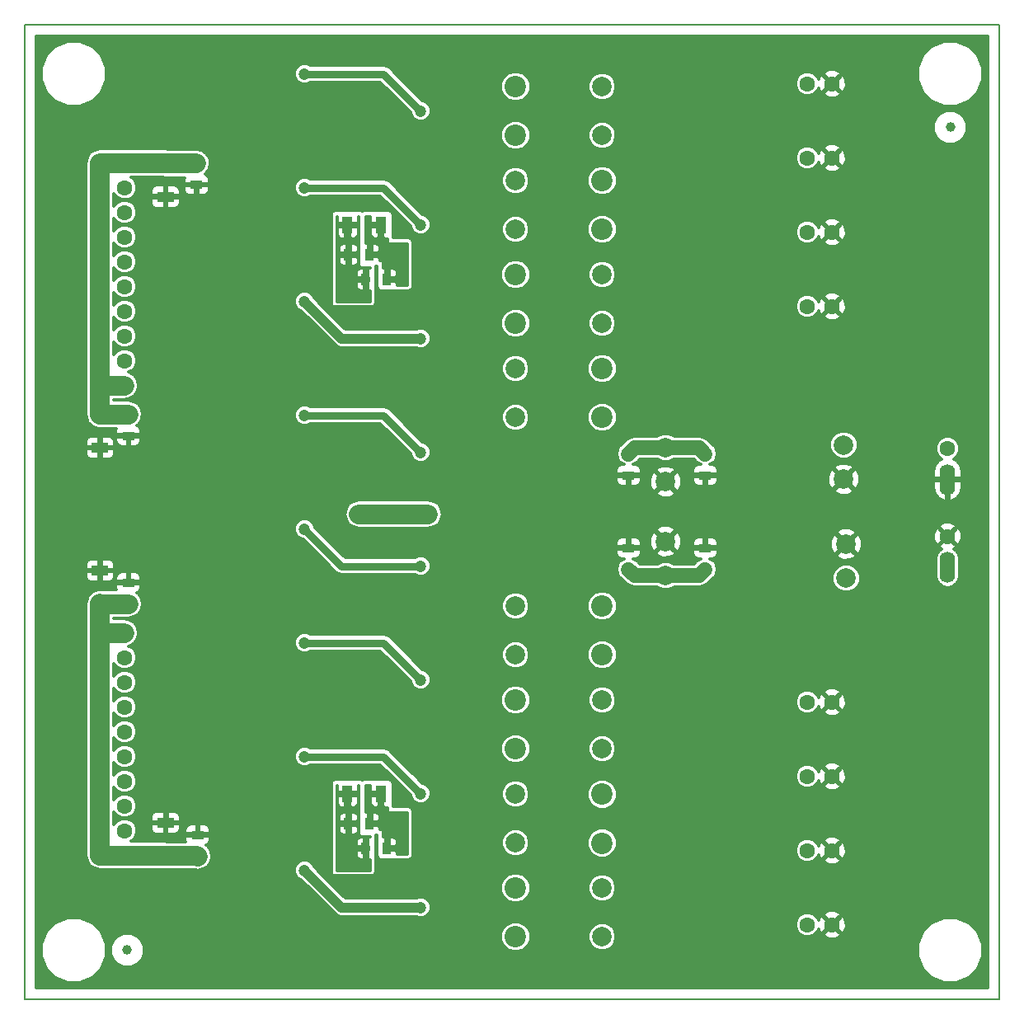
<source format=gbl>
G04 #@! TF.FileFunction,Copper,L2,Bot,Signal*
%FSLAX46Y46*%
G04 Gerber Fmt 4.6, Leading zero omitted, Abs format (unit mm)*
G04 Created by KiCad (PCBNEW 4.0.2-stable) date 25/05/2016 10:40:19*
%MOMM*%
G01*
G04 APERTURE LIST*
%ADD10C,0.100000*%
%ADD11C,0.150000*%
%ADD12R,0.900000X1.300000*%
%ADD13C,2.000000*%
%ADD14R,1.300000X0.900000*%
%ADD15C,2.200000*%
%ADD16C,1.600000*%
%ADD17O,1.600000X3.200000*%
%ADD18R,1.100000X1.700000*%
%ADD19R,1.700000X1.100000*%
%ADD20C,1.000000*%
%ADD21C,1.200000*%
%ADD22C,0.300000*%
%ADD23C,0.800000*%
%ADD24C,1.000000*%
%ADD25C,2.000000*%
%ADD26C,1.500000*%
%ADD27C,0.254000*%
G04 APERTURE END LIST*
D10*
D11*
X100000000Y0D02*
X0Y0D01*
X100000000Y100000000D02*
X100000000Y0D01*
X0Y100000000D02*
X100000000Y100000000D01*
X0Y0D02*
X0Y100000000D01*
D12*
X37168000Y73914000D03*
X34968000Y73914000D03*
X35390000Y76454000D03*
X33190000Y76454000D03*
D13*
X84074000Y56868000D03*
X84074000Y53368000D03*
X84328000Y46708000D03*
X84328000Y43208000D03*
X65786000Y56614000D03*
X65786000Y53114000D03*
X65786000Y46962000D03*
X65786000Y43462000D03*
D14*
X69850000Y55964000D03*
X69850000Y53764000D03*
X69850000Y46312000D03*
X69850000Y44112000D03*
D15*
X50368000Y93686000D03*
X50368000Y88686000D03*
X59258000Y84034000D03*
X59258000Y79034000D03*
X50368000Y74382000D03*
X50368000Y69382000D03*
X59258000Y64730000D03*
X59258000Y59730000D03*
D16*
X80340000Y93980000D03*
X82880000Y93980000D03*
X80340000Y86360000D03*
X82880000Y86360000D03*
X80340000Y78740000D03*
X82880000Y78740000D03*
X80340000Y71120000D03*
X82880000Y71120000D03*
X94742000Y56515000D03*
D17*
X94742000Y53340000D03*
D16*
X94742000Y47498000D03*
D17*
X94742000Y44323000D03*
D16*
X7696000Y85852000D03*
X10236000Y85852000D03*
X7696000Y83312000D03*
X10236000Y83312000D03*
X7696000Y80772000D03*
X10236000Y80772000D03*
X7696000Y78232000D03*
X10236000Y78232000D03*
X7696000Y75692000D03*
X10236000Y75692000D03*
X7696000Y73152000D03*
X10236000Y73152000D03*
X7696000Y70612000D03*
X10236000Y70612000D03*
X7696000Y68072000D03*
X10236000Y68072000D03*
X7696000Y65532000D03*
X10236000Y65532000D03*
X7696000Y62992000D03*
X10236000Y62992000D03*
D18*
X36498000Y79502000D03*
X33098000Y79502000D03*
X36498000Y21082000D03*
X33098000Y21082000D03*
D12*
X35390000Y18034000D03*
X33190000Y18034000D03*
X37168000Y15494000D03*
X34968000Y15494000D03*
D15*
X59258000Y35346000D03*
X59258000Y40346000D03*
X50368000Y25694000D03*
X50368000Y30694000D03*
X59258000Y16002000D03*
X59258000Y21002000D03*
X50368000Y6390000D03*
X50368000Y11390000D03*
D16*
X80340000Y30480000D03*
X82880000Y30480000D03*
X80340000Y22860000D03*
X82880000Y22860000D03*
X80340000Y15240000D03*
X82880000Y15240000D03*
X80340000Y7620000D03*
X82880000Y7620000D03*
X7696000Y37592000D03*
X10236000Y37592000D03*
X7696000Y35052000D03*
X10236000Y35052000D03*
X7696000Y32512000D03*
X10236000Y32512000D03*
X7696000Y29972000D03*
X10236000Y29972000D03*
X7696000Y27432000D03*
X10236000Y27432000D03*
X7696000Y24892000D03*
X10236000Y24892000D03*
X7696000Y22352000D03*
X10236000Y22352000D03*
X7696000Y19812000D03*
X10236000Y19812000D03*
X7696000Y17272000D03*
X10236000Y17272000D03*
X7696000Y14732000D03*
X10236000Y14732000D03*
D14*
X17602000Y85809000D03*
X17602000Y83609000D03*
X10617000Y60028000D03*
X10617000Y57828000D03*
X10617000Y40556000D03*
X10617000Y42756000D03*
X17729000Y14648000D03*
X17729000Y16848000D03*
D19*
X14427000Y82374000D03*
X14427000Y85774000D03*
X7696000Y56593000D03*
X7696000Y59993000D03*
X7696000Y43991000D03*
X7696000Y40591000D03*
X14427000Y18083000D03*
X14427000Y14683000D03*
D14*
X61976000Y55964000D03*
X61976000Y53764000D03*
X61976000Y46312000D03*
X61976000Y44112000D03*
D20*
X10500000Y5000000D03*
X95000000Y89500000D03*
D13*
X59258000Y6390000D03*
X59258000Y11390000D03*
X50368000Y16042000D03*
X50368000Y21042000D03*
X59258000Y25694000D03*
X59258000Y30694000D03*
X50368000Y35346000D03*
X50368000Y40346000D03*
X59258000Y74382000D03*
X59258000Y69382000D03*
X50368000Y84034000D03*
X50368000Y79034000D03*
X59258000Y93686000D03*
X59258000Y88686000D03*
X50368000Y64730000D03*
X50368000Y59730000D03*
D21*
X65405000Y84582000D03*
X65405000Y75311000D03*
X74930000Y29464000D03*
X74930000Y23495000D03*
X74930000Y16510000D03*
X67564000Y30353000D03*
X67564000Y23495000D03*
X67564000Y16637000D03*
X74930000Y7620000D03*
X67564000Y7874000D03*
X68834000Y36830000D03*
X72263000Y36703000D03*
X72390000Y61976000D03*
X67310000Y61849000D03*
X67310000Y67183000D03*
X76581000Y68199000D03*
X75057000Y74803000D03*
X75057000Y83693000D03*
X74930000Y92837000D03*
X67310000Y92837000D03*
X54737000Y4318000D03*
X54737000Y13589000D03*
X54737000Y23368000D03*
X54737000Y32893000D03*
X57404000Y51943000D03*
X57404000Y48006000D03*
X59436000Y50165000D03*
X61341000Y52070000D03*
X61468000Y48006000D03*
X54737000Y42799000D03*
X54737000Y50927000D03*
X54737000Y57150000D03*
X54737000Y67056000D03*
X54737000Y76581000D03*
X54737000Y86487000D03*
X45085000Y12192000D03*
X45466000Y22987000D03*
X45847000Y33274000D03*
X45466000Y42291000D03*
X46736000Y55753000D03*
X46101000Y67310000D03*
X45593000Y76835000D03*
X46482000Y90297000D03*
X15240000Y11049000D03*
X14605000Y20828000D03*
X14732000Y27305000D03*
X14605000Y34417000D03*
X15367000Y80137000D03*
X14986000Y67056000D03*
X14605000Y74168000D03*
X20574000Y85979000D03*
X20574000Y74168000D03*
X20574000Y62738000D03*
X20574000Y50927000D03*
X20574000Y39370000D03*
X20574000Y27305000D03*
X20574000Y16129000D03*
X85090000Y10668000D03*
X85090000Y18288000D03*
X85090000Y25908000D03*
X85090000Y33528000D03*
X85090000Y68072000D03*
X85090000Y75692000D03*
X85090000Y83312000D03*
X85090000Y90932000D03*
X76327000Y46291500D03*
X76327000Y53721000D03*
X44958000Y46736000D03*
X40640000Y14732000D03*
X40894000Y26416000D03*
X40894000Y38100000D03*
X40894000Y61468000D03*
X40640000Y73152000D03*
X40640000Y84836000D03*
X40640000Y96520000D03*
X43180000Y97790000D03*
X25400000Y4826000D03*
X25400000Y16510000D03*
X25400000Y28194000D03*
X25400000Y39878000D03*
X25400000Y51562000D03*
X25400000Y63246000D03*
X25400000Y74930000D03*
X25400000Y86614000D03*
X30924500Y28702000D03*
X30924500Y17018000D03*
X30924500Y5334000D03*
X30924500Y40386000D03*
X30924500Y52070000D03*
X30988000Y63754000D03*
X30924500Y75438000D03*
X30924500Y87122000D03*
X78232000Y48006000D03*
X76200000Y37592000D03*
X79502000Y37592000D03*
X79502000Y62484000D03*
X76200000Y62484000D03*
X78232000Y52070000D03*
X91694000Y8636000D03*
X91694000Y91440000D03*
X11176000Y92456000D03*
X9144000Y8382000D03*
X98120000Y9906000D03*
X14224000Y54356000D03*
X7696000Y54356000D03*
X7315000Y49530000D03*
X32080000Y97790000D03*
X24460000Y97790000D03*
X16840000Y97790000D03*
X9220000Y97790000D03*
X1600000Y91440000D03*
X1600000Y83820000D03*
X1600000Y76200000D03*
X1600000Y68580000D03*
X1600000Y60960000D03*
X1600000Y53340000D03*
X1600000Y45720000D03*
X1600000Y38100000D03*
X1600000Y30480000D03*
X1600000Y22860000D03*
X1600000Y15240000D03*
X1600000Y10160000D03*
X13030000Y2540000D03*
X20650000Y2540000D03*
X28270000Y2540000D03*
X35890000Y2540000D03*
X43510000Y2540000D03*
X51130000Y2540000D03*
X60020000Y2540000D03*
X67640000Y2540000D03*
X75260000Y2540000D03*
X82880000Y2540000D03*
X90500000Y2540000D03*
X98120000Y15240000D03*
X98120000Y22860000D03*
X98120000Y30480000D03*
X98120000Y39370000D03*
X98120000Y48260000D03*
X98120000Y55880000D03*
X98120000Y64770000D03*
X98120000Y73660000D03*
X98120000Y81280000D03*
X98120000Y90170000D03*
X86690000Y97790000D03*
X79070000Y97790000D03*
X71450000Y97790000D03*
X63830000Y97790000D03*
X56210000Y97790000D03*
X48590000Y97790000D03*
X40640000Y21082000D03*
X28702000Y24892000D03*
X40640000Y91186000D03*
X28702000Y94996000D03*
X28702000Y83312000D03*
X40640000Y79502000D03*
X40640000Y67818000D03*
X28702000Y71628000D03*
X40640000Y56134000D03*
X28702000Y59944000D03*
X40640000Y44450000D03*
X28702000Y48260000D03*
X40640000Y32766000D03*
X28702000Y36576000D03*
X40640000Y9398000D03*
X28702000Y13208000D03*
X37338000Y17653000D03*
X38735000Y17653000D03*
X37211000Y76073000D03*
X38608000Y76073000D03*
X33528000Y13843000D03*
X33401000Y72263000D03*
X32766000Y15240000D03*
X32766000Y73660000D03*
X34290000Y49784000D03*
X41402000Y49784000D03*
D22*
X65405000Y84582000D02*
X65405000Y90932000D01*
X65405000Y90932000D02*
X67310000Y92837000D01*
X65405000Y75311000D02*
X65405000Y84582000D01*
X67310000Y67183000D02*
X67310000Y73406000D01*
X67310000Y73406000D02*
X65405000Y75311000D01*
X74930000Y29464000D02*
X74930000Y34036000D01*
X74930000Y34036000D02*
X72263000Y36703000D01*
X67564000Y30353000D02*
X67564000Y35560000D01*
X67564000Y35560000D02*
X68834000Y36830000D01*
X74930000Y23495000D02*
X74930000Y29464000D01*
X74930000Y16510000D02*
X74930000Y23495000D01*
X74930000Y7620000D02*
X74930000Y16510000D01*
X67564000Y23495000D02*
X67564000Y30353000D01*
X67564000Y16637000D02*
X67564000Y23495000D01*
X67564000Y7874000D02*
X67564000Y16637000D01*
X67640000Y2540000D02*
X67640000Y7798000D01*
X67640000Y7798000D02*
X67564000Y7874000D01*
X72263000Y36703000D02*
X68961000Y36703000D01*
X68961000Y36703000D02*
X68834000Y36830000D01*
X76200000Y37592000D02*
X73152000Y37592000D01*
X73152000Y37592000D02*
X72263000Y36703000D01*
X72390000Y61976000D02*
X75692000Y61976000D01*
X75692000Y61976000D02*
X76200000Y62484000D01*
X67310000Y61849000D02*
X72263000Y61849000D01*
X72263000Y61849000D02*
X72390000Y61976000D01*
X67310000Y67183000D02*
X67310000Y61849000D01*
X75057000Y74803000D02*
X75057000Y69723000D01*
X75057000Y69723000D02*
X76581000Y68199000D01*
X75057000Y83693000D02*
X75057000Y74803000D01*
X74930000Y92837000D02*
X74930000Y83820000D01*
X74930000Y83820000D02*
X75057000Y83693000D01*
X71450000Y97790000D02*
X67310000Y93650000D01*
X67310000Y93650000D02*
X67310000Y92837000D01*
X54737000Y13589000D02*
X54737000Y4318000D01*
X54737000Y23368000D02*
X54737000Y13589000D01*
X54737000Y32893000D02*
X54737000Y23368000D01*
X54737000Y42799000D02*
X54737000Y32893000D01*
X54737000Y50927000D02*
X54737000Y42799000D01*
X54737000Y57150000D02*
X54737000Y50927000D01*
X54737000Y67056000D02*
X54737000Y57150000D01*
X54737000Y76581000D02*
X54737000Y67056000D01*
X54737000Y86487000D02*
X54737000Y76581000D01*
X56210000Y97790000D02*
X56210000Y87960000D01*
X56210000Y87960000D02*
X54737000Y86487000D01*
X40640000Y14732000D02*
X42545000Y14732000D01*
X42545000Y14732000D02*
X45085000Y12192000D01*
X40894000Y26416000D02*
X42037000Y26416000D01*
X42037000Y26416000D02*
X45466000Y22987000D01*
X40894000Y38100000D02*
X45720000Y33274000D01*
X45720000Y33274000D02*
X45847000Y33274000D01*
X44958000Y46736000D02*
X44958000Y42799000D01*
X44958000Y42799000D02*
X45466000Y42291000D01*
X44958000Y46736000D02*
X44958000Y53975000D01*
X44958000Y53975000D02*
X46736000Y55753000D01*
X40894000Y61468000D02*
X46101000Y66675000D01*
X46101000Y66675000D02*
X46101000Y67310000D01*
X20574000Y39370000D02*
X24892000Y39370000D01*
X24892000Y39370000D02*
X25400000Y39878000D01*
X20574000Y50927000D02*
X24765000Y50927000D01*
X24765000Y50927000D02*
X25400000Y51562000D01*
X14224000Y54356000D02*
X17145000Y54356000D01*
X17145000Y54356000D02*
X20574000Y50927000D01*
X7696000Y54356000D02*
X2616000Y54356000D01*
X2616000Y54356000D02*
X1600000Y53340000D01*
X14605000Y34417000D02*
X14605000Y53975000D01*
X14605000Y53975000D02*
X14224000Y54356000D01*
X14732000Y27305000D02*
X14732000Y34290000D01*
X14732000Y34290000D02*
X14605000Y34417000D01*
X14605000Y20828000D02*
X14605000Y27178000D01*
X14605000Y27178000D02*
X14732000Y27305000D01*
X14605000Y20828000D02*
X14605000Y18261000D01*
X14605000Y18261000D02*
X14427000Y18083000D01*
X20574000Y27305000D02*
X14732000Y27305000D01*
X20574000Y62738000D02*
X20574000Y74168000D01*
X20574000Y39370000D02*
X20574000Y50927000D01*
X20574000Y16129000D02*
X20574000Y27305000D01*
X43180000Y97790000D02*
X32080000Y97790000D01*
X91694000Y8636000D02*
X92964000Y9906000D01*
X90500000Y7442000D02*
X91694000Y8636000D01*
X11938000Y8128000D02*
X9906000Y10160000D01*
X13030000Y7036000D02*
X11938000Y8128000D01*
X11938000Y8128000D02*
X9398000Y8128000D01*
X9398000Y8128000D02*
X9144000Y8382000D01*
X1600000Y15240000D02*
X1600000Y10160000D01*
X9906000Y10160000D02*
X1600000Y10160000D01*
X13030000Y2540000D02*
X13030000Y7036000D01*
X90500000Y2540000D02*
X86360000Y2540000D01*
X86360000Y2540000D02*
X82880000Y2540000D01*
X82880000Y7620000D02*
X86360000Y4140000D01*
X86360000Y4140000D02*
X86360000Y2540000D01*
X75260000Y2540000D02*
X82880000Y2540000D01*
X98120000Y15240000D02*
X98120000Y9906000D01*
X92964000Y9906000D02*
X98120000Y9906000D01*
X90500000Y2540000D02*
X90500000Y7442000D01*
X7696000Y54356000D02*
X7696000Y49911000D01*
X7696000Y56593000D02*
X7696000Y54356000D01*
X7696000Y49911000D02*
X7315000Y49530000D01*
X24460000Y97790000D02*
X32080000Y97790000D01*
X9220000Y97790000D02*
X16840000Y97790000D01*
X1600000Y76200000D02*
X1600000Y83820000D01*
X1600000Y60960000D02*
X1600000Y68580000D01*
X1600000Y45720000D02*
X1600000Y53340000D01*
X1600000Y30480000D02*
X1600000Y38100000D01*
X1600000Y15240000D02*
X1600000Y22860000D01*
X20650000Y2540000D02*
X13030000Y2540000D01*
X35890000Y2540000D02*
X28270000Y2540000D01*
X51130000Y2540000D02*
X43510000Y2540000D01*
X67640000Y2540000D02*
X60020000Y2540000D01*
X75260000Y2540000D02*
X67640000Y2540000D01*
X98120000Y30480000D02*
X98120000Y22860000D01*
X98120000Y48260000D02*
X98120000Y39370000D01*
X98120000Y64770000D02*
X98120000Y55880000D01*
X98120000Y81280000D02*
X98120000Y73660000D01*
X63830000Y97790000D02*
X71450000Y97790000D01*
X48590000Y97790000D02*
X56210000Y97790000D01*
D23*
X28702000Y24892000D02*
X36830000Y24892000D01*
X36830000Y24892000D02*
X40640000Y21082000D01*
X28702000Y94996000D02*
X36830000Y94996000D01*
X36830000Y94996000D02*
X40640000Y91186000D01*
X28702000Y83312000D02*
X36830000Y83312000D01*
X36830000Y83312000D02*
X40640000Y79502000D01*
D24*
X40640000Y67818000D02*
X32512000Y67818000D01*
X32512000Y67818000D02*
X28702000Y71628000D01*
D23*
X28702000Y59944000D02*
X36830000Y59944000D01*
X36830000Y59944000D02*
X40640000Y56134000D01*
X28702000Y48260000D02*
X32512000Y44450000D01*
X32512000Y44450000D02*
X40640000Y44450000D01*
X28702000Y36576000D02*
X36830000Y36576000D01*
X36830000Y36576000D02*
X40640000Y32766000D01*
D24*
X28702000Y13208000D02*
X32512000Y9398000D01*
X32512000Y9398000D02*
X40640000Y9398000D01*
D25*
X14427000Y85774000D02*
X17567000Y85774000D01*
X17567000Y85774000D02*
X17602000Y85809000D01*
X10236000Y85852000D02*
X14349000Y85852000D01*
X14349000Y85852000D02*
X14427000Y85774000D01*
X7696000Y85852000D02*
X10236000Y85852000D01*
X7696000Y83312000D02*
X7696000Y85852000D01*
X7696000Y80772000D02*
X7696000Y83312000D01*
X7696000Y78232000D02*
X7696000Y80772000D01*
X7696000Y75692000D02*
X7696000Y78232000D01*
X7696000Y73152000D02*
X7696000Y75692000D01*
X7696000Y70612000D02*
X7696000Y73152000D01*
X7696000Y68072000D02*
X7696000Y70612000D01*
X7696000Y65532000D02*
X7696000Y68072000D01*
X7696000Y62992000D02*
X7696000Y65532000D01*
X10617000Y60028000D02*
X7731000Y60028000D01*
X7731000Y60028000D02*
X7696000Y59993000D01*
X7696000Y59993000D02*
X7696000Y62992000D01*
X10236000Y62992000D02*
X7696000Y62992000D01*
X14427000Y14683000D02*
X17694000Y14683000D01*
X17694000Y14683000D02*
X17729000Y14648000D01*
X10236000Y14732000D02*
X14378000Y14732000D01*
X14378000Y14732000D02*
X14427000Y14683000D01*
X7696000Y14732000D02*
X10236000Y14732000D01*
X7696000Y17272000D02*
X7696000Y14732000D01*
X7696000Y19812000D02*
X7696000Y17272000D01*
X7696000Y22352000D02*
X7696000Y19812000D01*
X7696000Y24892000D02*
X7696000Y22352000D01*
X7696000Y27432000D02*
X7696000Y24892000D01*
X7696000Y27432000D02*
X7696000Y29972000D01*
X7696000Y32512000D02*
X7696000Y29972000D01*
X7696000Y35052000D02*
X7696000Y32512000D01*
X10236000Y37592000D02*
X7696000Y37592000D01*
X7696000Y37592000D02*
X7696000Y35052000D01*
X7696000Y37592000D02*
X7696000Y40591000D01*
X10617000Y40556000D02*
X7731000Y40556000D01*
X7731000Y40556000D02*
X7696000Y40591000D01*
D22*
X38735000Y17653000D02*
X37338000Y17653000D01*
D26*
X65786000Y56614000D02*
X69200000Y56614000D01*
X69200000Y56614000D02*
X69850000Y55964000D01*
X65786000Y56614000D02*
X62626000Y56614000D01*
X62626000Y56614000D02*
X61976000Y55964000D01*
D22*
X32766000Y73660000D02*
X32766000Y72898000D01*
X32766000Y72898000D02*
X33401000Y72263000D01*
D26*
X65786000Y43462000D02*
X62626000Y43462000D01*
X62626000Y43462000D02*
X61976000Y44112000D01*
X65786000Y43462000D02*
X69200000Y43462000D01*
X69200000Y43462000D02*
X69850000Y44112000D01*
D25*
X41402000Y49784000D02*
X34290000Y49784000D01*
D22*
G36*
X98850000Y1150000D02*
X1150000Y1150000D01*
X1150000Y4336567D01*
X1649420Y4336567D01*
X2158353Y3104857D01*
X3099900Y2161665D01*
X4330720Y1650583D01*
X5663433Y1649420D01*
X6895143Y2158353D01*
X7838335Y3099900D01*
X8349417Y4330720D01*
X8349698Y4653431D01*
X8749696Y4653431D01*
X9015557Y4009999D01*
X9507410Y3517287D01*
X10150376Y3250304D01*
X10846569Y3249696D01*
X11490001Y3515557D01*
X11982713Y4007410D01*
X12119391Y4336567D01*
X91649420Y4336567D01*
X92158353Y3104857D01*
X93099900Y2161665D01*
X94330720Y1650583D01*
X95663433Y1649420D01*
X96895143Y2158353D01*
X97838335Y3099900D01*
X98349417Y4330720D01*
X98350580Y5663433D01*
X97841647Y6895143D01*
X96900100Y7838335D01*
X95669280Y8349417D01*
X94336567Y8350580D01*
X93104857Y7841647D01*
X92161665Y6900100D01*
X91650583Y5669280D01*
X91649420Y4336567D01*
X12119391Y4336567D01*
X12249696Y4650376D01*
X12250304Y5346569D01*
X11984443Y5990001D01*
X11891568Y6083039D01*
X48817732Y6083039D01*
X49053208Y5513143D01*
X49488849Y5076740D01*
X50058333Y4840270D01*
X50674961Y4839732D01*
X51244857Y5075208D01*
X51681260Y5510849D01*
X51917730Y6080333D01*
X51917749Y6102843D01*
X57807749Y6102843D01*
X58028033Y5569714D01*
X58435569Y5161467D01*
X58968312Y4940252D01*
X59545157Y4939749D01*
X60078286Y5160033D01*
X60486533Y5567569D01*
X60707748Y6100312D01*
X60708251Y6677157D01*
X60487967Y7210286D01*
X60326086Y7372450D01*
X79089783Y7372450D01*
X79279684Y6912857D01*
X79631007Y6560919D01*
X80090269Y6370217D01*
X80587550Y6369783D01*
X81047143Y6559684D01*
X81102071Y6614517D01*
X82021596Y6614517D01*
X82092498Y6359161D01*
X82634946Y6153772D01*
X83214701Y6171603D01*
X83667502Y6359161D01*
X83738404Y6614517D01*
X82880000Y7472922D01*
X82021596Y6614517D01*
X81102071Y6614517D01*
X81399081Y6911007D01*
X81492976Y7137132D01*
X81619161Y6832498D01*
X81874517Y6761596D01*
X82732922Y7620000D01*
X83027078Y7620000D01*
X83885483Y6761596D01*
X84140839Y6832498D01*
X84346228Y7374946D01*
X84328397Y7954701D01*
X84140839Y8407502D01*
X83885483Y8478404D01*
X83027078Y7620000D01*
X82732922Y7620000D01*
X81874517Y8478404D01*
X81619161Y8407502D01*
X81498637Y8089189D01*
X81400316Y8327143D01*
X81102498Y8625483D01*
X82021596Y8625483D01*
X82880000Y7767078D01*
X83738404Y8625483D01*
X83667502Y8880839D01*
X83125054Y9086228D01*
X82545299Y9068397D01*
X82092498Y8880839D01*
X82021596Y8625483D01*
X81102498Y8625483D01*
X81048993Y8679081D01*
X80589731Y8869783D01*
X80092450Y8870217D01*
X79632857Y8680316D01*
X79280919Y8328993D01*
X79090217Y7869731D01*
X79089783Y7372450D01*
X60326086Y7372450D01*
X60080431Y7618533D01*
X59547688Y7839748D01*
X58970843Y7840251D01*
X58437714Y7619967D01*
X58029467Y7212431D01*
X57808252Y6679688D01*
X57807749Y6102843D01*
X51917749Y6102843D01*
X51918268Y6696961D01*
X51682792Y7266857D01*
X51247151Y7703260D01*
X50677667Y7939730D01*
X50061039Y7940268D01*
X49491143Y7704792D01*
X49054740Y7269151D01*
X48818270Y6699667D01*
X48817732Y6083039D01*
X11891568Y6083039D01*
X11492590Y6482713D01*
X10849624Y6749696D01*
X10153431Y6750304D01*
X9509999Y6484443D01*
X9017287Y5992590D01*
X8750304Y5349624D01*
X8749696Y4653431D01*
X8349698Y4653431D01*
X8350580Y5663433D01*
X7841647Y6895143D01*
X6900100Y7838335D01*
X5669280Y8349417D01*
X4336567Y8350580D01*
X3104857Y7841647D01*
X2161665Y6900100D01*
X1650583Y5669280D01*
X1649420Y4336567D01*
X1150000Y4336567D01*
X1150000Y13000058D01*
X27651818Y13000058D01*
X27811334Y12614000D01*
X28106446Y12318372D01*
X28348732Y12217766D01*
X31840249Y8726248D01*
X32148450Y8520314D01*
X32512000Y8448000D01*
X40189838Y8448000D01*
X40430226Y8348182D01*
X40847942Y8347818D01*
X41234000Y8507334D01*
X41529628Y8802446D01*
X41689818Y9188226D01*
X41690182Y9605942D01*
X41530666Y9992000D01*
X41235554Y10287628D01*
X40849774Y10447818D01*
X40432058Y10448182D01*
X40189599Y10348000D01*
X32905503Y10348000D01*
X32170464Y11083039D01*
X48817732Y11083039D01*
X49053208Y10513143D01*
X49488849Y10076740D01*
X50058333Y9840270D01*
X50674961Y9839732D01*
X51244857Y10075208D01*
X51681260Y10510849D01*
X51917730Y11080333D01*
X51917749Y11102843D01*
X57807749Y11102843D01*
X58028033Y10569714D01*
X58435569Y10161467D01*
X58968312Y9940252D01*
X59545157Y9939749D01*
X60078286Y10160033D01*
X60486533Y10567569D01*
X60707748Y11100312D01*
X60708251Y11677157D01*
X60487967Y12210286D01*
X60080431Y12618533D01*
X59547688Y12839748D01*
X58970843Y12840251D01*
X58437714Y12619967D01*
X58029467Y12212431D01*
X57808252Y11679688D01*
X57807749Y11102843D01*
X51917749Y11102843D01*
X51918268Y11696961D01*
X51682792Y12266857D01*
X51247151Y12703260D01*
X50677667Y12939730D01*
X50061039Y12940268D01*
X49491143Y12704792D01*
X49054740Y12269151D01*
X48818270Y11699667D01*
X48817732Y11083039D01*
X32170464Y11083039D01*
X29692064Y13561438D01*
X29592666Y13802000D01*
X29297554Y14097628D01*
X28911774Y14257818D01*
X28494058Y14258182D01*
X28108000Y14098666D01*
X27812372Y13803554D01*
X27652182Y13417774D01*
X27651818Y13000058D01*
X1150000Y13000058D01*
X1150000Y40591000D01*
X6246000Y40591000D01*
X6246000Y14732000D01*
X6356375Y14177109D01*
X6670695Y13706695D01*
X7141109Y13392375D01*
X7696000Y13282000D01*
X14180661Y13282000D01*
X14427000Y13233000D01*
X17553044Y13233000D01*
X17729000Y13198000D01*
X18283890Y13308375D01*
X18754304Y13622696D01*
X19068625Y14093110D01*
X19179000Y14648000D01*
X19068625Y15202891D01*
X18754304Y15673305D01*
X18719305Y15708305D01*
X18609881Y15781420D01*
X18751727Y15840175D01*
X18936826Y16025273D01*
X19037000Y16267116D01*
X19037000Y16579500D01*
X18872500Y16744000D01*
X17833000Y16744000D01*
X17833000Y16724000D01*
X17625000Y16724000D01*
X17625000Y16744000D01*
X16585500Y16744000D01*
X16421000Y16579500D01*
X16421000Y16267116D01*
X16476552Y16133000D01*
X14624339Y16133000D01*
X14378000Y16182000D01*
X10871303Y16182000D01*
X10943143Y16211684D01*
X11295081Y16563007D01*
X11485783Y17022269D01*
X11486217Y17519550D01*
X11364346Y17814500D01*
X12919000Y17814500D01*
X12919000Y17402116D01*
X13019174Y17160273D01*
X13204273Y16975175D01*
X13446115Y16875000D01*
X14158500Y16875000D01*
X14323000Y17039500D01*
X14323000Y17979000D01*
X14531000Y17979000D01*
X14531000Y17039500D01*
X14695500Y16875000D01*
X15407885Y16875000D01*
X15649727Y16975175D01*
X15834826Y17160273D01*
X15935000Y17402116D01*
X15935000Y17428884D01*
X16421000Y17428884D01*
X16421000Y17116500D01*
X16585500Y16952000D01*
X17625000Y16952000D01*
X17625000Y17791500D01*
X17833000Y17791500D01*
X17833000Y16952000D01*
X18872500Y16952000D01*
X19037000Y17116500D01*
X19037000Y17428884D01*
X18936826Y17670727D01*
X18751727Y17855825D01*
X18509885Y17956000D01*
X17997500Y17956000D01*
X17833000Y17791500D01*
X17625000Y17791500D01*
X17460500Y17956000D01*
X16948115Y17956000D01*
X16706273Y17855825D01*
X16521174Y17670727D01*
X16421000Y17428884D01*
X15935000Y17428884D01*
X15935000Y17814500D01*
X15770500Y17979000D01*
X14531000Y17979000D01*
X14323000Y17979000D01*
X13083500Y17979000D01*
X12919000Y17814500D01*
X11364346Y17814500D01*
X11296316Y17979143D01*
X10944993Y18331081D01*
X10485731Y18521783D01*
X9988450Y18522217D01*
X9528857Y18332316D01*
X9176919Y17980993D01*
X9146000Y17906532D01*
X9146000Y19176697D01*
X9175684Y19104857D01*
X9527007Y18752919D01*
X9986269Y18562217D01*
X10483550Y18561783D01*
X10943143Y18751684D01*
X10955364Y18763884D01*
X12919000Y18763884D01*
X12919000Y18351500D01*
X13083500Y18187000D01*
X14323000Y18187000D01*
X14323000Y19126500D01*
X14531000Y19126500D01*
X14531000Y18187000D01*
X15770500Y18187000D01*
X15935000Y18351500D01*
X15935000Y18763884D01*
X15834826Y19005727D01*
X15649727Y19190825D01*
X15407885Y19291000D01*
X14695500Y19291000D01*
X14531000Y19126500D01*
X14323000Y19126500D01*
X14158500Y19291000D01*
X13446115Y19291000D01*
X13204273Y19190825D01*
X13019174Y19005727D01*
X12919000Y18763884D01*
X10955364Y18763884D01*
X11295081Y19103007D01*
X11485783Y19562269D01*
X11486217Y20059550D01*
X11296316Y20519143D01*
X10944993Y20871081D01*
X10485731Y21061783D01*
X9988450Y21062217D01*
X9528857Y20872316D01*
X9176919Y20520993D01*
X9146000Y20446532D01*
X9146000Y21716697D01*
X9175684Y21644857D01*
X9527007Y21292919D01*
X9986269Y21102217D01*
X10483550Y21101783D01*
X10943143Y21291684D01*
X11295081Y21643007D01*
X11484010Y22098000D01*
X31427000Y22098000D01*
X31427000Y13081000D01*
X31457775Y12917444D01*
X31554437Y12767228D01*
X31701925Y12666454D01*
X31877000Y12631000D01*
X35560000Y12631000D01*
X35723556Y12661775D01*
X35873772Y12758437D01*
X35974546Y12905925D01*
X36010000Y13081000D01*
X36010000Y16822000D01*
X36126000Y16822000D01*
X36126000Y14732000D01*
X36156775Y14568444D01*
X36253437Y14418228D01*
X36400925Y14317454D01*
X36576000Y14282000D01*
X39370000Y14282000D01*
X39533556Y14312775D01*
X39683772Y14409437D01*
X39784546Y14556925D01*
X39820000Y14732000D01*
X39820000Y15754843D01*
X48917749Y15754843D01*
X49138033Y15221714D01*
X49545569Y14813467D01*
X50078312Y14592252D01*
X50655157Y14591749D01*
X51188286Y14812033D01*
X51596533Y15219569D01*
X51793966Y15695039D01*
X57707732Y15695039D01*
X57943208Y15125143D01*
X58378849Y14688740D01*
X58948333Y14452270D01*
X59564961Y14451732D01*
X60134857Y14687208D01*
X60440632Y14992450D01*
X79089783Y14992450D01*
X79279684Y14532857D01*
X79631007Y14180919D01*
X80090269Y13990217D01*
X80587550Y13989783D01*
X81047143Y14179684D01*
X81102071Y14234517D01*
X82021596Y14234517D01*
X82092498Y13979161D01*
X82634946Y13773772D01*
X83214701Y13791603D01*
X83667502Y13979161D01*
X83738404Y14234517D01*
X82880000Y15092922D01*
X82021596Y14234517D01*
X81102071Y14234517D01*
X81399081Y14531007D01*
X81492976Y14757132D01*
X81619161Y14452498D01*
X81874517Y14381596D01*
X82732922Y15240000D01*
X83027078Y15240000D01*
X83885483Y14381596D01*
X84140839Y14452498D01*
X84346228Y14994946D01*
X84328397Y15574701D01*
X84140839Y16027502D01*
X83885483Y16098404D01*
X83027078Y15240000D01*
X82732922Y15240000D01*
X81874517Y16098404D01*
X81619161Y16027502D01*
X81498637Y15709189D01*
X81400316Y15947143D01*
X81102498Y16245483D01*
X82021596Y16245483D01*
X82880000Y15387078D01*
X83738404Y16245483D01*
X83667502Y16500839D01*
X83125054Y16706228D01*
X82545299Y16688397D01*
X82092498Y16500839D01*
X82021596Y16245483D01*
X81102498Y16245483D01*
X81048993Y16299081D01*
X80589731Y16489783D01*
X80092450Y16490217D01*
X79632857Y16300316D01*
X79280919Y15948993D01*
X79090217Y15489731D01*
X79089783Y14992450D01*
X60440632Y14992450D01*
X60571260Y15122849D01*
X60807730Y15692333D01*
X60808268Y16308961D01*
X60572792Y16878857D01*
X60137151Y17315260D01*
X59567667Y17551730D01*
X58951039Y17552268D01*
X58381143Y17316792D01*
X57944740Y16881151D01*
X57708270Y16311667D01*
X57707732Y15695039D01*
X51793966Y15695039D01*
X51817748Y15752312D01*
X51818251Y16329157D01*
X51597967Y16862286D01*
X51190431Y17270533D01*
X50657688Y17491748D01*
X50080843Y17492251D01*
X49547714Y17271967D01*
X49139467Y16864431D01*
X48918252Y16331688D01*
X48917749Y15754843D01*
X39820000Y15754843D01*
X39820000Y19304000D01*
X39789225Y19467556D01*
X39692563Y19617772D01*
X39545075Y19718546D01*
X39370000Y19754000D01*
X37788000Y19754000D01*
X37788000Y22098000D01*
X37757225Y22261556D01*
X37660563Y22411772D01*
X37513075Y22512546D01*
X37338000Y22548000D01*
X34798000Y22548000D01*
X34634444Y22517225D01*
X34609098Y22500915D01*
X34592075Y22512546D01*
X34417000Y22548000D01*
X31877000Y22548000D01*
X31713444Y22517225D01*
X31563228Y22420563D01*
X31462454Y22273075D01*
X31427000Y22098000D01*
X11484010Y22098000D01*
X11485783Y22102269D01*
X11486217Y22599550D01*
X11296316Y23059143D01*
X10944993Y23411081D01*
X10485731Y23601783D01*
X9988450Y23602217D01*
X9528857Y23412316D01*
X9176919Y23060993D01*
X9146000Y22986532D01*
X9146000Y24256697D01*
X9175684Y24184857D01*
X9527007Y23832919D01*
X9986269Y23642217D01*
X10483550Y23641783D01*
X10943143Y23831684D01*
X11295081Y24183007D01*
X11485783Y24642269D01*
X11485819Y24684058D01*
X27651818Y24684058D01*
X27811334Y24298000D01*
X28106446Y24002372D01*
X28492226Y23842182D01*
X28909942Y23841818D01*
X29296000Y24001334D01*
X29336737Y24042000D01*
X36477918Y24042000D01*
X39589867Y20930051D01*
X39589818Y20874058D01*
X39749334Y20488000D01*
X40044446Y20192372D01*
X40430226Y20032182D01*
X40847942Y20031818D01*
X41234000Y20191334D01*
X41529628Y20486446D01*
X41641076Y20754843D01*
X48917749Y20754843D01*
X49138033Y20221714D01*
X49545569Y19813467D01*
X50078312Y19592252D01*
X50655157Y19591749D01*
X51188286Y19812033D01*
X51596533Y20219569D01*
X51793966Y20695039D01*
X57707732Y20695039D01*
X57943208Y20125143D01*
X58378849Y19688740D01*
X58948333Y19452270D01*
X59564961Y19451732D01*
X60134857Y19687208D01*
X60571260Y20122849D01*
X60807730Y20692333D01*
X60808268Y21308961D01*
X60572792Y21878857D01*
X60137151Y22315260D01*
X59567667Y22551730D01*
X58951039Y22552268D01*
X58381143Y22316792D01*
X57944740Y21881151D01*
X57708270Y21311667D01*
X57707732Y20695039D01*
X51793966Y20695039D01*
X51817748Y20752312D01*
X51818251Y21329157D01*
X51597967Y21862286D01*
X51190431Y22270533D01*
X50657688Y22491748D01*
X50080843Y22492251D01*
X49547714Y22271967D01*
X49139467Y21864431D01*
X48918252Y21331688D01*
X48917749Y20754843D01*
X41641076Y20754843D01*
X41689818Y20872226D01*
X41690182Y21289942D01*
X41530666Y21676000D01*
X41235554Y21971628D01*
X40849774Y22131818D01*
X40792214Y22131868D01*
X40311632Y22612450D01*
X79089783Y22612450D01*
X79279684Y22152857D01*
X79631007Y21800919D01*
X80090269Y21610217D01*
X80587550Y21609783D01*
X81047143Y21799684D01*
X81102071Y21854517D01*
X82021596Y21854517D01*
X82092498Y21599161D01*
X82634946Y21393772D01*
X83214701Y21411603D01*
X83667502Y21599161D01*
X83738404Y21854517D01*
X82880000Y22712922D01*
X82021596Y21854517D01*
X81102071Y21854517D01*
X81399081Y22151007D01*
X81492976Y22377132D01*
X81619161Y22072498D01*
X81874517Y22001596D01*
X82732922Y22860000D01*
X83027078Y22860000D01*
X83885483Y22001596D01*
X84140839Y22072498D01*
X84346228Y22614946D01*
X84328397Y23194701D01*
X84140839Y23647502D01*
X83885483Y23718404D01*
X83027078Y22860000D01*
X82732922Y22860000D01*
X81874517Y23718404D01*
X81619161Y23647502D01*
X81498637Y23329189D01*
X81400316Y23567143D01*
X81102498Y23865483D01*
X82021596Y23865483D01*
X82880000Y23007078D01*
X83738404Y23865483D01*
X83667502Y24120839D01*
X83125054Y24326228D01*
X82545299Y24308397D01*
X82092498Y24120839D01*
X82021596Y23865483D01*
X81102498Y23865483D01*
X81048993Y23919081D01*
X80589731Y24109783D01*
X80092450Y24110217D01*
X79632857Y23920316D01*
X79280919Y23568993D01*
X79090217Y23109731D01*
X79089783Y22612450D01*
X40311632Y22612450D01*
X37537043Y25387039D01*
X48817732Y25387039D01*
X49053208Y24817143D01*
X49488849Y24380740D01*
X50058333Y24144270D01*
X50674961Y24143732D01*
X51244857Y24379208D01*
X51681260Y24814849D01*
X51917730Y25384333D01*
X51917749Y25406843D01*
X57807749Y25406843D01*
X58028033Y24873714D01*
X58435569Y24465467D01*
X58968312Y24244252D01*
X59545157Y24243749D01*
X60078286Y24464033D01*
X60486533Y24871569D01*
X60707748Y25404312D01*
X60708251Y25981157D01*
X60487967Y26514286D01*
X60080431Y26922533D01*
X59547688Y27143748D01*
X58970843Y27144251D01*
X58437714Y26923967D01*
X58029467Y26516431D01*
X57808252Y25983688D01*
X57807749Y25406843D01*
X51917749Y25406843D01*
X51918268Y26000961D01*
X51682792Y26570857D01*
X51247151Y27007260D01*
X50677667Y27243730D01*
X50061039Y27244268D01*
X49491143Y27008792D01*
X49054740Y26573151D01*
X48818270Y26003667D01*
X48817732Y25387039D01*
X37537043Y25387039D01*
X37431041Y25493041D01*
X37155281Y25677298D01*
X36830000Y25742000D01*
X29337113Y25742000D01*
X29297554Y25781628D01*
X28911774Y25941818D01*
X28494058Y25942182D01*
X28108000Y25782666D01*
X27812372Y25487554D01*
X27652182Y25101774D01*
X27651818Y24684058D01*
X11485819Y24684058D01*
X11486217Y25139550D01*
X11296316Y25599143D01*
X10944993Y25951081D01*
X10485731Y26141783D01*
X9988450Y26142217D01*
X9528857Y25952316D01*
X9176919Y25600993D01*
X9146000Y25526532D01*
X9146000Y26796697D01*
X9175684Y26724857D01*
X9527007Y26372919D01*
X9986269Y26182217D01*
X10483550Y26181783D01*
X10943143Y26371684D01*
X11295081Y26723007D01*
X11485783Y27182269D01*
X11486217Y27679550D01*
X11296316Y28139143D01*
X10944993Y28491081D01*
X10485731Y28681783D01*
X9988450Y28682217D01*
X9528857Y28492316D01*
X9176919Y28140993D01*
X9146000Y28066532D01*
X9146000Y29336697D01*
X9175684Y29264857D01*
X9527007Y28912919D01*
X9986269Y28722217D01*
X10483550Y28721783D01*
X10943143Y28911684D01*
X11295081Y29263007D01*
X11485783Y29722269D01*
X11486217Y30219550D01*
X11417012Y30387039D01*
X48817732Y30387039D01*
X49053208Y29817143D01*
X49488849Y29380740D01*
X50058333Y29144270D01*
X50674961Y29143732D01*
X51244857Y29379208D01*
X51681260Y29814849D01*
X51917730Y30384333D01*
X51917749Y30406843D01*
X57807749Y30406843D01*
X58028033Y29873714D01*
X58435569Y29465467D01*
X58968312Y29244252D01*
X59545157Y29243749D01*
X60078286Y29464033D01*
X60486533Y29871569D01*
X60636384Y30232450D01*
X79089783Y30232450D01*
X79279684Y29772857D01*
X79631007Y29420919D01*
X80090269Y29230217D01*
X80587550Y29229783D01*
X81047143Y29419684D01*
X81102071Y29474517D01*
X82021596Y29474517D01*
X82092498Y29219161D01*
X82634946Y29013772D01*
X83214701Y29031603D01*
X83667502Y29219161D01*
X83738404Y29474517D01*
X82880000Y30332922D01*
X82021596Y29474517D01*
X81102071Y29474517D01*
X81399081Y29771007D01*
X81492976Y29997132D01*
X81619161Y29692498D01*
X81874517Y29621596D01*
X82732922Y30480000D01*
X83027078Y30480000D01*
X83885483Y29621596D01*
X84140839Y29692498D01*
X84346228Y30234946D01*
X84328397Y30814701D01*
X84140839Y31267502D01*
X83885483Y31338404D01*
X83027078Y30480000D01*
X82732922Y30480000D01*
X81874517Y31338404D01*
X81619161Y31267502D01*
X81498637Y30949189D01*
X81400316Y31187143D01*
X81102498Y31485483D01*
X82021596Y31485483D01*
X82880000Y30627078D01*
X83738404Y31485483D01*
X83667502Y31740839D01*
X83125054Y31946228D01*
X82545299Y31928397D01*
X82092498Y31740839D01*
X82021596Y31485483D01*
X81102498Y31485483D01*
X81048993Y31539081D01*
X80589731Y31729783D01*
X80092450Y31730217D01*
X79632857Y31540316D01*
X79280919Y31188993D01*
X79090217Y30729731D01*
X79089783Y30232450D01*
X60636384Y30232450D01*
X60707748Y30404312D01*
X60708251Y30981157D01*
X60487967Y31514286D01*
X60080431Y31922533D01*
X59547688Y32143748D01*
X58970843Y32144251D01*
X58437714Y31923967D01*
X58029467Y31516431D01*
X57808252Y30983688D01*
X57807749Y30406843D01*
X51917749Y30406843D01*
X51918268Y31000961D01*
X51682792Y31570857D01*
X51247151Y32007260D01*
X50677667Y32243730D01*
X50061039Y32244268D01*
X49491143Y32008792D01*
X49054740Y31573151D01*
X48818270Y31003667D01*
X48817732Y30387039D01*
X11417012Y30387039D01*
X11296316Y30679143D01*
X10944993Y31031081D01*
X10485731Y31221783D01*
X9988450Y31222217D01*
X9528857Y31032316D01*
X9176919Y30680993D01*
X9146000Y30606532D01*
X9146000Y31876697D01*
X9175684Y31804857D01*
X9527007Y31452919D01*
X9986269Y31262217D01*
X10483550Y31261783D01*
X10943143Y31451684D01*
X11295081Y31803007D01*
X11485783Y32262269D01*
X11486217Y32759550D01*
X11296316Y33219143D01*
X10944993Y33571081D01*
X10485731Y33761783D01*
X9988450Y33762217D01*
X9528857Y33572316D01*
X9176919Y33220993D01*
X9146000Y33146532D01*
X9146000Y34416697D01*
X9175684Y34344857D01*
X9527007Y33992919D01*
X9986269Y33802217D01*
X10483550Y33801783D01*
X10943143Y33991684D01*
X11295081Y34343007D01*
X11485783Y34802269D01*
X11486217Y35299550D01*
X11296316Y35759143D01*
X10944993Y36111081D01*
X10665017Y36227337D01*
X10790891Y36252375D01*
X10964023Y36368058D01*
X27651818Y36368058D01*
X27811334Y35982000D01*
X28106446Y35686372D01*
X28492226Y35526182D01*
X28909942Y35525818D01*
X29296000Y35685334D01*
X29336737Y35726000D01*
X36477918Y35726000D01*
X39589867Y32614051D01*
X39589818Y32558058D01*
X39749334Y32172000D01*
X40044446Y31876372D01*
X40430226Y31716182D01*
X40847942Y31715818D01*
X41234000Y31875334D01*
X41529628Y32170446D01*
X41689818Y32556226D01*
X41690182Y32973942D01*
X41530666Y33360000D01*
X41235554Y33655628D01*
X40849774Y33815818D01*
X40792214Y33815868D01*
X39549239Y35058843D01*
X48917749Y35058843D01*
X49138033Y34525714D01*
X49545569Y34117467D01*
X50078312Y33896252D01*
X50655157Y33895749D01*
X51188286Y34116033D01*
X51596533Y34523569D01*
X51810575Y35039039D01*
X57707732Y35039039D01*
X57943208Y34469143D01*
X58378849Y34032740D01*
X58948333Y33796270D01*
X59564961Y33795732D01*
X60134857Y34031208D01*
X60571260Y34466849D01*
X60807730Y35036333D01*
X60808268Y35652961D01*
X60572792Y36222857D01*
X60137151Y36659260D01*
X59567667Y36895730D01*
X58951039Y36896268D01*
X58381143Y36660792D01*
X57944740Y36225151D01*
X57708270Y35655667D01*
X57707732Y35039039D01*
X51810575Y35039039D01*
X51817748Y35056312D01*
X51818251Y35633157D01*
X51597967Y36166286D01*
X51190431Y36574533D01*
X50657688Y36795748D01*
X50080843Y36796251D01*
X49547714Y36575967D01*
X49139467Y36168431D01*
X48918252Y35635688D01*
X48917749Y35058843D01*
X39549239Y35058843D01*
X37431041Y37177041D01*
X37155281Y37361298D01*
X36830000Y37426000D01*
X29337113Y37426000D01*
X29297554Y37465628D01*
X28911774Y37625818D01*
X28494058Y37626182D01*
X28108000Y37466666D01*
X27812372Y37171554D01*
X27652182Y36785774D01*
X27651818Y36368058D01*
X10964023Y36368058D01*
X11261305Y36566695D01*
X11575625Y37037109D01*
X11686000Y37592000D01*
X11575625Y38146891D01*
X11261305Y38617305D01*
X10790891Y38931625D01*
X10236000Y39042000D01*
X9146000Y39042000D01*
X9146000Y39106000D01*
X10617000Y39106000D01*
X11171891Y39216375D01*
X11642305Y39530695D01*
X11956625Y40001109D01*
X11968109Y40058843D01*
X48917749Y40058843D01*
X49138033Y39525714D01*
X49545569Y39117467D01*
X50078312Y38896252D01*
X50655157Y38895749D01*
X51188286Y39116033D01*
X51596533Y39523569D01*
X51810575Y40039039D01*
X57707732Y40039039D01*
X57943208Y39469143D01*
X58378849Y39032740D01*
X58948333Y38796270D01*
X59564961Y38795732D01*
X60134857Y39031208D01*
X60571260Y39466849D01*
X60807730Y40036333D01*
X60808268Y40652961D01*
X60572792Y41222857D01*
X60137151Y41659260D01*
X59567667Y41895730D01*
X58951039Y41896268D01*
X58381143Y41660792D01*
X57944740Y41225151D01*
X57708270Y40655667D01*
X57707732Y40039039D01*
X51810575Y40039039D01*
X51817748Y40056312D01*
X51818251Y40633157D01*
X51597967Y41166286D01*
X51190431Y41574533D01*
X50657688Y41795748D01*
X50080843Y41796251D01*
X49547714Y41575967D01*
X49139467Y41168431D01*
X48918252Y40635688D01*
X48917749Y40058843D01*
X11968109Y40058843D01*
X12067000Y40556000D01*
X11956625Y41110891D01*
X11642305Y41581305D01*
X11487151Y41684975D01*
X11639727Y41748175D01*
X11824826Y41933273D01*
X11925000Y42175116D01*
X11925000Y42487500D01*
X11760500Y42652000D01*
X10721000Y42652000D01*
X10721000Y42632000D01*
X10513000Y42632000D01*
X10513000Y42652000D01*
X9473500Y42652000D01*
X9309000Y42487500D01*
X9309000Y42175116D01*
X9379050Y42006000D01*
X7871956Y42006000D01*
X7696000Y42041000D01*
X7141109Y41930625D01*
X6670695Y41616305D01*
X6608142Y41522688D01*
X6526081Y41469883D01*
X6423332Y41319505D01*
X6402003Y41214178D01*
X6356375Y41145891D01*
X6246000Y40591000D01*
X1150000Y40591000D01*
X1150000Y43722500D01*
X6188000Y43722500D01*
X6188000Y43310116D01*
X6288174Y43068273D01*
X6473273Y42883175D01*
X6715115Y42783000D01*
X7427500Y42783000D01*
X7592000Y42947500D01*
X7592000Y43887000D01*
X7800000Y43887000D01*
X7800000Y42947500D01*
X7964500Y42783000D01*
X8676885Y42783000D01*
X8918727Y42883175D01*
X9103826Y43068273D01*
X9204000Y43310116D01*
X9204000Y43336884D01*
X9309000Y43336884D01*
X9309000Y43024500D01*
X9473500Y42860000D01*
X10513000Y42860000D01*
X10513000Y43699500D01*
X10721000Y43699500D01*
X10721000Y42860000D01*
X11760500Y42860000D01*
X11925000Y43024500D01*
X11925000Y43336884D01*
X11824826Y43578727D01*
X11639727Y43763825D01*
X11397885Y43864000D01*
X10885500Y43864000D01*
X10721000Y43699500D01*
X10513000Y43699500D01*
X10348500Y43864000D01*
X9836115Y43864000D01*
X9594273Y43763825D01*
X9409174Y43578727D01*
X9309000Y43336884D01*
X9204000Y43336884D01*
X9204000Y43722500D01*
X9039500Y43887000D01*
X7800000Y43887000D01*
X7592000Y43887000D01*
X6352500Y43887000D01*
X6188000Y43722500D01*
X1150000Y43722500D01*
X1150000Y44671884D01*
X6188000Y44671884D01*
X6188000Y44259500D01*
X6352500Y44095000D01*
X7592000Y44095000D01*
X7592000Y45034500D01*
X7800000Y45034500D01*
X7800000Y44095000D01*
X9039500Y44095000D01*
X9204000Y44259500D01*
X9204000Y44671884D01*
X9103826Y44913727D01*
X8918727Y45098825D01*
X8676885Y45199000D01*
X7964500Y45199000D01*
X7800000Y45034500D01*
X7592000Y45034500D01*
X7427500Y45199000D01*
X6715115Y45199000D01*
X6473273Y45098825D01*
X6288174Y44913727D01*
X6188000Y44671884D01*
X1150000Y44671884D01*
X1150000Y48052058D01*
X27651818Y48052058D01*
X27811334Y47666000D01*
X28106446Y47370372D01*
X28492226Y47210182D01*
X28549786Y47210132D01*
X31910959Y43848959D01*
X32186719Y43664702D01*
X32512000Y43599999D01*
X32512005Y43600000D01*
X40004887Y43600000D01*
X40044446Y43560372D01*
X40430226Y43400182D01*
X40847942Y43399818D01*
X41234000Y43559334D01*
X41529628Y43854446D01*
X41689818Y44240226D01*
X41690182Y44657942D01*
X41530666Y45044000D01*
X41235554Y45339628D01*
X40849774Y45499818D01*
X40432058Y45500182D01*
X40046000Y45340666D01*
X40005263Y45300000D01*
X32864082Y45300000D01*
X32120582Y46043500D01*
X60668000Y46043500D01*
X60668000Y45731116D01*
X60768174Y45489273D01*
X60953273Y45304175D01*
X61195115Y45204000D01*
X61491854Y45204000D01*
X61175246Y44992450D01*
X61159240Y44989438D01*
X61006081Y44890883D01*
X60903332Y44740505D01*
X60869793Y44574884D01*
X60867345Y44571220D01*
X60776000Y44112000D01*
X60867345Y43652780D01*
X60869536Y43649501D01*
X60898562Y43495240D01*
X60997117Y43342081D01*
X61147495Y43239332D01*
X61152657Y43238287D01*
X61777472Y42613472D01*
X62166780Y42353345D01*
X62626000Y42262000D01*
X64935086Y42262000D01*
X64963569Y42233467D01*
X65496312Y42012252D01*
X66073157Y42011749D01*
X66606286Y42232033D01*
X66636305Y42262000D01*
X69200000Y42262000D01*
X69659220Y42353345D01*
X70048528Y42613472D01*
X70355899Y42920843D01*
X82877749Y42920843D01*
X83098033Y42387714D01*
X83505569Y41979467D01*
X84038312Y41758252D01*
X84615157Y41757749D01*
X85148286Y41978033D01*
X85556533Y42385569D01*
X85777748Y42918312D01*
X85778251Y43495157D01*
X85557967Y44028286D01*
X85150431Y44436533D01*
X84617688Y44657748D01*
X84040843Y44658251D01*
X83507714Y44437967D01*
X83099467Y44030431D01*
X82878252Y43497688D01*
X82877749Y42920843D01*
X70355899Y42920843D01*
X70674776Y43239720D01*
X70819919Y43333117D01*
X70922668Y43483495D01*
X70956207Y43649116D01*
X70958655Y43652780D01*
X71050000Y44112000D01*
X70958655Y44571220D01*
X70956464Y44574499D01*
X70927438Y44728760D01*
X70828883Y44881919D01*
X70678505Y44984668D01*
X70655396Y44989348D01*
X70334146Y45204000D01*
X70630885Y45204000D01*
X70872727Y45304175D01*
X71057826Y45489273D01*
X71086267Y45557937D01*
X83325016Y45557937D01*
X83420379Y45281832D01*
X84035239Y45043061D01*
X84694668Y45057762D01*
X84949126Y45163162D01*
X93492000Y45163162D01*
X93492000Y43482838D01*
X93587151Y43004484D01*
X93858117Y42598955D01*
X94263646Y42327989D01*
X94742000Y42232838D01*
X95220354Y42327989D01*
X95625883Y42598955D01*
X95896849Y43004484D01*
X95992000Y43482838D01*
X95992000Y45163162D01*
X95896849Y45641516D01*
X95625883Y46047045D01*
X95413356Y46189051D01*
X95529502Y46237161D01*
X95600404Y46492517D01*
X94742000Y47350922D01*
X93883596Y46492517D01*
X93954498Y46237161D01*
X94074592Y46191689D01*
X93858117Y46047045D01*
X93587151Y45641516D01*
X93492000Y45163162D01*
X84949126Y45163162D01*
X85235621Y45281832D01*
X85330984Y45557937D01*
X84328000Y46560922D01*
X83325016Y45557937D01*
X71086267Y45557937D01*
X71158000Y45731116D01*
X71158000Y46043500D01*
X70993500Y46208000D01*
X69954000Y46208000D01*
X69954000Y46188000D01*
X69746000Y46188000D01*
X69746000Y46208000D01*
X68706500Y46208000D01*
X68542000Y46043500D01*
X68542000Y45731116D01*
X68642174Y45489273D01*
X68827273Y45304175D01*
X69069115Y45204000D01*
X69365854Y45204000D01*
X69049246Y44992450D01*
X69033240Y44989438D01*
X68880081Y44890883D01*
X68777332Y44740505D01*
X68776287Y44735343D01*
X68702944Y44662000D01*
X66636914Y44662000D01*
X66608431Y44690533D01*
X66075688Y44911748D01*
X65498843Y44912251D01*
X64965714Y44691967D01*
X64935695Y44662000D01*
X63123056Y44662000D01*
X63048280Y44736776D01*
X62954883Y44881919D01*
X62804505Y44984668D01*
X62781396Y44989348D01*
X62460146Y45204000D01*
X62756885Y45204000D01*
X62998727Y45304175D01*
X63183826Y45489273D01*
X63284000Y45731116D01*
X63284000Y45811937D01*
X64783016Y45811937D01*
X64878379Y45535832D01*
X65493239Y45297061D01*
X66152668Y45311762D01*
X66693621Y45535832D01*
X66788984Y45811937D01*
X65786000Y46814922D01*
X64783016Y45811937D01*
X63284000Y45811937D01*
X63284000Y46043500D01*
X63119500Y46208000D01*
X62080000Y46208000D01*
X62080000Y46188000D01*
X61872000Y46188000D01*
X61872000Y46208000D01*
X60832500Y46208000D01*
X60668000Y46043500D01*
X32120582Y46043500D01*
X31271198Y46892884D01*
X60668000Y46892884D01*
X60668000Y46580500D01*
X60832500Y46416000D01*
X61872000Y46416000D01*
X61872000Y47255500D01*
X62080000Y47255500D01*
X62080000Y46416000D01*
X63119500Y46416000D01*
X63284000Y46580500D01*
X63284000Y46892884D01*
X63183826Y47134727D01*
X63063792Y47254761D01*
X64121061Y47254761D01*
X64135762Y46595332D01*
X64359832Y46054379D01*
X64635937Y45959016D01*
X65638922Y46962000D01*
X65933078Y46962000D01*
X66936063Y45959016D01*
X67212168Y46054379D01*
X67450939Y46669239D01*
X67445954Y46892884D01*
X68542000Y46892884D01*
X68542000Y46580500D01*
X68706500Y46416000D01*
X69746000Y46416000D01*
X69746000Y47255500D01*
X69954000Y47255500D01*
X69954000Y46416000D01*
X70993500Y46416000D01*
X71158000Y46580500D01*
X71158000Y46892884D01*
X71113317Y47000761D01*
X82663061Y47000761D01*
X82677762Y46341332D01*
X82901832Y45800379D01*
X83177937Y45705016D01*
X84180922Y46708000D01*
X84475078Y46708000D01*
X85478063Y45705016D01*
X85754168Y45800379D01*
X85992939Y46415239D01*
X85978238Y47074668D01*
X85754168Y47615621D01*
X85478063Y47710984D01*
X84475078Y46708000D01*
X84180922Y46708000D01*
X83177937Y47710984D01*
X82901832Y47615621D01*
X82663061Y47000761D01*
X71113317Y47000761D01*
X71057826Y47134727D01*
X70872727Y47319825D01*
X70630885Y47420000D01*
X70118500Y47420000D01*
X69954000Y47255500D01*
X69746000Y47255500D01*
X69581500Y47420000D01*
X69069115Y47420000D01*
X68827273Y47319825D01*
X68642174Y47134727D01*
X68542000Y46892884D01*
X67445954Y46892884D01*
X67436238Y47328668D01*
X67216956Y47858063D01*
X83325016Y47858063D01*
X84328000Y46855078D01*
X85215975Y47743054D01*
X93275772Y47743054D01*
X93293603Y47163299D01*
X93481161Y46710498D01*
X93736517Y46639596D01*
X94594922Y47498000D01*
X94889078Y47498000D01*
X95747483Y46639596D01*
X96002839Y46710498D01*
X96208228Y47252946D01*
X96190397Y47832701D01*
X96002839Y48285502D01*
X95747483Y48356404D01*
X94889078Y47498000D01*
X94594922Y47498000D01*
X93736517Y48356404D01*
X93481161Y48285502D01*
X93275772Y47743054D01*
X85215975Y47743054D01*
X85330984Y47858063D01*
X85235621Y48134168D01*
X84620761Y48372939D01*
X83961332Y48358238D01*
X83420379Y48134168D01*
X83325016Y47858063D01*
X67216956Y47858063D01*
X67212168Y47869621D01*
X66936063Y47964984D01*
X65933078Y46962000D01*
X65638922Y46962000D01*
X64635937Y47964984D01*
X64359832Y47869621D01*
X64121061Y47254761D01*
X63063792Y47254761D01*
X62998727Y47319825D01*
X62756885Y47420000D01*
X62244500Y47420000D01*
X62080000Y47255500D01*
X61872000Y47255500D01*
X61707500Y47420000D01*
X61195115Y47420000D01*
X60953273Y47319825D01*
X60768174Y47134727D01*
X60668000Y46892884D01*
X31271198Y46892884D01*
X30052019Y48112063D01*
X64783016Y48112063D01*
X65786000Y47109078D01*
X66788984Y48112063D01*
X66693621Y48388168D01*
X66396673Y48503483D01*
X93883596Y48503483D01*
X94742000Y47645078D01*
X95600404Y48503483D01*
X95529502Y48758839D01*
X94987054Y48964228D01*
X94407299Y48946397D01*
X93954498Y48758839D01*
X93883596Y48503483D01*
X66396673Y48503483D01*
X66078761Y48626939D01*
X65419332Y48612238D01*
X64878379Y48388168D01*
X64783016Y48112063D01*
X30052019Y48112063D01*
X29752133Y48411949D01*
X29752182Y48467942D01*
X29592666Y48854000D01*
X29297554Y49149628D01*
X28911774Y49309818D01*
X28494058Y49310182D01*
X28108000Y49150666D01*
X27812372Y48855554D01*
X27652182Y48469774D01*
X27651818Y48052058D01*
X1150000Y48052058D01*
X1150000Y49784000D01*
X32840000Y49784000D01*
X32950375Y49229109D01*
X33264695Y48758695D01*
X33735109Y48444375D01*
X34290000Y48334000D01*
X41402000Y48334000D01*
X41956891Y48444375D01*
X42427305Y48758695D01*
X42741625Y49229109D01*
X42852000Y49784000D01*
X42741625Y50338891D01*
X42427305Y50809305D01*
X41956891Y51123625D01*
X41402000Y51234000D01*
X34290000Y51234000D01*
X33735109Y51123625D01*
X33264695Y50809305D01*
X32950375Y50338891D01*
X32840000Y49784000D01*
X1150000Y49784000D01*
X1150000Y51963937D01*
X64783016Y51963937D01*
X64878379Y51687832D01*
X65493239Y51449061D01*
X66152668Y51463762D01*
X66693621Y51687832D01*
X66788984Y51963937D01*
X65786000Y52966922D01*
X64783016Y51963937D01*
X1150000Y51963937D01*
X1150000Y53495500D01*
X60668000Y53495500D01*
X60668000Y53183116D01*
X60768174Y52941273D01*
X60953273Y52756175D01*
X61195115Y52656000D01*
X61707500Y52656000D01*
X61872000Y52820500D01*
X61872000Y53660000D01*
X62080000Y53660000D01*
X62080000Y52820500D01*
X62244500Y52656000D01*
X62756885Y52656000D01*
X62998727Y52756175D01*
X63183826Y52941273D01*
X63284000Y53183116D01*
X63284000Y53406761D01*
X64121061Y53406761D01*
X64135762Y52747332D01*
X64359832Y52206379D01*
X64635937Y52111016D01*
X65638922Y53114000D01*
X65933078Y53114000D01*
X66936063Y52111016D01*
X67212168Y52206379D01*
X67216656Y52217937D01*
X83071016Y52217937D01*
X83166379Y51941832D01*
X83781239Y51703061D01*
X84440668Y51717762D01*
X84981621Y51941832D01*
X85076984Y52217937D01*
X84074000Y53220922D01*
X83071016Y52217937D01*
X67216656Y52217937D01*
X67450939Y52821239D01*
X67436238Y53480668D01*
X67430095Y53495500D01*
X68542000Y53495500D01*
X68542000Y53183116D01*
X68642174Y52941273D01*
X68827273Y52756175D01*
X69069115Y52656000D01*
X69581500Y52656000D01*
X69746000Y52820500D01*
X69746000Y53660000D01*
X69954000Y53660000D01*
X69954000Y52820500D01*
X70118500Y52656000D01*
X70630885Y52656000D01*
X70872727Y52756175D01*
X71057826Y52941273D01*
X71158000Y53183116D01*
X71158000Y53495500D01*
X70993500Y53660000D01*
X69954000Y53660000D01*
X69746000Y53660000D01*
X68706500Y53660000D01*
X68542000Y53495500D01*
X67430095Y53495500D01*
X67361642Y53660761D01*
X82409061Y53660761D01*
X82423762Y53001332D01*
X82647832Y52460379D01*
X82923937Y52365016D01*
X83926922Y53368000D01*
X84221078Y53368000D01*
X85224063Y52365016D01*
X85500168Y52460379D01*
X85738939Y53075239D01*
X85735356Y53236000D01*
X93284000Y53236000D01*
X93284000Y52436000D01*
X93434783Y51885964D01*
X93784578Y51435499D01*
X94280132Y51153185D01*
X94411780Y51119888D01*
X94638000Y51250688D01*
X94638000Y53236000D01*
X94846000Y53236000D01*
X94846000Y51250688D01*
X95072220Y51119888D01*
X95203868Y51153185D01*
X95699422Y51435499D01*
X96049217Y51885964D01*
X96200000Y52436000D01*
X96200000Y53236000D01*
X94846000Y53236000D01*
X94638000Y53236000D01*
X93284000Y53236000D01*
X85735356Y53236000D01*
X85724238Y53734668D01*
X85513266Y54244000D01*
X93284000Y54244000D01*
X93284000Y53444000D01*
X94638000Y53444000D01*
X94638000Y53464000D01*
X94846000Y53464000D01*
X94846000Y53444000D01*
X96200000Y53444000D01*
X96200000Y54244000D01*
X96049217Y54794036D01*
X95699422Y55244501D01*
X95380365Y55426266D01*
X95449143Y55454684D01*
X95801081Y55806007D01*
X95991783Y56265269D01*
X95992217Y56762550D01*
X95802316Y57222143D01*
X95450993Y57574081D01*
X94991731Y57764783D01*
X94494450Y57765217D01*
X94034857Y57575316D01*
X93682919Y57223993D01*
X93492217Y56764731D01*
X93491783Y56267450D01*
X93681684Y55807857D01*
X94033007Y55455919D01*
X94103966Y55426454D01*
X93784578Y55244501D01*
X93434783Y54794036D01*
X93284000Y54244000D01*
X85513266Y54244000D01*
X85500168Y54275621D01*
X85224063Y54370984D01*
X84221078Y53368000D01*
X83926922Y53368000D01*
X82923937Y54370984D01*
X82647832Y54275621D01*
X82409061Y53660761D01*
X67361642Y53660761D01*
X67212168Y54021621D01*
X66936063Y54116984D01*
X65933078Y53114000D01*
X65638922Y53114000D01*
X64635937Y54116984D01*
X64359832Y54021621D01*
X64121061Y53406761D01*
X63284000Y53406761D01*
X63284000Y53495500D01*
X63119500Y53660000D01*
X62080000Y53660000D01*
X61872000Y53660000D01*
X60832500Y53660000D01*
X60668000Y53495500D01*
X1150000Y53495500D01*
X1150000Y54344884D01*
X60668000Y54344884D01*
X60668000Y54032500D01*
X60832500Y53868000D01*
X61872000Y53868000D01*
X61872000Y53888000D01*
X62080000Y53888000D01*
X62080000Y53868000D01*
X63119500Y53868000D01*
X63284000Y54032500D01*
X63284000Y54264063D01*
X64783016Y54264063D01*
X65786000Y53261078D01*
X66788984Y54264063D01*
X66693621Y54540168D01*
X66078761Y54778939D01*
X65419332Y54764238D01*
X64878379Y54540168D01*
X64783016Y54264063D01*
X63284000Y54264063D01*
X63284000Y54344884D01*
X63183826Y54586727D01*
X62998727Y54771825D01*
X62756885Y54872000D01*
X62460146Y54872000D01*
X62776754Y55083550D01*
X62792760Y55086562D01*
X62945919Y55185117D01*
X63048668Y55335495D01*
X63049713Y55340657D01*
X63123056Y55414000D01*
X64935086Y55414000D01*
X64963569Y55385467D01*
X65496312Y55164252D01*
X66073157Y55163749D01*
X66606286Y55384033D01*
X66636305Y55414000D01*
X68702944Y55414000D01*
X68777720Y55339224D01*
X68871117Y55194081D01*
X69021495Y55091332D01*
X69044604Y55086652D01*
X69365854Y54872000D01*
X69069115Y54872000D01*
X68827273Y54771825D01*
X68642174Y54586727D01*
X68542000Y54344884D01*
X68542000Y54032500D01*
X68706500Y53868000D01*
X69746000Y53868000D01*
X69746000Y53888000D01*
X69954000Y53888000D01*
X69954000Y53868000D01*
X70993500Y53868000D01*
X71158000Y54032500D01*
X71158000Y54344884D01*
X71086268Y54518063D01*
X83071016Y54518063D01*
X84074000Y53515078D01*
X85076984Y54518063D01*
X84981621Y54794168D01*
X84366761Y55032939D01*
X83707332Y55018238D01*
X83166379Y54794168D01*
X83071016Y54518063D01*
X71086268Y54518063D01*
X71057826Y54586727D01*
X70872727Y54771825D01*
X70630885Y54872000D01*
X70334146Y54872000D01*
X70650754Y55083550D01*
X70666760Y55086562D01*
X70819919Y55185117D01*
X70922668Y55335495D01*
X70956207Y55501116D01*
X70958655Y55504780D01*
X71050000Y55964000D01*
X70958655Y56423220D01*
X70956464Y56426499D01*
X70927438Y56580760D01*
X70927385Y56580843D01*
X82623749Y56580843D01*
X82844033Y56047714D01*
X83251569Y55639467D01*
X83784312Y55418252D01*
X84361157Y55417749D01*
X84894286Y55638033D01*
X85302533Y56045569D01*
X85523748Y56578312D01*
X85524251Y57155157D01*
X85303967Y57688286D01*
X84896431Y58096533D01*
X84363688Y58317748D01*
X83786843Y58318251D01*
X83253714Y58097967D01*
X82845467Y57690431D01*
X82624252Y57157688D01*
X82623749Y56580843D01*
X70927385Y56580843D01*
X70828883Y56733919D01*
X70678505Y56836668D01*
X70673343Y56837713D01*
X70048528Y57462528D01*
X69659220Y57722655D01*
X69200000Y57814000D01*
X66636914Y57814000D01*
X66608431Y57842533D01*
X66075688Y58063748D01*
X65498843Y58064251D01*
X64965714Y57843967D01*
X64935695Y57814000D01*
X62626000Y57814000D01*
X62166780Y57722655D01*
X61777472Y57462528D01*
X61151224Y56836280D01*
X61006081Y56742883D01*
X60903332Y56592505D01*
X60869793Y56426884D01*
X60867345Y56423220D01*
X60776000Y55964000D01*
X60867345Y55504780D01*
X60869536Y55501501D01*
X60898562Y55347240D01*
X60997117Y55194081D01*
X61147495Y55091332D01*
X61170604Y55086652D01*
X61491854Y54872000D01*
X61195115Y54872000D01*
X60953273Y54771825D01*
X60768174Y54586727D01*
X60668000Y54344884D01*
X1150000Y54344884D01*
X1150000Y56324500D01*
X6188000Y56324500D01*
X6188000Y55912116D01*
X6288174Y55670273D01*
X6473273Y55485175D01*
X6715115Y55385000D01*
X7427500Y55385000D01*
X7592000Y55549500D01*
X7592000Y56489000D01*
X7800000Y56489000D01*
X7800000Y55549500D01*
X7964500Y55385000D01*
X8676885Y55385000D01*
X8918727Y55485175D01*
X9103826Y55670273D01*
X9204000Y55912116D01*
X9204000Y56324500D01*
X9039500Y56489000D01*
X7800000Y56489000D01*
X7592000Y56489000D01*
X6352500Y56489000D01*
X6188000Y56324500D01*
X1150000Y56324500D01*
X1150000Y57273884D01*
X6188000Y57273884D01*
X6188000Y56861500D01*
X6352500Y56697000D01*
X7592000Y56697000D01*
X7592000Y57636500D01*
X7800000Y57636500D01*
X7800000Y56697000D01*
X9039500Y56697000D01*
X9204000Y56861500D01*
X9204000Y57273884D01*
X9103826Y57515727D01*
X9060053Y57559500D01*
X9309000Y57559500D01*
X9309000Y57247116D01*
X9409174Y57005273D01*
X9594273Y56820175D01*
X9836115Y56720000D01*
X10348500Y56720000D01*
X10513000Y56884500D01*
X10513000Y57724000D01*
X10721000Y57724000D01*
X10721000Y56884500D01*
X10885500Y56720000D01*
X11397885Y56720000D01*
X11639727Y56820175D01*
X11824826Y57005273D01*
X11925000Y57247116D01*
X11925000Y57559500D01*
X11760500Y57724000D01*
X10721000Y57724000D01*
X10513000Y57724000D01*
X9473500Y57724000D01*
X9309000Y57559500D01*
X9060053Y57559500D01*
X8918727Y57700825D01*
X8676885Y57801000D01*
X7964500Y57801000D01*
X7800000Y57636500D01*
X7592000Y57636500D01*
X7427500Y57801000D01*
X6715115Y57801000D01*
X6473273Y57700825D01*
X6288174Y57515727D01*
X6188000Y57273884D01*
X1150000Y57273884D01*
X1150000Y85852000D01*
X6246000Y85852000D01*
X6246000Y59993000D01*
X6356375Y59438109D01*
X6400542Y59372008D01*
X6418562Y59276240D01*
X6517117Y59123081D01*
X6608666Y59060528D01*
X6670695Y58967695D01*
X7141109Y58653375D01*
X7696000Y58543000D01*
X7871956Y58578000D01*
X9379050Y58578000D01*
X9309000Y58408884D01*
X9309000Y58096500D01*
X9473500Y57932000D01*
X10513000Y57932000D01*
X10513000Y57952000D01*
X10721000Y57952000D01*
X10721000Y57932000D01*
X11760500Y57932000D01*
X11925000Y58096500D01*
X11925000Y58408884D01*
X11824826Y58650727D01*
X11639727Y58835825D01*
X11487151Y58899025D01*
X11642305Y59002695D01*
X11956625Y59473109D01*
X12008928Y59736058D01*
X27651818Y59736058D01*
X27811334Y59350000D01*
X28106446Y59054372D01*
X28492226Y58894182D01*
X28909942Y58893818D01*
X29296000Y59053334D01*
X29336737Y59094000D01*
X36477918Y59094000D01*
X39589867Y55982051D01*
X39589818Y55926058D01*
X39749334Y55540000D01*
X40044446Y55244372D01*
X40430226Y55084182D01*
X40847942Y55083818D01*
X41234000Y55243334D01*
X41529628Y55538446D01*
X41689818Y55924226D01*
X41690182Y56341942D01*
X41530666Y56728000D01*
X41235554Y57023628D01*
X40849774Y57183818D01*
X40792214Y57183868D01*
X38533239Y59442843D01*
X48917749Y59442843D01*
X49138033Y58909714D01*
X49545569Y58501467D01*
X50078312Y58280252D01*
X50655157Y58279749D01*
X51188286Y58500033D01*
X51596533Y58907569D01*
X51810575Y59423039D01*
X57707732Y59423039D01*
X57943208Y58853143D01*
X58378849Y58416740D01*
X58948333Y58180270D01*
X59564961Y58179732D01*
X60134857Y58415208D01*
X60571260Y58850849D01*
X60807730Y59420333D01*
X60808268Y60036961D01*
X60572792Y60606857D01*
X60137151Y61043260D01*
X59567667Y61279730D01*
X58951039Y61280268D01*
X58381143Y61044792D01*
X57944740Y60609151D01*
X57708270Y60039667D01*
X57707732Y59423039D01*
X51810575Y59423039D01*
X51817748Y59440312D01*
X51818251Y60017157D01*
X51597967Y60550286D01*
X51190431Y60958533D01*
X50657688Y61179748D01*
X50080843Y61180251D01*
X49547714Y60959967D01*
X49139467Y60552431D01*
X48918252Y60019688D01*
X48917749Y59442843D01*
X38533239Y59442843D01*
X37431041Y60545041D01*
X37155281Y60729298D01*
X36830000Y60794000D01*
X29337113Y60794000D01*
X29297554Y60833628D01*
X28911774Y60993818D01*
X28494058Y60994182D01*
X28108000Y60834666D01*
X27812372Y60539554D01*
X27652182Y60153774D01*
X27651818Y59736058D01*
X12008928Y59736058D01*
X12067000Y60028000D01*
X11956625Y60582891D01*
X11642305Y61053305D01*
X11171891Y61367625D01*
X10617000Y61478000D01*
X9146000Y61478000D01*
X9146000Y61542000D01*
X10236000Y61542000D01*
X10790891Y61652375D01*
X11261305Y61966695D01*
X11575625Y62437109D01*
X11686000Y62992000D01*
X11575625Y63546891D01*
X11261305Y64017305D01*
X10790891Y64331625D01*
X10664852Y64356696D01*
X10873342Y64442843D01*
X48917749Y64442843D01*
X49138033Y63909714D01*
X49545569Y63501467D01*
X50078312Y63280252D01*
X50655157Y63279749D01*
X51188286Y63500033D01*
X51596533Y63907569D01*
X51810575Y64423039D01*
X57707732Y64423039D01*
X57943208Y63853143D01*
X58378849Y63416740D01*
X58948333Y63180270D01*
X59564961Y63179732D01*
X60134857Y63415208D01*
X60571260Y63850849D01*
X60807730Y64420333D01*
X60808268Y65036961D01*
X60572792Y65606857D01*
X60137151Y66043260D01*
X59567667Y66279730D01*
X58951039Y66280268D01*
X58381143Y66044792D01*
X57944740Y65609151D01*
X57708270Y65039667D01*
X57707732Y64423039D01*
X51810575Y64423039D01*
X51817748Y64440312D01*
X51818251Y65017157D01*
X51597967Y65550286D01*
X51190431Y65958533D01*
X50657688Y66179748D01*
X50080843Y66180251D01*
X49547714Y65959967D01*
X49139467Y65552431D01*
X48918252Y65019688D01*
X48917749Y64442843D01*
X10873342Y64442843D01*
X10943143Y64471684D01*
X11295081Y64823007D01*
X11485783Y65282269D01*
X11486217Y65779550D01*
X11296316Y66239143D01*
X10944993Y66591081D01*
X10485731Y66781783D01*
X9988450Y66782217D01*
X9528857Y66592316D01*
X9176919Y66240993D01*
X9146000Y66166532D01*
X9146000Y67436697D01*
X9175684Y67364857D01*
X9527007Y67012919D01*
X9986269Y66822217D01*
X10483550Y66821783D01*
X10943143Y67011684D01*
X11295081Y67363007D01*
X11485783Y67822269D01*
X11486217Y68319550D01*
X11296316Y68779143D01*
X10944993Y69131081D01*
X10485731Y69321783D01*
X9988450Y69322217D01*
X9528857Y69132316D01*
X9176919Y68780993D01*
X9146000Y68706532D01*
X9146000Y69976697D01*
X9175684Y69904857D01*
X9527007Y69552919D01*
X9986269Y69362217D01*
X10483550Y69361783D01*
X10943143Y69551684D01*
X11295081Y69903007D01*
X11485783Y70362269D01*
X11486217Y70859550D01*
X11296316Y71319143D01*
X11195578Y71420058D01*
X27651818Y71420058D01*
X27811334Y71034000D01*
X28106446Y70738372D01*
X28348732Y70637766D01*
X31840249Y67146248D01*
X32148450Y66940314D01*
X32512000Y66868000D01*
X40189838Y66868000D01*
X40430226Y66768182D01*
X40847942Y66767818D01*
X41234000Y66927334D01*
X41529628Y67222446D01*
X41689818Y67608226D01*
X41690182Y68025942D01*
X41530666Y68412000D01*
X41235554Y68707628D01*
X40849774Y68867818D01*
X40432058Y68868182D01*
X40189599Y68768000D01*
X32905503Y68768000D01*
X32598464Y69075039D01*
X48817732Y69075039D01*
X49053208Y68505143D01*
X49488849Y68068740D01*
X50058333Y67832270D01*
X50674961Y67831732D01*
X51244857Y68067208D01*
X51681260Y68502849D01*
X51917730Y69072333D01*
X51917749Y69094843D01*
X57807749Y69094843D01*
X58028033Y68561714D01*
X58435569Y68153467D01*
X58968312Y67932252D01*
X59545157Y67931749D01*
X60078286Y68152033D01*
X60486533Y68559569D01*
X60707748Y69092312D01*
X60708251Y69669157D01*
X60487967Y70202286D01*
X60080431Y70610533D01*
X59547688Y70831748D01*
X58970843Y70832251D01*
X58437714Y70611967D01*
X58029467Y70204431D01*
X57808252Y69671688D01*
X57807749Y69094843D01*
X51917749Y69094843D01*
X51918268Y69688961D01*
X51682792Y70258857D01*
X51247151Y70695260D01*
X50820430Y70872450D01*
X79089783Y70872450D01*
X79279684Y70412857D01*
X79631007Y70060919D01*
X80090269Y69870217D01*
X80587550Y69869783D01*
X81047143Y70059684D01*
X81102071Y70114517D01*
X82021596Y70114517D01*
X82092498Y69859161D01*
X82634946Y69653772D01*
X83214701Y69671603D01*
X83667502Y69859161D01*
X83738404Y70114517D01*
X82880000Y70972922D01*
X82021596Y70114517D01*
X81102071Y70114517D01*
X81399081Y70411007D01*
X81492976Y70637132D01*
X81619161Y70332498D01*
X81874517Y70261596D01*
X82732922Y71120000D01*
X83027078Y71120000D01*
X83885483Y70261596D01*
X84140839Y70332498D01*
X84346228Y70874946D01*
X84328397Y71454701D01*
X84140839Y71907502D01*
X83885483Y71978404D01*
X83027078Y71120000D01*
X82732922Y71120000D01*
X81874517Y71978404D01*
X81619161Y71907502D01*
X81498637Y71589189D01*
X81400316Y71827143D01*
X81102498Y72125483D01*
X82021596Y72125483D01*
X82880000Y71267078D01*
X83738404Y72125483D01*
X83667502Y72380839D01*
X83125054Y72586228D01*
X82545299Y72568397D01*
X82092498Y72380839D01*
X82021596Y72125483D01*
X81102498Y72125483D01*
X81048993Y72179081D01*
X80589731Y72369783D01*
X80092450Y72370217D01*
X79632857Y72180316D01*
X79280919Y71828993D01*
X79090217Y71369731D01*
X79089783Y70872450D01*
X50820430Y70872450D01*
X50677667Y70931730D01*
X50061039Y70932268D01*
X49491143Y70696792D01*
X49054740Y70261151D01*
X48818270Y69691667D01*
X48817732Y69075039D01*
X32598464Y69075039D01*
X29692064Y71981438D01*
X29592666Y72222000D01*
X29297554Y72517628D01*
X28911774Y72677818D01*
X28494058Y72678182D01*
X28108000Y72518666D01*
X27812372Y72223554D01*
X27652182Y71837774D01*
X27651818Y71420058D01*
X11195578Y71420058D01*
X10944993Y71671081D01*
X10485731Y71861783D01*
X9988450Y71862217D01*
X9528857Y71672316D01*
X9176919Y71320993D01*
X9146000Y71246532D01*
X9146000Y72516697D01*
X9175684Y72444857D01*
X9527007Y72092919D01*
X9986269Y71902217D01*
X10483550Y71901783D01*
X10943143Y72091684D01*
X11295081Y72443007D01*
X11485783Y72902269D01*
X11486217Y73399550D01*
X11296316Y73859143D01*
X10944993Y74211081D01*
X10485731Y74401783D01*
X9988450Y74402217D01*
X9528857Y74212316D01*
X9176919Y73860993D01*
X9146000Y73786532D01*
X9146000Y75056697D01*
X9175684Y74984857D01*
X9527007Y74632919D01*
X9986269Y74442217D01*
X10483550Y74441783D01*
X10943143Y74631684D01*
X11295081Y74983007D01*
X11485783Y75442269D01*
X11486217Y75939550D01*
X11296316Y76399143D01*
X10944993Y76751081D01*
X10485731Y76941783D01*
X9988450Y76942217D01*
X9528857Y76752316D01*
X9176919Y76400993D01*
X9146000Y76326532D01*
X9146000Y77596697D01*
X9175684Y77524857D01*
X9527007Y77172919D01*
X9986269Y76982217D01*
X10483550Y76981783D01*
X10943143Y77171684D01*
X11295081Y77523007D01*
X11485783Y77982269D01*
X11486217Y78479550D01*
X11296316Y78939143D01*
X10944993Y79291081D01*
X10485731Y79481783D01*
X9988450Y79482217D01*
X9528857Y79292316D01*
X9176919Y78940993D01*
X9146000Y78866532D01*
X9146000Y80136697D01*
X9175684Y80064857D01*
X9527007Y79712919D01*
X9986269Y79522217D01*
X10483550Y79521783D01*
X10943143Y79711684D01*
X11295081Y80063007D01*
X11484010Y80518000D01*
X31427000Y80518000D01*
X31427000Y71501000D01*
X31457775Y71337444D01*
X31554437Y71187228D01*
X31701925Y71086454D01*
X31877000Y71051000D01*
X35560000Y71051000D01*
X35723556Y71081775D01*
X35873772Y71178437D01*
X35974546Y71325925D01*
X36010000Y71501000D01*
X36010000Y75242000D01*
X36126000Y75242000D01*
X36126000Y73152000D01*
X36156775Y72988444D01*
X36253437Y72838228D01*
X36400925Y72737454D01*
X36576000Y72702000D01*
X39370000Y72702000D01*
X39533556Y72732775D01*
X39683772Y72829437D01*
X39784546Y72976925D01*
X39820000Y73152000D01*
X39820000Y74075039D01*
X48817732Y74075039D01*
X49053208Y73505143D01*
X49488849Y73068740D01*
X50058333Y72832270D01*
X50674961Y72831732D01*
X51244857Y73067208D01*
X51681260Y73502849D01*
X51917730Y74072333D01*
X51917749Y74094843D01*
X57807749Y74094843D01*
X58028033Y73561714D01*
X58435569Y73153467D01*
X58968312Y72932252D01*
X59545157Y72931749D01*
X60078286Y73152033D01*
X60486533Y73559569D01*
X60707748Y74092312D01*
X60708251Y74669157D01*
X60487967Y75202286D01*
X60080431Y75610533D01*
X59547688Y75831748D01*
X58970843Y75832251D01*
X58437714Y75611967D01*
X58029467Y75204431D01*
X57808252Y74671688D01*
X57807749Y74094843D01*
X51917749Y74094843D01*
X51918268Y74688961D01*
X51682792Y75258857D01*
X51247151Y75695260D01*
X50677667Y75931730D01*
X50061039Y75932268D01*
X49491143Y75696792D01*
X49054740Y75261151D01*
X48818270Y74691667D01*
X48817732Y74075039D01*
X39820000Y74075039D01*
X39820000Y77724000D01*
X39789225Y77887556D01*
X39692563Y78037772D01*
X39545075Y78138546D01*
X39370000Y78174000D01*
X37788000Y78174000D01*
X37788000Y80518000D01*
X37757225Y80681556D01*
X37660563Y80831772D01*
X37513075Y80932546D01*
X37338000Y80968000D01*
X34798000Y80968000D01*
X34634444Y80937225D01*
X34609098Y80920915D01*
X34592075Y80932546D01*
X34417000Y80968000D01*
X31877000Y80968000D01*
X31713444Y80937225D01*
X31563228Y80840563D01*
X31462454Y80693075D01*
X31427000Y80518000D01*
X11484010Y80518000D01*
X11485783Y80522269D01*
X11486217Y81019550D01*
X11296316Y81479143D01*
X10944993Y81831081D01*
X10485731Y82021783D01*
X9988450Y82022217D01*
X9528857Y81832316D01*
X9176919Y81480993D01*
X9146000Y81406532D01*
X9146000Y82676697D01*
X9175684Y82604857D01*
X9527007Y82252919D01*
X9986269Y82062217D01*
X10483550Y82061783D01*
X10589352Y82105500D01*
X12919000Y82105500D01*
X12919000Y81693116D01*
X13019174Y81451273D01*
X13204273Y81266175D01*
X13446115Y81166000D01*
X14158500Y81166000D01*
X14323000Y81330500D01*
X14323000Y82270000D01*
X14531000Y82270000D01*
X14531000Y81330500D01*
X14695500Y81166000D01*
X15407885Y81166000D01*
X15649727Y81266175D01*
X15834826Y81451273D01*
X15935000Y81693116D01*
X15935000Y82105500D01*
X15770500Y82270000D01*
X14531000Y82270000D01*
X14323000Y82270000D01*
X13083500Y82270000D01*
X12919000Y82105500D01*
X10589352Y82105500D01*
X10943143Y82251684D01*
X11295081Y82603007D01*
X11482716Y83054884D01*
X12919000Y83054884D01*
X12919000Y82642500D01*
X13083500Y82478000D01*
X14323000Y82478000D01*
X14323000Y83417500D01*
X14531000Y83417500D01*
X14531000Y82478000D01*
X15770500Y82478000D01*
X15935000Y82642500D01*
X15935000Y83054884D01*
X15834826Y83296727D01*
X15791053Y83340500D01*
X16294000Y83340500D01*
X16294000Y83028116D01*
X16394174Y82786273D01*
X16579273Y82601175D01*
X16821115Y82501000D01*
X17333500Y82501000D01*
X17498000Y82665500D01*
X17498000Y83505000D01*
X17706000Y83505000D01*
X17706000Y82665500D01*
X17870500Y82501000D01*
X18382885Y82501000D01*
X18624727Y82601175D01*
X18809826Y82786273D01*
X18910000Y83028116D01*
X18910000Y83104058D01*
X27651818Y83104058D01*
X27811334Y82718000D01*
X28106446Y82422372D01*
X28492226Y82262182D01*
X28909942Y82261818D01*
X29296000Y82421334D01*
X29336737Y82462000D01*
X36477918Y82462000D01*
X39589867Y79350051D01*
X39589818Y79294058D01*
X39749334Y78908000D01*
X40044446Y78612372D01*
X40430226Y78452182D01*
X40847942Y78451818D01*
X41234000Y78611334D01*
X41369745Y78746843D01*
X48917749Y78746843D01*
X49138033Y78213714D01*
X49545569Y77805467D01*
X50078312Y77584252D01*
X50655157Y77583749D01*
X51188286Y77804033D01*
X51596533Y78211569D01*
X51810575Y78727039D01*
X57707732Y78727039D01*
X57943208Y78157143D01*
X58378849Y77720740D01*
X58948333Y77484270D01*
X59564961Y77483732D01*
X60134857Y77719208D01*
X60571260Y78154849D01*
X60711443Y78492450D01*
X79089783Y78492450D01*
X79279684Y78032857D01*
X79631007Y77680919D01*
X80090269Y77490217D01*
X80587550Y77489783D01*
X81047143Y77679684D01*
X81102071Y77734517D01*
X82021596Y77734517D01*
X82092498Y77479161D01*
X82634946Y77273772D01*
X83214701Y77291603D01*
X83667502Y77479161D01*
X83738404Y77734517D01*
X82880000Y78592922D01*
X82021596Y77734517D01*
X81102071Y77734517D01*
X81399081Y78031007D01*
X81492976Y78257132D01*
X81619161Y77952498D01*
X81874517Y77881596D01*
X82732922Y78740000D01*
X83027078Y78740000D01*
X83885483Y77881596D01*
X84140839Y77952498D01*
X84346228Y78494946D01*
X84328397Y79074701D01*
X84140839Y79527502D01*
X83885483Y79598404D01*
X83027078Y78740000D01*
X82732922Y78740000D01*
X81874517Y79598404D01*
X81619161Y79527502D01*
X81498637Y79209189D01*
X81400316Y79447143D01*
X81102498Y79745483D01*
X82021596Y79745483D01*
X82880000Y78887078D01*
X83738404Y79745483D01*
X83667502Y80000839D01*
X83125054Y80206228D01*
X82545299Y80188397D01*
X82092498Y80000839D01*
X82021596Y79745483D01*
X81102498Y79745483D01*
X81048993Y79799081D01*
X80589731Y79989783D01*
X80092450Y79990217D01*
X79632857Y79800316D01*
X79280919Y79448993D01*
X79090217Y78989731D01*
X79089783Y78492450D01*
X60711443Y78492450D01*
X60807730Y78724333D01*
X60808268Y79340961D01*
X60572792Y79910857D01*
X60137151Y80347260D01*
X59567667Y80583730D01*
X58951039Y80584268D01*
X58381143Y80348792D01*
X57944740Y79913151D01*
X57708270Y79343667D01*
X57707732Y78727039D01*
X51810575Y78727039D01*
X51817748Y78744312D01*
X51818251Y79321157D01*
X51597967Y79854286D01*
X51190431Y80262533D01*
X50657688Y80483748D01*
X50080843Y80484251D01*
X49547714Y80263967D01*
X49139467Y79856431D01*
X48918252Y79323688D01*
X48917749Y78746843D01*
X41369745Y78746843D01*
X41529628Y78906446D01*
X41689818Y79292226D01*
X41690182Y79709942D01*
X41530666Y80096000D01*
X41235554Y80391628D01*
X40849774Y80551818D01*
X40792214Y80551868D01*
X37597239Y83746843D01*
X48917749Y83746843D01*
X49138033Y83213714D01*
X49545569Y82805467D01*
X50078312Y82584252D01*
X50655157Y82583749D01*
X51188286Y82804033D01*
X51596533Y83211569D01*
X51810575Y83727039D01*
X57707732Y83727039D01*
X57943208Y83157143D01*
X58378849Y82720740D01*
X58948333Y82484270D01*
X59564961Y82483732D01*
X60134857Y82719208D01*
X60571260Y83154849D01*
X60807730Y83724333D01*
X60808268Y84340961D01*
X60572792Y84910857D01*
X60137151Y85347260D01*
X59567667Y85583730D01*
X58951039Y85584268D01*
X58381143Y85348792D01*
X57944740Y84913151D01*
X57708270Y84343667D01*
X57707732Y83727039D01*
X51810575Y83727039D01*
X51817748Y83744312D01*
X51818251Y84321157D01*
X51597967Y84854286D01*
X51190431Y85262533D01*
X50657688Y85483748D01*
X50080843Y85484251D01*
X49547714Y85263967D01*
X49139467Y84856431D01*
X48918252Y84323688D01*
X48917749Y83746843D01*
X37597239Y83746843D01*
X37431041Y83913041D01*
X37155281Y84097298D01*
X36830000Y84162000D01*
X29337113Y84162000D01*
X29297554Y84201628D01*
X28911774Y84361818D01*
X28494058Y84362182D01*
X28108000Y84202666D01*
X27812372Y83907554D01*
X27652182Y83521774D01*
X27651818Y83104058D01*
X18910000Y83104058D01*
X18910000Y83340500D01*
X18745500Y83505000D01*
X17706000Y83505000D01*
X17498000Y83505000D01*
X16458500Y83505000D01*
X16294000Y83340500D01*
X15791053Y83340500D01*
X15649727Y83481825D01*
X15407885Y83582000D01*
X14695500Y83582000D01*
X14531000Y83417500D01*
X14323000Y83417500D01*
X14158500Y83582000D01*
X13446115Y83582000D01*
X13204273Y83481825D01*
X13019174Y83296727D01*
X12919000Y83054884D01*
X11482716Y83054884D01*
X11485783Y83062269D01*
X11486217Y83559550D01*
X11296316Y84019143D01*
X10944993Y84371081D01*
X10870532Y84402000D01*
X14034869Y84402000D01*
X14427000Y84324000D01*
X16349552Y84324000D01*
X16294000Y84189884D01*
X16294000Y83877500D01*
X16458500Y83713000D01*
X17498000Y83713000D01*
X17498000Y83733000D01*
X17706000Y83733000D01*
X17706000Y83713000D01*
X18745500Y83713000D01*
X18910000Y83877500D01*
X18910000Y84189884D01*
X18809826Y84431727D01*
X18624727Y84616825D01*
X18482881Y84675580D01*
X18592305Y84748695D01*
X18627304Y84783695D01*
X18941625Y85254109D01*
X19052000Y85809000D01*
X18991640Y86112450D01*
X79089783Y86112450D01*
X79279684Y85652857D01*
X79631007Y85300919D01*
X80090269Y85110217D01*
X80587550Y85109783D01*
X81047143Y85299684D01*
X81102071Y85354517D01*
X82021596Y85354517D01*
X82092498Y85099161D01*
X82634946Y84893772D01*
X83214701Y84911603D01*
X83667502Y85099161D01*
X83738404Y85354517D01*
X82880000Y86212922D01*
X82021596Y85354517D01*
X81102071Y85354517D01*
X81399081Y85651007D01*
X81492976Y85877132D01*
X81619161Y85572498D01*
X81874517Y85501596D01*
X82732922Y86360000D01*
X83027078Y86360000D01*
X83885483Y85501596D01*
X84140839Y85572498D01*
X84346228Y86114946D01*
X84328397Y86694701D01*
X84140839Y87147502D01*
X83885483Y87218404D01*
X83027078Y86360000D01*
X82732922Y86360000D01*
X81874517Y87218404D01*
X81619161Y87147502D01*
X81498637Y86829189D01*
X81400316Y87067143D01*
X81102498Y87365483D01*
X82021596Y87365483D01*
X82880000Y86507078D01*
X83738404Y87365483D01*
X83667502Y87620839D01*
X83125054Y87826228D01*
X82545299Y87808397D01*
X82092498Y87620839D01*
X82021596Y87365483D01*
X81102498Y87365483D01*
X81048993Y87419081D01*
X80589731Y87609783D01*
X80092450Y87610217D01*
X79632857Y87420316D01*
X79280919Y87068993D01*
X79090217Y86609731D01*
X79089783Y86112450D01*
X18991640Y86112450D01*
X18941625Y86363890D01*
X18627304Y86834304D01*
X18156890Y87148625D01*
X17602000Y87259000D01*
X17426044Y87224000D01*
X14741131Y87224000D01*
X14349000Y87302000D01*
X7696000Y87302000D01*
X7141109Y87191625D01*
X6670695Y86877305D01*
X6356375Y86406891D01*
X6246000Y85852000D01*
X1150000Y85852000D01*
X1150000Y88379039D01*
X48817732Y88379039D01*
X49053208Y87809143D01*
X49488849Y87372740D01*
X50058333Y87136270D01*
X50674961Y87135732D01*
X51244857Y87371208D01*
X51681260Y87806849D01*
X51917730Y88376333D01*
X51917749Y88398843D01*
X57807749Y88398843D01*
X58028033Y87865714D01*
X58435569Y87457467D01*
X58968312Y87236252D01*
X59545157Y87235749D01*
X60078286Y87456033D01*
X60486533Y87863569D01*
X60707748Y88396312D01*
X60708251Y88973157D01*
X60633764Y89153431D01*
X93249696Y89153431D01*
X93515557Y88509999D01*
X94007410Y88017287D01*
X94650376Y87750304D01*
X95346569Y87749696D01*
X95990001Y88015557D01*
X96482713Y88507410D01*
X96749696Y89150376D01*
X96750304Y89846569D01*
X96484443Y90490001D01*
X95992590Y90982713D01*
X95349624Y91249696D01*
X94653431Y91250304D01*
X94009999Y90984443D01*
X93517287Y90492590D01*
X93250304Y89849624D01*
X93249696Y89153431D01*
X60633764Y89153431D01*
X60487967Y89506286D01*
X60080431Y89914533D01*
X59547688Y90135748D01*
X58970843Y90136251D01*
X58437714Y89915967D01*
X58029467Y89508431D01*
X57808252Y88975688D01*
X57807749Y88398843D01*
X51917749Y88398843D01*
X51918268Y88992961D01*
X51682792Y89562857D01*
X51247151Y89999260D01*
X50677667Y90235730D01*
X50061039Y90236268D01*
X49491143Y90000792D01*
X49054740Y89565151D01*
X48818270Y88995667D01*
X48817732Y88379039D01*
X1150000Y88379039D01*
X1150000Y94336567D01*
X1649420Y94336567D01*
X2158353Y93104857D01*
X3099900Y92161665D01*
X4330720Y91650583D01*
X5663433Y91649420D01*
X6895143Y92158353D01*
X7838335Y93099900D01*
X8349417Y94330720D01*
X8349816Y94788058D01*
X27651818Y94788058D01*
X27811334Y94402000D01*
X28106446Y94106372D01*
X28492226Y93946182D01*
X28909942Y93945818D01*
X29296000Y94105334D01*
X29336737Y94146000D01*
X36477918Y94146000D01*
X39589867Y91034051D01*
X39589818Y90978058D01*
X39749334Y90592000D01*
X40044446Y90296372D01*
X40430226Y90136182D01*
X40847942Y90135818D01*
X41234000Y90295334D01*
X41529628Y90590446D01*
X41689818Y90976226D01*
X41690182Y91393942D01*
X41530666Y91780000D01*
X41235554Y92075628D01*
X40849774Y92235818D01*
X40792214Y92235868D01*
X39649043Y93379039D01*
X48817732Y93379039D01*
X49053208Y92809143D01*
X49488849Y92372740D01*
X50058333Y92136270D01*
X50674961Y92135732D01*
X51244857Y92371208D01*
X51681260Y92806849D01*
X51917730Y93376333D01*
X51917749Y93398843D01*
X57807749Y93398843D01*
X58028033Y92865714D01*
X58435569Y92457467D01*
X58968312Y92236252D01*
X59545157Y92235749D01*
X60078286Y92456033D01*
X60486533Y92863569D01*
X60707748Y93396312D01*
X60708041Y93732450D01*
X79089783Y93732450D01*
X79279684Y93272857D01*
X79631007Y92920919D01*
X80090269Y92730217D01*
X80587550Y92729783D01*
X81047143Y92919684D01*
X81102071Y92974517D01*
X82021596Y92974517D01*
X82092498Y92719161D01*
X82634946Y92513772D01*
X83214701Y92531603D01*
X83667502Y92719161D01*
X83738404Y92974517D01*
X82880000Y93832922D01*
X82021596Y92974517D01*
X81102071Y92974517D01*
X81399081Y93271007D01*
X81492976Y93497132D01*
X81619161Y93192498D01*
X81874517Y93121596D01*
X82732922Y93980000D01*
X83027078Y93980000D01*
X83885483Y93121596D01*
X84140839Y93192498D01*
X84346228Y93734946D01*
X84328397Y94314701D01*
X84319340Y94336567D01*
X91649420Y94336567D01*
X92158353Y93104857D01*
X93099900Y92161665D01*
X94330720Y91650583D01*
X95663433Y91649420D01*
X96895143Y92158353D01*
X97838335Y93099900D01*
X98349417Y94330720D01*
X98350580Y95663433D01*
X97841647Y96895143D01*
X96900100Y97838335D01*
X95669280Y98349417D01*
X94336567Y98350580D01*
X93104857Y97841647D01*
X92161665Y96900100D01*
X91650583Y95669280D01*
X91649420Y94336567D01*
X84319340Y94336567D01*
X84140839Y94767502D01*
X83885483Y94838404D01*
X83027078Y93980000D01*
X82732922Y93980000D01*
X81874517Y94838404D01*
X81619161Y94767502D01*
X81498637Y94449189D01*
X81400316Y94687143D01*
X81102498Y94985483D01*
X82021596Y94985483D01*
X82880000Y94127078D01*
X83738404Y94985483D01*
X83667502Y95240839D01*
X83125054Y95446228D01*
X82545299Y95428397D01*
X82092498Y95240839D01*
X82021596Y94985483D01*
X81102498Y94985483D01*
X81048993Y95039081D01*
X80589731Y95229783D01*
X80092450Y95230217D01*
X79632857Y95040316D01*
X79280919Y94688993D01*
X79090217Y94229731D01*
X79089783Y93732450D01*
X60708041Y93732450D01*
X60708251Y93973157D01*
X60487967Y94506286D01*
X60080431Y94914533D01*
X59547688Y95135748D01*
X58970843Y95136251D01*
X58437714Y94915967D01*
X58029467Y94508431D01*
X57808252Y93975688D01*
X57807749Y93398843D01*
X51917749Y93398843D01*
X51918268Y93992961D01*
X51682792Y94562857D01*
X51247151Y94999260D01*
X50677667Y95235730D01*
X50061039Y95236268D01*
X49491143Y95000792D01*
X49054740Y94565151D01*
X48818270Y93995667D01*
X48817732Y93379039D01*
X39649043Y93379039D01*
X37431041Y95597041D01*
X37155281Y95781298D01*
X36830000Y95846000D01*
X29337113Y95846000D01*
X29297554Y95885628D01*
X28911774Y96045818D01*
X28494058Y96046182D01*
X28108000Y95886666D01*
X27812372Y95591554D01*
X27652182Y95205774D01*
X27651818Y94788058D01*
X8349816Y94788058D01*
X8350580Y95663433D01*
X7841647Y96895143D01*
X6900100Y97838335D01*
X5669280Y98349417D01*
X4336567Y98350580D01*
X3104857Y97841647D01*
X2161665Y96900100D01*
X1650583Y95669280D01*
X1649420Y94336567D01*
X1150000Y94336567D01*
X1150000Y98850000D01*
X98850000Y98850000D01*
X98850000Y1150000D01*
X98850000Y1150000D01*
G37*
X98850000Y1150000D02*
X1150000Y1150000D01*
X1150000Y4336567D01*
X1649420Y4336567D01*
X2158353Y3104857D01*
X3099900Y2161665D01*
X4330720Y1650583D01*
X5663433Y1649420D01*
X6895143Y2158353D01*
X7838335Y3099900D01*
X8349417Y4330720D01*
X8349698Y4653431D01*
X8749696Y4653431D01*
X9015557Y4009999D01*
X9507410Y3517287D01*
X10150376Y3250304D01*
X10846569Y3249696D01*
X11490001Y3515557D01*
X11982713Y4007410D01*
X12119391Y4336567D01*
X91649420Y4336567D01*
X92158353Y3104857D01*
X93099900Y2161665D01*
X94330720Y1650583D01*
X95663433Y1649420D01*
X96895143Y2158353D01*
X97838335Y3099900D01*
X98349417Y4330720D01*
X98350580Y5663433D01*
X97841647Y6895143D01*
X96900100Y7838335D01*
X95669280Y8349417D01*
X94336567Y8350580D01*
X93104857Y7841647D01*
X92161665Y6900100D01*
X91650583Y5669280D01*
X91649420Y4336567D01*
X12119391Y4336567D01*
X12249696Y4650376D01*
X12250304Y5346569D01*
X11984443Y5990001D01*
X11891568Y6083039D01*
X48817732Y6083039D01*
X49053208Y5513143D01*
X49488849Y5076740D01*
X50058333Y4840270D01*
X50674961Y4839732D01*
X51244857Y5075208D01*
X51681260Y5510849D01*
X51917730Y6080333D01*
X51917749Y6102843D01*
X57807749Y6102843D01*
X58028033Y5569714D01*
X58435569Y5161467D01*
X58968312Y4940252D01*
X59545157Y4939749D01*
X60078286Y5160033D01*
X60486533Y5567569D01*
X60707748Y6100312D01*
X60708251Y6677157D01*
X60487967Y7210286D01*
X60326086Y7372450D01*
X79089783Y7372450D01*
X79279684Y6912857D01*
X79631007Y6560919D01*
X80090269Y6370217D01*
X80587550Y6369783D01*
X81047143Y6559684D01*
X81102071Y6614517D01*
X82021596Y6614517D01*
X82092498Y6359161D01*
X82634946Y6153772D01*
X83214701Y6171603D01*
X83667502Y6359161D01*
X83738404Y6614517D01*
X82880000Y7472922D01*
X82021596Y6614517D01*
X81102071Y6614517D01*
X81399081Y6911007D01*
X81492976Y7137132D01*
X81619161Y6832498D01*
X81874517Y6761596D01*
X82732922Y7620000D01*
X83027078Y7620000D01*
X83885483Y6761596D01*
X84140839Y6832498D01*
X84346228Y7374946D01*
X84328397Y7954701D01*
X84140839Y8407502D01*
X83885483Y8478404D01*
X83027078Y7620000D01*
X82732922Y7620000D01*
X81874517Y8478404D01*
X81619161Y8407502D01*
X81498637Y8089189D01*
X81400316Y8327143D01*
X81102498Y8625483D01*
X82021596Y8625483D01*
X82880000Y7767078D01*
X83738404Y8625483D01*
X83667502Y8880839D01*
X83125054Y9086228D01*
X82545299Y9068397D01*
X82092498Y8880839D01*
X82021596Y8625483D01*
X81102498Y8625483D01*
X81048993Y8679081D01*
X80589731Y8869783D01*
X80092450Y8870217D01*
X79632857Y8680316D01*
X79280919Y8328993D01*
X79090217Y7869731D01*
X79089783Y7372450D01*
X60326086Y7372450D01*
X60080431Y7618533D01*
X59547688Y7839748D01*
X58970843Y7840251D01*
X58437714Y7619967D01*
X58029467Y7212431D01*
X57808252Y6679688D01*
X57807749Y6102843D01*
X51917749Y6102843D01*
X51918268Y6696961D01*
X51682792Y7266857D01*
X51247151Y7703260D01*
X50677667Y7939730D01*
X50061039Y7940268D01*
X49491143Y7704792D01*
X49054740Y7269151D01*
X48818270Y6699667D01*
X48817732Y6083039D01*
X11891568Y6083039D01*
X11492590Y6482713D01*
X10849624Y6749696D01*
X10153431Y6750304D01*
X9509999Y6484443D01*
X9017287Y5992590D01*
X8750304Y5349624D01*
X8749696Y4653431D01*
X8349698Y4653431D01*
X8350580Y5663433D01*
X7841647Y6895143D01*
X6900100Y7838335D01*
X5669280Y8349417D01*
X4336567Y8350580D01*
X3104857Y7841647D01*
X2161665Y6900100D01*
X1650583Y5669280D01*
X1649420Y4336567D01*
X1150000Y4336567D01*
X1150000Y13000058D01*
X27651818Y13000058D01*
X27811334Y12614000D01*
X28106446Y12318372D01*
X28348732Y12217766D01*
X31840249Y8726248D01*
X32148450Y8520314D01*
X32512000Y8448000D01*
X40189838Y8448000D01*
X40430226Y8348182D01*
X40847942Y8347818D01*
X41234000Y8507334D01*
X41529628Y8802446D01*
X41689818Y9188226D01*
X41690182Y9605942D01*
X41530666Y9992000D01*
X41235554Y10287628D01*
X40849774Y10447818D01*
X40432058Y10448182D01*
X40189599Y10348000D01*
X32905503Y10348000D01*
X32170464Y11083039D01*
X48817732Y11083039D01*
X49053208Y10513143D01*
X49488849Y10076740D01*
X50058333Y9840270D01*
X50674961Y9839732D01*
X51244857Y10075208D01*
X51681260Y10510849D01*
X51917730Y11080333D01*
X51917749Y11102843D01*
X57807749Y11102843D01*
X58028033Y10569714D01*
X58435569Y10161467D01*
X58968312Y9940252D01*
X59545157Y9939749D01*
X60078286Y10160033D01*
X60486533Y10567569D01*
X60707748Y11100312D01*
X60708251Y11677157D01*
X60487967Y12210286D01*
X60080431Y12618533D01*
X59547688Y12839748D01*
X58970843Y12840251D01*
X58437714Y12619967D01*
X58029467Y12212431D01*
X57808252Y11679688D01*
X57807749Y11102843D01*
X51917749Y11102843D01*
X51918268Y11696961D01*
X51682792Y12266857D01*
X51247151Y12703260D01*
X50677667Y12939730D01*
X50061039Y12940268D01*
X49491143Y12704792D01*
X49054740Y12269151D01*
X48818270Y11699667D01*
X48817732Y11083039D01*
X32170464Y11083039D01*
X29692064Y13561438D01*
X29592666Y13802000D01*
X29297554Y14097628D01*
X28911774Y14257818D01*
X28494058Y14258182D01*
X28108000Y14098666D01*
X27812372Y13803554D01*
X27652182Y13417774D01*
X27651818Y13000058D01*
X1150000Y13000058D01*
X1150000Y40591000D01*
X6246000Y40591000D01*
X6246000Y14732000D01*
X6356375Y14177109D01*
X6670695Y13706695D01*
X7141109Y13392375D01*
X7696000Y13282000D01*
X14180661Y13282000D01*
X14427000Y13233000D01*
X17553044Y13233000D01*
X17729000Y13198000D01*
X18283890Y13308375D01*
X18754304Y13622696D01*
X19068625Y14093110D01*
X19179000Y14648000D01*
X19068625Y15202891D01*
X18754304Y15673305D01*
X18719305Y15708305D01*
X18609881Y15781420D01*
X18751727Y15840175D01*
X18936826Y16025273D01*
X19037000Y16267116D01*
X19037000Y16579500D01*
X18872500Y16744000D01*
X17833000Y16744000D01*
X17833000Y16724000D01*
X17625000Y16724000D01*
X17625000Y16744000D01*
X16585500Y16744000D01*
X16421000Y16579500D01*
X16421000Y16267116D01*
X16476552Y16133000D01*
X14624339Y16133000D01*
X14378000Y16182000D01*
X10871303Y16182000D01*
X10943143Y16211684D01*
X11295081Y16563007D01*
X11485783Y17022269D01*
X11486217Y17519550D01*
X11364346Y17814500D01*
X12919000Y17814500D01*
X12919000Y17402116D01*
X13019174Y17160273D01*
X13204273Y16975175D01*
X13446115Y16875000D01*
X14158500Y16875000D01*
X14323000Y17039500D01*
X14323000Y17979000D01*
X14531000Y17979000D01*
X14531000Y17039500D01*
X14695500Y16875000D01*
X15407885Y16875000D01*
X15649727Y16975175D01*
X15834826Y17160273D01*
X15935000Y17402116D01*
X15935000Y17428884D01*
X16421000Y17428884D01*
X16421000Y17116500D01*
X16585500Y16952000D01*
X17625000Y16952000D01*
X17625000Y17791500D01*
X17833000Y17791500D01*
X17833000Y16952000D01*
X18872500Y16952000D01*
X19037000Y17116500D01*
X19037000Y17428884D01*
X18936826Y17670727D01*
X18751727Y17855825D01*
X18509885Y17956000D01*
X17997500Y17956000D01*
X17833000Y17791500D01*
X17625000Y17791500D01*
X17460500Y17956000D01*
X16948115Y17956000D01*
X16706273Y17855825D01*
X16521174Y17670727D01*
X16421000Y17428884D01*
X15935000Y17428884D01*
X15935000Y17814500D01*
X15770500Y17979000D01*
X14531000Y17979000D01*
X14323000Y17979000D01*
X13083500Y17979000D01*
X12919000Y17814500D01*
X11364346Y17814500D01*
X11296316Y17979143D01*
X10944993Y18331081D01*
X10485731Y18521783D01*
X9988450Y18522217D01*
X9528857Y18332316D01*
X9176919Y17980993D01*
X9146000Y17906532D01*
X9146000Y19176697D01*
X9175684Y19104857D01*
X9527007Y18752919D01*
X9986269Y18562217D01*
X10483550Y18561783D01*
X10943143Y18751684D01*
X10955364Y18763884D01*
X12919000Y18763884D01*
X12919000Y18351500D01*
X13083500Y18187000D01*
X14323000Y18187000D01*
X14323000Y19126500D01*
X14531000Y19126500D01*
X14531000Y18187000D01*
X15770500Y18187000D01*
X15935000Y18351500D01*
X15935000Y18763884D01*
X15834826Y19005727D01*
X15649727Y19190825D01*
X15407885Y19291000D01*
X14695500Y19291000D01*
X14531000Y19126500D01*
X14323000Y19126500D01*
X14158500Y19291000D01*
X13446115Y19291000D01*
X13204273Y19190825D01*
X13019174Y19005727D01*
X12919000Y18763884D01*
X10955364Y18763884D01*
X11295081Y19103007D01*
X11485783Y19562269D01*
X11486217Y20059550D01*
X11296316Y20519143D01*
X10944993Y20871081D01*
X10485731Y21061783D01*
X9988450Y21062217D01*
X9528857Y20872316D01*
X9176919Y20520993D01*
X9146000Y20446532D01*
X9146000Y21716697D01*
X9175684Y21644857D01*
X9527007Y21292919D01*
X9986269Y21102217D01*
X10483550Y21101783D01*
X10943143Y21291684D01*
X11295081Y21643007D01*
X11484010Y22098000D01*
X31427000Y22098000D01*
X31427000Y13081000D01*
X31457775Y12917444D01*
X31554437Y12767228D01*
X31701925Y12666454D01*
X31877000Y12631000D01*
X35560000Y12631000D01*
X35723556Y12661775D01*
X35873772Y12758437D01*
X35974546Y12905925D01*
X36010000Y13081000D01*
X36010000Y16822000D01*
X36126000Y16822000D01*
X36126000Y14732000D01*
X36156775Y14568444D01*
X36253437Y14418228D01*
X36400925Y14317454D01*
X36576000Y14282000D01*
X39370000Y14282000D01*
X39533556Y14312775D01*
X39683772Y14409437D01*
X39784546Y14556925D01*
X39820000Y14732000D01*
X39820000Y15754843D01*
X48917749Y15754843D01*
X49138033Y15221714D01*
X49545569Y14813467D01*
X50078312Y14592252D01*
X50655157Y14591749D01*
X51188286Y14812033D01*
X51596533Y15219569D01*
X51793966Y15695039D01*
X57707732Y15695039D01*
X57943208Y15125143D01*
X58378849Y14688740D01*
X58948333Y14452270D01*
X59564961Y14451732D01*
X60134857Y14687208D01*
X60440632Y14992450D01*
X79089783Y14992450D01*
X79279684Y14532857D01*
X79631007Y14180919D01*
X80090269Y13990217D01*
X80587550Y13989783D01*
X81047143Y14179684D01*
X81102071Y14234517D01*
X82021596Y14234517D01*
X82092498Y13979161D01*
X82634946Y13773772D01*
X83214701Y13791603D01*
X83667502Y13979161D01*
X83738404Y14234517D01*
X82880000Y15092922D01*
X82021596Y14234517D01*
X81102071Y14234517D01*
X81399081Y14531007D01*
X81492976Y14757132D01*
X81619161Y14452498D01*
X81874517Y14381596D01*
X82732922Y15240000D01*
X83027078Y15240000D01*
X83885483Y14381596D01*
X84140839Y14452498D01*
X84346228Y14994946D01*
X84328397Y15574701D01*
X84140839Y16027502D01*
X83885483Y16098404D01*
X83027078Y15240000D01*
X82732922Y15240000D01*
X81874517Y16098404D01*
X81619161Y16027502D01*
X81498637Y15709189D01*
X81400316Y15947143D01*
X81102498Y16245483D01*
X82021596Y16245483D01*
X82880000Y15387078D01*
X83738404Y16245483D01*
X83667502Y16500839D01*
X83125054Y16706228D01*
X82545299Y16688397D01*
X82092498Y16500839D01*
X82021596Y16245483D01*
X81102498Y16245483D01*
X81048993Y16299081D01*
X80589731Y16489783D01*
X80092450Y16490217D01*
X79632857Y16300316D01*
X79280919Y15948993D01*
X79090217Y15489731D01*
X79089783Y14992450D01*
X60440632Y14992450D01*
X60571260Y15122849D01*
X60807730Y15692333D01*
X60808268Y16308961D01*
X60572792Y16878857D01*
X60137151Y17315260D01*
X59567667Y17551730D01*
X58951039Y17552268D01*
X58381143Y17316792D01*
X57944740Y16881151D01*
X57708270Y16311667D01*
X57707732Y15695039D01*
X51793966Y15695039D01*
X51817748Y15752312D01*
X51818251Y16329157D01*
X51597967Y16862286D01*
X51190431Y17270533D01*
X50657688Y17491748D01*
X50080843Y17492251D01*
X49547714Y17271967D01*
X49139467Y16864431D01*
X48918252Y16331688D01*
X48917749Y15754843D01*
X39820000Y15754843D01*
X39820000Y19304000D01*
X39789225Y19467556D01*
X39692563Y19617772D01*
X39545075Y19718546D01*
X39370000Y19754000D01*
X37788000Y19754000D01*
X37788000Y22098000D01*
X37757225Y22261556D01*
X37660563Y22411772D01*
X37513075Y22512546D01*
X37338000Y22548000D01*
X34798000Y22548000D01*
X34634444Y22517225D01*
X34609098Y22500915D01*
X34592075Y22512546D01*
X34417000Y22548000D01*
X31877000Y22548000D01*
X31713444Y22517225D01*
X31563228Y22420563D01*
X31462454Y22273075D01*
X31427000Y22098000D01*
X11484010Y22098000D01*
X11485783Y22102269D01*
X11486217Y22599550D01*
X11296316Y23059143D01*
X10944993Y23411081D01*
X10485731Y23601783D01*
X9988450Y23602217D01*
X9528857Y23412316D01*
X9176919Y23060993D01*
X9146000Y22986532D01*
X9146000Y24256697D01*
X9175684Y24184857D01*
X9527007Y23832919D01*
X9986269Y23642217D01*
X10483550Y23641783D01*
X10943143Y23831684D01*
X11295081Y24183007D01*
X11485783Y24642269D01*
X11485819Y24684058D01*
X27651818Y24684058D01*
X27811334Y24298000D01*
X28106446Y24002372D01*
X28492226Y23842182D01*
X28909942Y23841818D01*
X29296000Y24001334D01*
X29336737Y24042000D01*
X36477918Y24042000D01*
X39589867Y20930051D01*
X39589818Y20874058D01*
X39749334Y20488000D01*
X40044446Y20192372D01*
X40430226Y20032182D01*
X40847942Y20031818D01*
X41234000Y20191334D01*
X41529628Y20486446D01*
X41641076Y20754843D01*
X48917749Y20754843D01*
X49138033Y20221714D01*
X49545569Y19813467D01*
X50078312Y19592252D01*
X50655157Y19591749D01*
X51188286Y19812033D01*
X51596533Y20219569D01*
X51793966Y20695039D01*
X57707732Y20695039D01*
X57943208Y20125143D01*
X58378849Y19688740D01*
X58948333Y19452270D01*
X59564961Y19451732D01*
X60134857Y19687208D01*
X60571260Y20122849D01*
X60807730Y20692333D01*
X60808268Y21308961D01*
X60572792Y21878857D01*
X60137151Y22315260D01*
X59567667Y22551730D01*
X58951039Y22552268D01*
X58381143Y22316792D01*
X57944740Y21881151D01*
X57708270Y21311667D01*
X57707732Y20695039D01*
X51793966Y20695039D01*
X51817748Y20752312D01*
X51818251Y21329157D01*
X51597967Y21862286D01*
X51190431Y22270533D01*
X50657688Y22491748D01*
X50080843Y22492251D01*
X49547714Y22271967D01*
X49139467Y21864431D01*
X48918252Y21331688D01*
X48917749Y20754843D01*
X41641076Y20754843D01*
X41689818Y20872226D01*
X41690182Y21289942D01*
X41530666Y21676000D01*
X41235554Y21971628D01*
X40849774Y22131818D01*
X40792214Y22131868D01*
X40311632Y22612450D01*
X79089783Y22612450D01*
X79279684Y22152857D01*
X79631007Y21800919D01*
X80090269Y21610217D01*
X80587550Y21609783D01*
X81047143Y21799684D01*
X81102071Y21854517D01*
X82021596Y21854517D01*
X82092498Y21599161D01*
X82634946Y21393772D01*
X83214701Y21411603D01*
X83667502Y21599161D01*
X83738404Y21854517D01*
X82880000Y22712922D01*
X82021596Y21854517D01*
X81102071Y21854517D01*
X81399081Y22151007D01*
X81492976Y22377132D01*
X81619161Y22072498D01*
X81874517Y22001596D01*
X82732922Y22860000D01*
X83027078Y22860000D01*
X83885483Y22001596D01*
X84140839Y22072498D01*
X84346228Y22614946D01*
X84328397Y23194701D01*
X84140839Y23647502D01*
X83885483Y23718404D01*
X83027078Y22860000D01*
X82732922Y22860000D01*
X81874517Y23718404D01*
X81619161Y23647502D01*
X81498637Y23329189D01*
X81400316Y23567143D01*
X81102498Y23865483D01*
X82021596Y23865483D01*
X82880000Y23007078D01*
X83738404Y23865483D01*
X83667502Y24120839D01*
X83125054Y24326228D01*
X82545299Y24308397D01*
X82092498Y24120839D01*
X82021596Y23865483D01*
X81102498Y23865483D01*
X81048993Y23919081D01*
X80589731Y24109783D01*
X80092450Y24110217D01*
X79632857Y23920316D01*
X79280919Y23568993D01*
X79090217Y23109731D01*
X79089783Y22612450D01*
X40311632Y22612450D01*
X37537043Y25387039D01*
X48817732Y25387039D01*
X49053208Y24817143D01*
X49488849Y24380740D01*
X50058333Y24144270D01*
X50674961Y24143732D01*
X51244857Y24379208D01*
X51681260Y24814849D01*
X51917730Y25384333D01*
X51917749Y25406843D01*
X57807749Y25406843D01*
X58028033Y24873714D01*
X58435569Y24465467D01*
X58968312Y24244252D01*
X59545157Y24243749D01*
X60078286Y24464033D01*
X60486533Y24871569D01*
X60707748Y25404312D01*
X60708251Y25981157D01*
X60487967Y26514286D01*
X60080431Y26922533D01*
X59547688Y27143748D01*
X58970843Y27144251D01*
X58437714Y26923967D01*
X58029467Y26516431D01*
X57808252Y25983688D01*
X57807749Y25406843D01*
X51917749Y25406843D01*
X51918268Y26000961D01*
X51682792Y26570857D01*
X51247151Y27007260D01*
X50677667Y27243730D01*
X50061039Y27244268D01*
X49491143Y27008792D01*
X49054740Y26573151D01*
X48818270Y26003667D01*
X48817732Y25387039D01*
X37537043Y25387039D01*
X37431041Y25493041D01*
X37155281Y25677298D01*
X36830000Y25742000D01*
X29337113Y25742000D01*
X29297554Y25781628D01*
X28911774Y25941818D01*
X28494058Y25942182D01*
X28108000Y25782666D01*
X27812372Y25487554D01*
X27652182Y25101774D01*
X27651818Y24684058D01*
X11485819Y24684058D01*
X11486217Y25139550D01*
X11296316Y25599143D01*
X10944993Y25951081D01*
X10485731Y26141783D01*
X9988450Y26142217D01*
X9528857Y25952316D01*
X9176919Y25600993D01*
X9146000Y25526532D01*
X9146000Y26796697D01*
X9175684Y26724857D01*
X9527007Y26372919D01*
X9986269Y26182217D01*
X10483550Y26181783D01*
X10943143Y26371684D01*
X11295081Y26723007D01*
X11485783Y27182269D01*
X11486217Y27679550D01*
X11296316Y28139143D01*
X10944993Y28491081D01*
X10485731Y28681783D01*
X9988450Y28682217D01*
X9528857Y28492316D01*
X9176919Y28140993D01*
X9146000Y28066532D01*
X9146000Y29336697D01*
X9175684Y29264857D01*
X9527007Y28912919D01*
X9986269Y28722217D01*
X10483550Y28721783D01*
X10943143Y28911684D01*
X11295081Y29263007D01*
X11485783Y29722269D01*
X11486217Y30219550D01*
X11417012Y30387039D01*
X48817732Y30387039D01*
X49053208Y29817143D01*
X49488849Y29380740D01*
X50058333Y29144270D01*
X50674961Y29143732D01*
X51244857Y29379208D01*
X51681260Y29814849D01*
X51917730Y30384333D01*
X51917749Y30406843D01*
X57807749Y30406843D01*
X58028033Y29873714D01*
X58435569Y29465467D01*
X58968312Y29244252D01*
X59545157Y29243749D01*
X60078286Y29464033D01*
X60486533Y29871569D01*
X60636384Y30232450D01*
X79089783Y30232450D01*
X79279684Y29772857D01*
X79631007Y29420919D01*
X80090269Y29230217D01*
X80587550Y29229783D01*
X81047143Y29419684D01*
X81102071Y29474517D01*
X82021596Y29474517D01*
X82092498Y29219161D01*
X82634946Y29013772D01*
X83214701Y29031603D01*
X83667502Y29219161D01*
X83738404Y29474517D01*
X82880000Y30332922D01*
X82021596Y29474517D01*
X81102071Y29474517D01*
X81399081Y29771007D01*
X81492976Y29997132D01*
X81619161Y29692498D01*
X81874517Y29621596D01*
X82732922Y30480000D01*
X83027078Y30480000D01*
X83885483Y29621596D01*
X84140839Y29692498D01*
X84346228Y30234946D01*
X84328397Y30814701D01*
X84140839Y31267502D01*
X83885483Y31338404D01*
X83027078Y30480000D01*
X82732922Y30480000D01*
X81874517Y31338404D01*
X81619161Y31267502D01*
X81498637Y30949189D01*
X81400316Y31187143D01*
X81102498Y31485483D01*
X82021596Y31485483D01*
X82880000Y30627078D01*
X83738404Y31485483D01*
X83667502Y31740839D01*
X83125054Y31946228D01*
X82545299Y31928397D01*
X82092498Y31740839D01*
X82021596Y31485483D01*
X81102498Y31485483D01*
X81048993Y31539081D01*
X80589731Y31729783D01*
X80092450Y31730217D01*
X79632857Y31540316D01*
X79280919Y31188993D01*
X79090217Y30729731D01*
X79089783Y30232450D01*
X60636384Y30232450D01*
X60707748Y30404312D01*
X60708251Y30981157D01*
X60487967Y31514286D01*
X60080431Y31922533D01*
X59547688Y32143748D01*
X58970843Y32144251D01*
X58437714Y31923967D01*
X58029467Y31516431D01*
X57808252Y30983688D01*
X57807749Y30406843D01*
X51917749Y30406843D01*
X51918268Y31000961D01*
X51682792Y31570857D01*
X51247151Y32007260D01*
X50677667Y32243730D01*
X50061039Y32244268D01*
X49491143Y32008792D01*
X49054740Y31573151D01*
X48818270Y31003667D01*
X48817732Y30387039D01*
X11417012Y30387039D01*
X11296316Y30679143D01*
X10944993Y31031081D01*
X10485731Y31221783D01*
X9988450Y31222217D01*
X9528857Y31032316D01*
X9176919Y30680993D01*
X9146000Y30606532D01*
X9146000Y31876697D01*
X9175684Y31804857D01*
X9527007Y31452919D01*
X9986269Y31262217D01*
X10483550Y31261783D01*
X10943143Y31451684D01*
X11295081Y31803007D01*
X11485783Y32262269D01*
X11486217Y32759550D01*
X11296316Y33219143D01*
X10944993Y33571081D01*
X10485731Y33761783D01*
X9988450Y33762217D01*
X9528857Y33572316D01*
X9176919Y33220993D01*
X9146000Y33146532D01*
X9146000Y34416697D01*
X9175684Y34344857D01*
X9527007Y33992919D01*
X9986269Y33802217D01*
X10483550Y33801783D01*
X10943143Y33991684D01*
X11295081Y34343007D01*
X11485783Y34802269D01*
X11486217Y35299550D01*
X11296316Y35759143D01*
X10944993Y36111081D01*
X10665017Y36227337D01*
X10790891Y36252375D01*
X10964023Y36368058D01*
X27651818Y36368058D01*
X27811334Y35982000D01*
X28106446Y35686372D01*
X28492226Y35526182D01*
X28909942Y35525818D01*
X29296000Y35685334D01*
X29336737Y35726000D01*
X36477918Y35726000D01*
X39589867Y32614051D01*
X39589818Y32558058D01*
X39749334Y32172000D01*
X40044446Y31876372D01*
X40430226Y31716182D01*
X40847942Y31715818D01*
X41234000Y31875334D01*
X41529628Y32170446D01*
X41689818Y32556226D01*
X41690182Y32973942D01*
X41530666Y33360000D01*
X41235554Y33655628D01*
X40849774Y33815818D01*
X40792214Y33815868D01*
X39549239Y35058843D01*
X48917749Y35058843D01*
X49138033Y34525714D01*
X49545569Y34117467D01*
X50078312Y33896252D01*
X50655157Y33895749D01*
X51188286Y34116033D01*
X51596533Y34523569D01*
X51810575Y35039039D01*
X57707732Y35039039D01*
X57943208Y34469143D01*
X58378849Y34032740D01*
X58948333Y33796270D01*
X59564961Y33795732D01*
X60134857Y34031208D01*
X60571260Y34466849D01*
X60807730Y35036333D01*
X60808268Y35652961D01*
X60572792Y36222857D01*
X60137151Y36659260D01*
X59567667Y36895730D01*
X58951039Y36896268D01*
X58381143Y36660792D01*
X57944740Y36225151D01*
X57708270Y35655667D01*
X57707732Y35039039D01*
X51810575Y35039039D01*
X51817748Y35056312D01*
X51818251Y35633157D01*
X51597967Y36166286D01*
X51190431Y36574533D01*
X50657688Y36795748D01*
X50080843Y36796251D01*
X49547714Y36575967D01*
X49139467Y36168431D01*
X48918252Y35635688D01*
X48917749Y35058843D01*
X39549239Y35058843D01*
X37431041Y37177041D01*
X37155281Y37361298D01*
X36830000Y37426000D01*
X29337113Y37426000D01*
X29297554Y37465628D01*
X28911774Y37625818D01*
X28494058Y37626182D01*
X28108000Y37466666D01*
X27812372Y37171554D01*
X27652182Y36785774D01*
X27651818Y36368058D01*
X10964023Y36368058D01*
X11261305Y36566695D01*
X11575625Y37037109D01*
X11686000Y37592000D01*
X11575625Y38146891D01*
X11261305Y38617305D01*
X10790891Y38931625D01*
X10236000Y39042000D01*
X9146000Y39042000D01*
X9146000Y39106000D01*
X10617000Y39106000D01*
X11171891Y39216375D01*
X11642305Y39530695D01*
X11956625Y40001109D01*
X11968109Y40058843D01*
X48917749Y40058843D01*
X49138033Y39525714D01*
X49545569Y39117467D01*
X50078312Y38896252D01*
X50655157Y38895749D01*
X51188286Y39116033D01*
X51596533Y39523569D01*
X51810575Y40039039D01*
X57707732Y40039039D01*
X57943208Y39469143D01*
X58378849Y39032740D01*
X58948333Y38796270D01*
X59564961Y38795732D01*
X60134857Y39031208D01*
X60571260Y39466849D01*
X60807730Y40036333D01*
X60808268Y40652961D01*
X60572792Y41222857D01*
X60137151Y41659260D01*
X59567667Y41895730D01*
X58951039Y41896268D01*
X58381143Y41660792D01*
X57944740Y41225151D01*
X57708270Y40655667D01*
X57707732Y40039039D01*
X51810575Y40039039D01*
X51817748Y40056312D01*
X51818251Y40633157D01*
X51597967Y41166286D01*
X51190431Y41574533D01*
X50657688Y41795748D01*
X50080843Y41796251D01*
X49547714Y41575967D01*
X49139467Y41168431D01*
X48918252Y40635688D01*
X48917749Y40058843D01*
X11968109Y40058843D01*
X12067000Y40556000D01*
X11956625Y41110891D01*
X11642305Y41581305D01*
X11487151Y41684975D01*
X11639727Y41748175D01*
X11824826Y41933273D01*
X11925000Y42175116D01*
X11925000Y42487500D01*
X11760500Y42652000D01*
X10721000Y42652000D01*
X10721000Y42632000D01*
X10513000Y42632000D01*
X10513000Y42652000D01*
X9473500Y42652000D01*
X9309000Y42487500D01*
X9309000Y42175116D01*
X9379050Y42006000D01*
X7871956Y42006000D01*
X7696000Y42041000D01*
X7141109Y41930625D01*
X6670695Y41616305D01*
X6608142Y41522688D01*
X6526081Y41469883D01*
X6423332Y41319505D01*
X6402003Y41214178D01*
X6356375Y41145891D01*
X6246000Y40591000D01*
X1150000Y40591000D01*
X1150000Y43722500D01*
X6188000Y43722500D01*
X6188000Y43310116D01*
X6288174Y43068273D01*
X6473273Y42883175D01*
X6715115Y42783000D01*
X7427500Y42783000D01*
X7592000Y42947500D01*
X7592000Y43887000D01*
X7800000Y43887000D01*
X7800000Y42947500D01*
X7964500Y42783000D01*
X8676885Y42783000D01*
X8918727Y42883175D01*
X9103826Y43068273D01*
X9204000Y43310116D01*
X9204000Y43336884D01*
X9309000Y43336884D01*
X9309000Y43024500D01*
X9473500Y42860000D01*
X10513000Y42860000D01*
X10513000Y43699500D01*
X10721000Y43699500D01*
X10721000Y42860000D01*
X11760500Y42860000D01*
X11925000Y43024500D01*
X11925000Y43336884D01*
X11824826Y43578727D01*
X11639727Y43763825D01*
X11397885Y43864000D01*
X10885500Y43864000D01*
X10721000Y43699500D01*
X10513000Y43699500D01*
X10348500Y43864000D01*
X9836115Y43864000D01*
X9594273Y43763825D01*
X9409174Y43578727D01*
X9309000Y43336884D01*
X9204000Y43336884D01*
X9204000Y43722500D01*
X9039500Y43887000D01*
X7800000Y43887000D01*
X7592000Y43887000D01*
X6352500Y43887000D01*
X6188000Y43722500D01*
X1150000Y43722500D01*
X1150000Y44671884D01*
X6188000Y44671884D01*
X6188000Y44259500D01*
X6352500Y44095000D01*
X7592000Y44095000D01*
X7592000Y45034500D01*
X7800000Y45034500D01*
X7800000Y44095000D01*
X9039500Y44095000D01*
X9204000Y44259500D01*
X9204000Y44671884D01*
X9103826Y44913727D01*
X8918727Y45098825D01*
X8676885Y45199000D01*
X7964500Y45199000D01*
X7800000Y45034500D01*
X7592000Y45034500D01*
X7427500Y45199000D01*
X6715115Y45199000D01*
X6473273Y45098825D01*
X6288174Y44913727D01*
X6188000Y44671884D01*
X1150000Y44671884D01*
X1150000Y48052058D01*
X27651818Y48052058D01*
X27811334Y47666000D01*
X28106446Y47370372D01*
X28492226Y47210182D01*
X28549786Y47210132D01*
X31910959Y43848959D01*
X32186719Y43664702D01*
X32512000Y43599999D01*
X32512005Y43600000D01*
X40004887Y43600000D01*
X40044446Y43560372D01*
X40430226Y43400182D01*
X40847942Y43399818D01*
X41234000Y43559334D01*
X41529628Y43854446D01*
X41689818Y44240226D01*
X41690182Y44657942D01*
X41530666Y45044000D01*
X41235554Y45339628D01*
X40849774Y45499818D01*
X40432058Y45500182D01*
X40046000Y45340666D01*
X40005263Y45300000D01*
X32864082Y45300000D01*
X32120582Y46043500D01*
X60668000Y46043500D01*
X60668000Y45731116D01*
X60768174Y45489273D01*
X60953273Y45304175D01*
X61195115Y45204000D01*
X61491854Y45204000D01*
X61175246Y44992450D01*
X61159240Y44989438D01*
X61006081Y44890883D01*
X60903332Y44740505D01*
X60869793Y44574884D01*
X60867345Y44571220D01*
X60776000Y44112000D01*
X60867345Y43652780D01*
X60869536Y43649501D01*
X60898562Y43495240D01*
X60997117Y43342081D01*
X61147495Y43239332D01*
X61152657Y43238287D01*
X61777472Y42613472D01*
X62166780Y42353345D01*
X62626000Y42262000D01*
X64935086Y42262000D01*
X64963569Y42233467D01*
X65496312Y42012252D01*
X66073157Y42011749D01*
X66606286Y42232033D01*
X66636305Y42262000D01*
X69200000Y42262000D01*
X69659220Y42353345D01*
X70048528Y42613472D01*
X70355899Y42920843D01*
X82877749Y42920843D01*
X83098033Y42387714D01*
X83505569Y41979467D01*
X84038312Y41758252D01*
X84615157Y41757749D01*
X85148286Y41978033D01*
X85556533Y42385569D01*
X85777748Y42918312D01*
X85778251Y43495157D01*
X85557967Y44028286D01*
X85150431Y44436533D01*
X84617688Y44657748D01*
X84040843Y44658251D01*
X83507714Y44437967D01*
X83099467Y44030431D01*
X82878252Y43497688D01*
X82877749Y42920843D01*
X70355899Y42920843D01*
X70674776Y43239720D01*
X70819919Y43333117D01*
X70922668Y43483495D01*
X70956207Y43649116D01*
X70958655Y43652780D01*
X71050000Y44112000D01*
X70958655Y44571220D01*
X70956464Y44574499D01*
X70927438Y44728760D01*
X70828883Y44881919D01*
X70678505Y44984668D01*
X70655396Y44989348D01*
X70334146Y45204000D01*
X70630885Y45204000D01*
X70872727Y45304175D01*
X71057826Y45489273D01*
X71086267Y45557937D01*
X83325016Y45557937D01*
X83420379Y45281832D01*
X84035239Y45043061D01*
X84694668Y45057762D01*
X84949126Y45163162D01*
X93492000Y45163162D01*
X93492000Y43482838D01*
X93587151Y43004484D01*
X93858117Y42598955D01*
X94263646Y42327989D01*
X94742000Y42232838D01*
X95220354Y42327989D01*
X95625883Y42598955D01*
X95896849Y43004484D01*
X95992000Y43482838D01*
X95992000Y45163162D01*
X95896849Y45641516D01*
X95625883Y46047045D01*
X95413356Y46189051D01*
X95529502Y46237161D01*
X95600404Y46492517D01*
X94742000Y47350922D01*
X93883596Y46492517D01*
X93954498Y46237161D01*
X94074592Y46191689D01*
X93858117Y46047045D01*
X93587151Y45641516D01*
X93492000Y45163162D01*
X84949126Y45163162D01*
X85235621Y45281832D01*
X85330984Y45557937D01*
X84328000Y46560922D01*
X83325016Y45557937D01*
X71086267Y45557937D01*
X71158000Y45731116D01*
X71158000Y46043500D01*
X70993500Y46208000D01*
X69954000Y46208000D01*
X69954000Y46188000D01*
X69746000Y46188000D01*
X69746000Y46208000D01*
X68706500Y46208000D01*
X68542000Y46043500D01*
X68542000Y45731116D01*
X68642174Y45489273D01*
X68827273Y45304175D01*
X69069115Y45204000D01*
X69365854Y45204000D01*
X69049246Y44992450D01*
X69033240Y44989438D01*
X68880081Y44890883D01*
X68777332Y44740505D01*
X68776287Y44735343D01*
X68702944Y44662000D01*
X66636914Y44662000D01*
X66608431Y44690533D01*
X66075688Y44911748D01*
X65498843Y44912251D01*
X64965714Y44691967D01*
X64935695Y44662000D01*
X63123056Y44662000D01*
X63048280Y44736776D01*
X62954883Y44881919D01*
X62804505Y44984668D01*
X62781396Y44989348D01*
X62460146Y45204000D01*
X62756885Y45204000D01*
X62998727Y45304175D01*
X63183826Y45489273D01*
X63284000Y45731116D01*
X63284000Y45811937D01*
X64783016Y45811937D01*
X64878379Y45535832D01*
X65493239Y45297061D01*
X66152668Y45311762D01*
X66693621Y45535832D01*
X66788984Y45811937D01*
X65786000Y46814922D01*
X64783016Y45811937D01*
X63284000Y45811937D01*
X63284000Y46043500D01*
X63119500Y46208000D01*
X62080000Y46208000D01*
X62080000Y46188000D01*
X61872000Y46188000D01*
X61872000Y46208000D01*
X60832500Y46208000D01*
X60668000Y46043500D01*
X32120582Y46043500D01*
X31271198Y46892884D01*
X60668000Y46892884D01*
X60668000Y46580500D01*
X60832500Y46416000D01*
X61872000Y46416000D01*
X61872000Y47255500D01*
X62080000Y47255500D01*
X62080000Y46416000D01*
X63119500Y46416000D01*
X63284000Y46580500D01*
X63284000Y46892884D01*
X63183826Y47134727D01*
X63063792Y47254761D01*
X64121061Y47254761D01*
X64135762Y46595332D01*
X64359832Y46054379D01*
X64635937Y45959016D01*
X65638922Y46962000D01*
X65933078Y46962000D01*
X66936063Y45959016D01*
X67212168Y46054379D01*
X67450939Y46669239D01*
X67445954Y46892884D01*
X68542000Y46892884D01*
X68542000Y46580500D01*
X68706500Y46416000D01*
X69746000Y46416000D01*
X69746000Y47255500D01*
X69954000Y47255500D01*
X69954000Y46416000D01*
X70993500Y46416000D01*
X71158000Y46580500D01*
X71158000Y46892884D01*
X71113317Y47000761D01*
X82663061Y47000761D01*
X82677762Y46341332D01*
X82901832Y45800379D01*
X83177937Y45705016D01*
X84180922Y46708000D01*
X84475078Y46708000D01*
X85478063Y45705016D01*
X85754168Y45800379D01*
X85992939Y46415239D01*
X85978238Y47074668D01*
X85754168Y47615621D01*
X85478063Y47710984D01*
X84475078Y46708000D01*
X84180922Y46708000D01*
X83177937Y47710984D01*
X82901832Y47615621D01*
X82663061Y47000761D01*
X71113317Y47000761D01*
X71057826Y47134727D01*
X70872727Y47319825D01*
X70630885Y47420000D01*
X70118500Y47420000D01*
X69954000Y47255500D01*
X69746000Y47255500D01*
X69581500Y47420000D01*
X69069115Y47420000D01*
X68827273Y47319825D01*
X68642174Y47134727D01*
X68542000Y46892884D01*
X67445954Y46892884D01*
X67436238Y47328668D01*
X67216956Y47858063D01*
X83325016Y47858063D01*
X84328000Y46855078D01*
X85215975Y47743054D01*
X93275772Y47743054D01*
X93293603Y47163299D01*
X93481161Y46710498D01*
X93736517Y46639596D01*
X94594922Y47498000D01*
X94889078Y47498000D01*
X95747483Y46639596D01*
X96002839Y46710498D01*
X96208228Y47252946D01*
X96190397Y47832701D01*
X96002839Y48285502D01*
X95747483Y48356404D01*
X94889078Y47498000D01*
X94594922Y47498000D01*
X93736517Y48356404D01*
X93481161Y48285502D01*
X93275772Y47743054D01*
X85215975Y47743054D01*
X85330984Y47858063D01*
X85235621Y48134168D01*
X84620761Y48372939D01*
X83961332Y48358238D01*
X83420379Y48134168D01*
X83325016Y47858063D01*
X67216956Y47858063D01*
X67212168Y47869621D01*
X66936063Y47964984D01*
X65933078Y46962000D01*
X65638922Y46962000D01*
X64635937Y47964984D01*
X64359832Y47869621D01*
X64121061Y47254761D01*
X63063792Y47254761D01*
X62998727Y47319825D01*
X62756885Y47420000D01*
X62244500Y47420000D01*
X62080000Y47255500D01*
X61872000Y47255500D01*
X61707500Y47420000D01*
X61195115Y47420000D01*
X60953273Y47319825D01*
X60768174Y47134727D01*
X60668000Y46892884D01*
X31271198Y46892884D01*
X30052019Y48112063D01*
X64783016Y48112063D01*
X65786000Y47109078D01*
X66788984Y48112063D01*
X66693621Y48388168D01*
X66396673Y48503483D01*
X93883596Y48503483D01*
X94742000Y47645078D01*
X95600404Y48503483D01*
X95529502Y48758839D01*
X94987054Y48964228D01*
X94407299Y48946397D01*
X93954498Y48758839D01*
X93883596Y48503483D01*
X66396673Y48503483D01*
X66078761Y48626939D01*
X65419332Y48612238D01*
X64878379Y48388168D01*
X64783016Y48112063D01*
X30052019Y48112063D01*
X29752133Y48411949D01*
X29752182Y48467942D01*
X29592666Y48854000D01*
X29297554Y49149628D01*
X28911774Y49309818D01*
X28494058Y49310182D01*
X28108000Y49150666D01*
X27812372Y48855554D01*
X27652182Y48469774D01*
X27651818Y48052058D01*
X1150000Y48052058D01*
X1150000Y49784000D01*
X32840000Y49784000D01*
X32950375Y49229109D01*
X33264695Y48758695D01*
X33735109Y48444375D01*
X34290000Y48334000D01*
X41402000Y48334000D01*
X41956891Y48444375D01*
X42427305Y48758695D01*
X42741625Y49229109D01*
X42852000Y49784000D01*
X42741625Y50338891D01*
X42427305Y50809305D01*
X41956891Y51123625D01*
X41402000Y51234000D01*
X34290000Y51234000D01*
X33735109Y51123625D01*
X33264695Y50809305D01*
X32950375Y50338891D01*
X32840000Y49784000D01*
X1150000Y49784000D01*
X1150000Y51963937D01*
X64783016Y51963937D01*
X64878379Y51687832D01*
X65493239Y51449061D01*
X66152668Y51463762D01*
X66693621Y51687832D01*
X66788984Y51963937D01*
X65786000Y52966922D01*
X64783016Y51963937D01*
X1150000Y51963937D01*
X1150000Y53495500D01*
X60668000Y53495500D01*
X60668000Y53183116D01*
X60768174Y52941273D01*
X60953273Y52756175D01*
X61195115Y52656000D01*
X61707500Y52656000D01*
X61872000Y52820500D01*
X61872000Y53660000D01*
X62080000Y53660000D01*
X62080000Y52820500D01*
X62244500Y52656000D01*
X62756885Y52656000D01*
X62998727Y52756175D01*
X63183826Y52941273D01*
X63284000Y53183116D01*
X63284000Y53406761D01*
X64121061Y53406761D01*
X64135762Y52747332D01*
X64359832Y52206379D01*
X64635937Y52111016D01*
X65638922Y53114000D01*
X65933078Y53114000D01*
X66936063Y52111016D01*
X67212168Y52206379D01*
X67216656Y52217937D01*
X83071016Y52217937D01*
X83166379Y51941832D01*
X83781239Y51703061D01*
X84440668Y51717762D01*
X84981621Y51941832D01*
X85076984Y52217937D01*
X84074000Y53220922D01*
X83071016Y52217937D01*
X67216656Y52217937D01*
X67450939Y52821239D01*
X67436238Y53480668D01*
X67430095Y53495500D01*
X68542000Y53495500D01*
X68542000Y53183116D01*
X68642174Y52941273D01*
X68827273Y52756175D01*
X69069115Y52656000D01*
X69581500Y52656000D01*
X69746000Y52820500D01*
X69746000Y53660000D01*
X69954000Y53660000D01*
X69954000Y52820500D01*
X70118500Y52656000D01*
X70630885Y52656000D01*
X70872727Y52756175D01*
X71057826Y52941273D01*
X71158000Y53183116D01*
X71158000Y53495500D01*
X70993500Y53660000D01*
X69954000Y53660000D01*
X69746000Y53660000D01*
X68706500Y53660000D01*
X68542000Y53495500D01*
X67430095Y53495500D01*
X67361642Y53660761D01*
X82409061Y53660761D01*
X82423762Y53001332D01*
X82647832Y52460379D01*
X82923937Y52365016D01*
X83926922Y53368000D01*
X84221078Y53368000D01*
X85224063Y52365016D01*
X85500168Y52460379D01*
X85738939Y53075239D01*
X85735356Y53236000D01*
X93284000Y53236000D01*
X93284000Y52436000D01*
X93434783Y51885964D01*
X93784578Y51435499D01*
X94280132Y51153185D01*
X94411780Y51119888D01*
X94638000Y51250688D01*
X94638000Y53236000D01*
X94846000Y53236000D01*
X94846000Y51250688D01*
X95072220Y51119888D01*
X95203868Y51153185D01*
X95699422Y51435499D01*
X96049217Y51885964D01*
X96200000Y52436000D01*
X96200000Y53236000D01*
X94846000Y53236000D01*
X94638000Y53236000D01*
X93284000Y53236000D01*
X85735356Y53236000D01*
X85724238Y53734668D01*
X85513266Y54244000D01*
X93284000Y54244000D01*
X93284000Y53444000D01*
X94638000Y53444000D01*
X94638000Y53464000D01*
X94846000Y53464000D01*
X94846000Y53444000D01*
X96200000Y53444000D01*
X96200000Y54244000D01*
X96049217Y54794036D01*
X95699422Y55244501D01*
X95380365Y55426266D01*
X95449143Y55454684D01*
X95801081Y55806007D01*
X95991783Y56265269D01*
X95992217Y56762550D01*
X95802316Y57222143D01*
X95450993Y57574081D01*
X94991731Y57764783D01*
X94494450Y57765217D01*
X94034857Y57575316D01*
X93682919Y57223993D01*
X93492217Y56764731D01*
X93491783Y56267450D01*
X93681684Y55807857D01*
X94033007Y55455919D01*
X94103966Y55426454D01*
X93784578Y55244501D01*
X93434783Y54794036D01*
X93284000Y54244000D01*
X85513266Y54244000D01*
X85500168Y54275621D01*
X85224063Y54370984D01*
X84221078Y53368000D01*
X83926922Y53368000D01*
X82923937Y54370984D01*
X82647832Y54275621D01*
X82409061Y53660761D01*
X67361642Y53660761D01*
X67212168Y54021621D01*
X66936063Y54116984D01*
X65933078Y53114000D01*
X65638922Y53114000D01*
X64635937Y54116984D01*
X64359832Y54021621D01*
X64121061Y53406761D01*
X63284000Y53406761D01*
X63284000Y53495500D01*
X63119500Y53660000D01*
X62080000Y53660000D01*
X61872000Y53660000D01*
X60832500Y53660000D01*
X60668000Y53495500D01*
X1150000Y53495500D01*
X1150000Y54344884D01*
X60668000Y54344884D01*
X60668000Y54032500D01*
X60832500Y53868000D01*
X61872000Y53868000D01*
X61872000Y53888000D01*
X62080000Y53888000D01*
X62080000Y53868000D01*
X63119500Y53868000D01*
X63284000Y54032500D01*
X63284000Y54264063D01*
X64783016Y54264063D01*
X65786000Y53261078D01*
X66788984Y54264063D01*
X66693621Y54540168D01*
X66078761Y54778939D01*
X65419332Y54764238D01*
X64878379Y54540168D01*
X64783016Y54264063D01*
X63284000Y54264063D01*
X63284000Y54344884D01*
X63183826Y54586727D01*
X62998727Y54771825D01*
X62756885Y54872000D01*
X62460146Y54872000D01*
X62776754Y55083550D01*
X62792760Y55086562D01*
X62945919Y55185117D01*
X63048668Y55335495D01*
X63049713Y55340657D01*
X63123056Y55414000D01*
X64935086Y55414000D01*
X64963569Y55385467D01*
X65496312Y55164252D01*
X66073157Y55163749D01*
X66606286Y55384033D01*
X66636305Y55414000D01*
X68702944Y55414000D01*
X68777720Y55339224D01*
X68871117Y55194081D01*
X69021495Y55091332D01*
X69044604Y55086652D01*
X69365854Y54872000D01*
X69069115Y54872000D01*
X68827273Y54771825D01*
X68642174Y54586727D01*
X68542000Y54344884D01*
X68542000Y54032500D01*
X68706500Y53868000D01*
X69746000Y53868000D01*
X69746000Y53888000D01*
X69954000Y53888000D01*
X69954000Y53868000D01*
X70993500Y53868000D01*
X71158000Y54032500D01*
X71158000Y54344884D01*
X71086268Y54518063D01*
X83071016Y54518063D01*
X84074000Y53515078D01*
X85076984Y54518063D01*
X84981621Y54794168D01*
X84366761Y55032939D01*
X83707332Y55018238D01*
X83166379Y54794168D01*
X83071016Y54518063D01*
X71086268Y54518063D01*
X71057826Y54586727D01*
X70872727Y54771825D01*
X70630885Y54872000D01*
X70334146Y54872000D01*
X70650754Y55083550D01*
X70666760Y55086562D01*
X70819919Y55185117D01*
X70922668Y55335495D01*
X70956207Y55501116D01*
X70958655Y55504780D01*
X71050000Y55964000D01*
X70958655Y56423220D01*
X70956464Y56426499D01*
X70927438Y56580760D01*
X70927385Y56580843D01*
X82623749Y56580843D01*
X82844033Y56047714D01*
X83251569Y55639467D01*
X83784312Y55418252D01*
X84361157Y55417749D01*
X84894286Y55638033D01*
X85302533Y56045569D01*
X85523748Y56578312D01*
X85524251Y57155157D01*
X85303967Y57688286D01*
X84896431Y58096533D01*
X84363688Y58317748D01*
X83786843Y58318251D01*
X83253714Y58097967D01*
X82845467Y57690431D01*
X82624252Y57157688D01*
X82623749Y56580843D01*
X70927385Y56580843D01*
X70828883Y56733919D01*
X70678505Y56836668D01*
X70673343Y56837713D01*
X70048528Y57462528D01*
X69659220Y57722655D01*
X69200000Y57814000D01*
X66636914Y57814000D01*
X66608431Y57842533D01*
X66075688Y58063748D01*
X65498843Y58064251D01*
X64965714Y57843967D01*
X64935695Y57814000D01*
X62626000Y57814000D01*
X62166780Y57722655D01*
X61777472Y57462528D01*
X61151224Y56836280D01*
X61006081Y56742883D01*
X60903332Y56592505D01*
X60869793Y56426884D01*
X60867345Y56423220D01*
X60776000Y55964000D01*
X60867345Y55504780D01*
X60869536Y55501501D01*
X60898562Y55347240D01*
X60997117Y55194081D01*
X61147495Y55091332D01*
X61170604Y55086652D01*
X61491854Y54872000D01*
X61195115Y54872000D01*
X60953273Y54771825D01*
X60768174Y54586727D01*
X60668000Y54344884D01*
X1150000Y54344884D01*
X1150000Y56324500D01*
X6188000Y56324500D01*
X6188000Y55912116D01*
X6288174Y55670273D01*
X6473273Y55485175D01*
X6715115Y55385000D01*
X7427500Y55385000D01*
X7592000Y55549500D01*
X7592000Y56489000D01*
X7800000Y56489000D01*
X7800000Y55549500D01*
X7964500Y55385000D01*
X8676885Y55385000D01*
X8918727Y55485175D01*
X9103826Y55670273D01*
X9204000Y55912116D01*
X9204000Y56324500D01*
X9039500Y56489000D01*
X7800000Y56489000D01*
X7592000Y56489000D01*
X6352500Y56489000D01*
X6188000Y56324500D01*
X1150000Y56324500D01*
X1150000Y57273884D01*
X6188000Y57273884D01*
X6188000Y56861500D01*
X6352500Y56697000D01*
X7592000Y56697000D01*
X7592000Y57636500D01*
X7800000Y57636500D01*
X7800000Y56697000D01*
X9039500Y56697000D01*
X9204000Y56861500D01*
X9204000Y57273884D01*
X9103826Y57515727D01*
X9060053Y57559500D01*
X9309000Y57559500D01*
X9309000Y57247116D01*
X9409174Y57005273D01*
X9594273Y56820175D01*
X9836115Y56720000D01*
X10348500Y56720000D01*
X10513000Y56884500D01*
X10513000Y57724000D01*
X10721000Y57724000D01*
X10721000Y56884500D01*
X10885500Y56720000D01*
X11397885Y56720000D01*
X11639727Y56820175D01*
X11824826Y57005273D01*
X11925000Y57247116D01*
X11925000Y57559500D01*
X11760500Y57724000D01*
X10721000Y57724000D01*
X10513000Y57724000D01*
X9473500Y57724000D01*
X9309000Y57559500D01*
X9060053Y57559500D01*
X8918727Y57700825D01*
X8676885Y57801000D01*
X7964500Y57801000D01*
X7800000Y57636500D01*
X7592000Y57636500D01*
X7427500Y57801000D01*
X6715115Y57801000D01*
X6473273Y57700825D01*
X6288174Y57515727D01*
X6188000Y57273884D01*
X1150000Y57273884D01*
X1150000Y85852000D01*
X6246000Y85852000D01*
X6246000Y59993000D01*
X6356375Y59438109D01*
X6400542Y59372008D01*
X6418562Y59276240D01*
X6517117Y59123081D01*
X6608666Y59060528D01*
X6670695Y58967695D01*
X7141109Y58653375D01*
X7696000Y58543000D01*
X7871956Y58578000D01*
X9379050Y58578000D01*
X9309000Y58408884D01*
X9309000Y58096500D01*
X9473500Y57932000D01*
X10513000Y57932000D01*
X10513000Y57952000D01*
X10721000Y57952000D01*
X10721000Y57932000D01*
X11760500Y57932000D01*
X11925000Y58096500D01*
X11925000Y58408884D01*
X11824826Y58650727D01*
X11639727Y58835825D01*
X11487151Y58899025D01*
X11642305Y59002695D01*
X11956625Y59473109D01*
X12008928Y59736058D01*
X27651818Y59736058D01*
X27811334Y59350000D01*
X28106446Y59054372D01*
X28492226Y58894182D01*
X28909942Y58893818D01*
X29296000Y59053334D01*
X29336737Y59094000D01*
X36477918Y59094000D01*
X39589867Y55982051D01*
X39589818Y55926058D01*
X39749334Y55540000D01*
X40044446Y55244372D01*
X40430226Y55084182D01*
X40847942Y55083818D01*
X41234000Y55243334D01*
X41529628Y55538446D01*
X41689818Y55924226D01*
X41690182Y56341942D01*
X41530666Y56728000D01*
X41235554Y57023628D01*
X40849774Y57183818D01*
X40792214Y57183868D01*
X38533239Y59442843D01*
X48917749Y59442843D01*
X49138033Y58909714D01*
X49545569Y58501467D01*
X50078312Y58280252D01*
X50655157Y58279749D01*
X51188286Y58500033D01*
X51596533Y58907569D01*
X51810575Y59423039D01*
X57707732Y59423039D01*
X57943208Y58853143D01*
X58378849Y58416740D01*
X58948333Y58180270D01*
X59564961Y58179732D01*
X60134857Y58415208D01*
X60571260Y58850849D01*
X60807730Y59420333D01*
X60808268Y60036961D01*
X60572792Y60606857D01*
X60137151Y61043260D01*
X59567667Y61279730D01*
X58951039Y61280268D01*
X58381143Y61044792D01*
X57944740Y60609151D01*
X57708270Y60039667D01*
X57707732Y59423039D01*
X51810575Y59423039D01*
X51817748Y59440312D01*
X51818251Y60017157D01*
X51597967Y60550286D01*
X51190431Y60958533D01*
X50657688Y61179748D01*
X50080843Y61180251D01*
X49547714Y60959967D01*
X49139467Y60552431D01*
X48918252Y60019688D01*
X48917749Y59442843D01*
X38533239Y59442843D01*
X37431041Y60545041D01*
X37155281Y60729298D01*
X36830000Y60794000D01*
X29337113Y60794000D01*
X29297554Y60833628D01*
X28911774Y60993818D01*
X28494058Y60994182D01*
X28108000Y60834666D01*
X27812372Y60539554D01*
X27652182Y60153774D01*
X27651818Y59736058D01*
X12008928Y59736058D01*
X12067000Y60028000D01*
X11956625Y60582891D01*
X11642305Y61053305D01*
X11171891Y61367625D01*
X10617000Y61478000D01*
X9146000Y61478000D01*
X9146000Y61542000D01*
X10236000Y61542000D01*
X10790891Y61652375D01*
X11261305Y61966695D01*
X11575625Y62437109D01*
X11686000Y62992000D01*
X11575625Y63546891D01*
X11261305Y64017305D01*
X10790891Y64331625D01*
X10664852Y64356696D01*
X10873342Y64442843D01*
X48917749Y64442843D01*
X49138033Y63909714D01*
X49545569Y63501467D01*
X50078312Y63280252D01*
X50655157Y63279749D01*
X51188286Y63500033D01*
X51596533Y63907569D01*
X51810575Y64423039D01*
X57707732Y64423039D01*
X57943208Y63853143D01*
X58378849Y63416740D01*
X58948333Y63180270D01*
X59564961Y63179732D01*
X60134857Y63415208D01*
X60571260Y63850849D01*
X60807730Y64420333D01*
X60808268Y65036961D01*
X60572792Y65606857D01*
X60137151Y66043260D01*
X59567667Y66279730D01*
X58951039Y66280268D01*
X58381143Y66044792D01*
X57944740Y65609151D01*
X57708270Y65039667D01*
X57707732Y64423039D01*
X51810575Y64423039D01*
X51817748Y64440312D01*
X51818251Y65017157D01*
X51597967Y65550286D01*
X51190431Y65958533D01*
X50657688Y66179748D01*
X50080843Y66180251D01*
X49547714Y65959967D01*
X49139467Y65552431D01*
X48918252Y65019688D01*
X48917749Y64442843D01*
X10873342Y64442843D01*
X10943143Y64471684D01*
X11295081Y64823007D01*
X11485783Y65282269D01*
X11486217Y65779550D01*
X11296316Y66239143D01*
X10944993Y66591081D01*
X10485731Y66781783D01*
X9988450Y66782217D01*
X9528857Y66592316D01*
X9176919Y66240993D01*
X9146000Y66166532D01*
X9146000Y67436697D01*
X9175684Y67364857D01*
X9527007Y67012919D01*
X9986269Y66822217D01*
X10483550Y66821783D01*
X10943143Y67011684D01*
X11295081Y67363007D01*
X11485783Y67822269D01*
X11486217Y68319550D01*
X11296316Y68779143D01*
X10944993Y69131081D01*
X10485731Y69321783D01*
X9988450Y69322217D01*
X9528857Y69132316D01*
X9176919Y68780993D01*
X9146000Y68706532D01*
X9146000Y69976697D01*
X9175684Y69904857D01*
X9527007Y69552919D01*
X9986269Y69362217D01*
X10483550Y69361783D01*
X10943143Y69551684D01*
X11295081Y69903007D01*
X11485783Y70362269D01*
X11486217Y70859550D01*
X11296316Y71319143D01*
X11195578Y71420058D01*
X27651818Y71420058D01*
X27811334Y71034000D01*
X28106446Y70738372D01*
X28348732Y70637766D01*
X31840249Y67146248D01*
X32148450Y66940314D01*
X32512000Y66868000D01*
X40189838Y66868000D01*
X40430226Y66768182D01*
X40847942Y66767818D01*
X41234000Y66927334D01*
X41529628Y67222446D01*
X41689818Y67608226D01*
X41690182Y68025942D01*
X41530666Y68412000D01*
X41235554Y68707628D01*
X40849774Y68867818D01*
X40432058Y68868182D01*
X40189599Y68768000D01*
X32905503Y68768000D01*
X32598464Y69075039D01*
X48817732Y69075039D01*
X49053208Y68505143D01*
X49488849Y68068740D01*
X50058333Y67832270D01*
X50674961Y67831732D01*
X51244857Y68067208D01*
X51681260Y68502849D01*
X51917730Y69072333D01*
X51917749Y69094843D01*
X57807749Y69094843D01*
X58028033Y68561714D01*
X58435569Y68153467D01*
X58968312Y67932252D01*
X59545157Y67931749D01*
X60078286Y68152033D01*
X60486533Y68559569D01*
X60707748Y69092312D01*
X60708251Y69669157D01*
X60487967Y70202286D01*
X60080431Y70610533D01*
X59547688Y70831748D01*
X58970843Y70832251D01*
X58437714Y70611967D01*
X58029467Y70204431D01*
X57808252Y69671688D01*
X57807749Y69094843D01*
X51917749Y69094843D01*
X51918268Y69688961D01*
X51682792Y70258857D01*
X51247151Y70695260D01*
X50820430Y70872450D01*
X79089783Y70872450D01*
X79279684Y70412857D01*
X79631007Y70060919D01*
X80090269Y69870217D01*
X80587550Y69869783D01*
X81047143Y70059684D01*
X81102071Y70114517D01*
X82021596Y70114517D01*
X82092498Y69859161D01*
X82634946Y69653772D01*
X83214701Y69671603D01*
X83667502Y69859161D01*
X83738404Y70114517D01*
X82880000Y70972922D01*
X82021596Y70114517D01*
X81102071Y70114517D01*
X81399081Y70411007D01*
X81492976Y70637132D01*
X81619161Y70332498D01*
X81874517Y70261596D01*
X82732922Y71120000D01*
X83027078Y71120000D01*
X83885483Y70261596D01*
X84140839Y70332498D01*
X84346228Y70874946D01*
X84328397Y71454701D01*
X84140839Y71907502D01*
X83885483Y71978404D01*
X83027078Y71120000D01*
X82732922Y71120000D01*
X81874517Y71978404D01*
X81619161Y71907502D01*
X81498637Y71589189D01*
X81400316Y71827143D01*
X81102498Y72125483D01*
X82021596Y72125483D01*
X82880000Y71267078D01*
X83738404Y72125483D01*
X83667502Y72380839D01*
X83125054Y72586228D01*
X82545299Y72568397D01*
X82092498Y72380839D01*
X82021596Y72125483D01*
X81102498Y72125483D01*
X81048993Y72179081D01*
X80589731Y72369783D01*
X80092450Y72370217D01*
X79632857Y72180316D01*
X79280919Y71828993D01*
X79090217Y71369731D01*
X79089783Y70872450D01*
X50820430Y70872450D01*
X50677667Y70931730D01*
X50061039Y70932268D01*
X49491143Y70696792D01*
X49054740Y70261151D01*
X48818270Y69691667D01*
X48817732Y69075039D01*
X32598464Y69075039D01*
X29692064Y71981438D01*
X29592666Y72222000D01*
X29297554Y72517628D01*
X28911774Y72677818D01*
X28494058Y72678182D01*
X28108000Y72518666D01*
X27812372Y72223554D01*
X27652182Y71837774D01*
X27651818Y71420058D01*
X11195578Y71420058D01*
X10944993Y71671081D01*
X10485731Y71861783D01*
X9988450Y71862217D01*
X9528857Y71672316D01*
X9176919Y71320993D01*
X9146000Y71246532D01*
X9146000Y72516697D01*
X9175684Y72444857D01*
X9527007Y72092919D01*
X9986269Y71902217D01*
X10483550Y71901783D01*
X10943143Y72091684D01*
X11295081Y72443007D01*
X11485783Y72902269D01*
X11486217Y73399550D01*
X11296316Y73859143D01*
X10944993Y74211081D01*
X10485731Y74401783D01*
X9988450Y74402217D01*
X9528857Y74212316D01*
X9176919Y73860993D01*
X9146000Y73786532D01*
X9146000Y75056697D01*
X9175684Y74984857D01*
X9527007Y74632919D01*
X9986269Y74442217D01*
X10483550Y74441783D01*
X10943143Y74631684D01*
X11295081Y74983007D01*
X11485783Y75442269D01*
X11486217Y75939550D01*
X11296316Y76399143D01*
X10944993Y76751081D01*
X10485731Y76941783D01*
X9988450Y76942217D01*
X9528857Y76752316D01*
X9176919Y76400993D01*
X9146000Y76326532D01*
X9146000Y77596697D01*
X9175684Y77524857D01*
X9527007Y77172919D01*
X9986269Y76982217D01*
X10483550Y76981783D01*
X10943143Y77171684D01*
X11295081Y77523007D01*
X11485783Y77982269D01*
X11486217Y78479550D01*
X11296316Y78939143D01*
X10944993Y79291081D01*
X10485731Y79481783D01*
X9988450Y79482217D01*
X9528857Y79292316D01*
X9176919Y78940993D01*
X9146000Y78866532D01*
X9146000Y80136697D01*
X9175684Y80064857D01*
X9527007Y79712919D01*
X9986269Y79522217D01*
X10483550Y79521783D01*
X10943143Y79711684D01*
X11295081Y80063007D01*
X11484010Y80518000D01*
X31427000Y80518000D01*
X31427000Y71501000D01*
X31457775Y71337444D01*
X31554437Y71187228D01*
X31701925Y71086454D01*
X31877000Y71051000D01*
X35560000Y71051000D01*
X35723556Y71081775D01*
X35873772Y71178437D01*
X35974546Y71325925D01*
X36010000Y71501000D01*
X36010000Y75242000D01*
X36126000Y75242000D01*
X36126000Y73152000D01*
X36156775Y72988444D01*
X36253437Y72838228D01*
X36400925Y72737454D01*
X36576000Y72702000D01*
X39370000Y72702000D01*
X39533556Y72732775D01*
X39683772Y72829437D01*
X39784546Y72976925D01*
X39820000Y73152000D01*
X39820000Y74075039D01*
X48817732Y74075039D01*
X49053208Y73505143D01*
X49488849Y73068740D01*
X50058333Y72832270D01*
X50674961Y72831732D01*
X51244857Y73067208D01*
X51681260Y73502849D01*
X51917730Y74072333D01*
X51917749Y74094843D01*
X57807749Y74094843D01*
X58028033Y73561714D01*
X58435569Y73153467D01*
X58968312Y72932252D01*
X59545157Y72931749D01*
X60078286Y73152033D01*
X60486533Y73559569D01*
X60707748Y74092312D01*
X60708251Y74669157D01*
X60487967Y75202286D01*
X60080431Y75610533D01*
X59547688Y75831748D01*
X58970843Y75832251D01*
X58437714Y75611967D01*
X58029467Y75204431D01*
X57808252Y74671688D01*
X57807749Y74094843D01*
X51917749Y74094843D01*
X51918268Y74688961D01*
X51682792Y75258857D01*
X51247151Y75695260D01*
X50677667Y75931730D01*
X50061039Y75932268D01*
X49491143Y75696792D01*
X49054740Y75261151D01*
X48818270Y74691667D01*
X48817732Y74075039D01*
X39820000Y74075039D01*
X39820000Y77724000D01*
X39789225Y77887556D01*
X39692563Y78037772D01*
X39545075Y78138546D01*
X39370000Y78174000D01*
X37788000Y78174000D01*
X37788000Y80518000D01*
X37757225Y80681556D01*
X37660563Y80831772D01*
X37513075Y80932546D01*
X37338000Y80968000D01*
X34798000Y80968000D01*
X34634444Y80937225D01*
X34609098Y80920915D01*
X34592075Y80932546D01*
X34417000Y80968000D01*
X31877000Y80968000D01*
X31713444Y80937225D01*
X31563228Y80840563D01*
X31462454Y80693075D01*
X31427000Y80518000D01*
X11484010Y80518000D01*
X11485783Y80522269D01*
X11486217Y81019550D01*
X11296316Y81479143D01*
X10944993Y81831081D01*
X10485731Y82021783D01*
X9988450Y82022217D01*
X9528857Y81832316D01*
X9176919Y81480993D01*
X9146000Y81406532D01*
X9146000Y82676697D01*
X9175684Y82604857D01*
X9527007Y82252919D01*
X9986269Y82062217D01*
X10483550Y82061783D01*
X10589352Y82105500D01*
X12919000Y82105500D01*
X12919000Y81693116D01*
X13019174Y81451273D01*
X13204273Y81266175D01*
X13446115Y81166000D01*
X14158500Y81166000D01*
X14323000Y81330500D01*
X14323000Y82270000D01*
X14531000Y82270000D01*
X14531000Y81330500D01*
X14695500Y81166000D01*
X15407885Y81166000D01*
X15649727Y81266175D01*
X15834826Y81451273D01*
X15935000Y81693116D01*
X15935000Y82105500D01*
X15770500Y82270000D01*
X14531000Y82270000D01*
X14323000Y82270000D01*
X13083500Y82270000D01*
X12919000Y82105500D01*
X10589352Y82105500D01*
X10943143Y82251684D01*
X11295081Y82603007D01*
X11482716Y83054884D01*
X12919000Y83054884D01*
X12919000Y82642500D01*
X13083500Y82478000D01*
X14323000Y82478000D01*
X14323000Y83417500D01*
X14531000Y83417500D01*
X14531000Y82478000D01*
X15770500Y82478000D01*
X15935000Y82642500D01*
X15935000Y83054884D01*
X15834826Y83296727D01*
X15791053Y83340500D01*
X16294000Y83340500D01*
X16294000Y83028116D01*
X16394174Y82786273D01*
X16579273Y82601175D01*
X16821115Y82501000D01*
X17333500Y82501000D01*
X17498000Y82665500D01*
X17498000Y83505000D01*
X17706000Y83505000D01*
X17706000Y82665500D01*
X17870500Y82501000D01*
X18382885Y82501000D01*
X18624727Y82601175D01*
X18809826Y82786273D01*
X18910000Y83028116D01*
X18910000Y83104058D01*
X27651818Y83104058D01*
X27811334Y82718000D01*
X28106446Y82422372D01*
X28492226Y82262182D01*
X28909942Y82261818D01*
X29296000Y82421334D01*
X29336737Y82462000D01*
X36477918Y82462000D01*
X39589867Y79350051D01*
X39589818Y79294058D01*
X39749334Y78908000D01*
X40044446Y78612372D01*
X40430226Y78452182D01*
X40847942Y78451818D01*
X41234000Y78611334D01*
X41369745Y78746843D01*
X48917749Y78746843D01*
X49138033Y78213714D01*
X49545569Y77805467D01*
X50078312Y77584252D01*
X50655157Y77583749D01*
X51188286Y77804033D01*
X51596533Y78211569D01*
X51810575Y78727039D01*
X57707732Y78727039D01*
X57943208Y78157143D01*
X58378849Y77720740D01*
X58948333Y77484270D01*
X59564961Y77483732D01*
X60134857Y77719208D01*
X60571260Y78154849D01*
X60711443Y78492450D01*
X79089783Y78492450D01*
X79279684Y78032857D01*
X79631007Y77680919D01*
X80090269Y77490217D01*
X80587550Y77489783D01*
X81047143Y77679684D01*
X81102071Y77734517D01*
X82021596Y77734517D01*
X82092498Y77479161D01*
X82634946Y77273772D01*
X83214701Y77291603D01*
X83667502Y77479161D01*
X83738404Y77734517D01*
X82880000Y78592922D01*
X82021596Y77734517D01*
X81102071Y77734517D01*
X81399081Y78031007D01*
X81492976Y78257132D01*
X81619161Y77952498D01*
X81874517Y77881596D01*
X82732922Y78740000D01*
X83027078Y78740000D01*
X83885483Y77881596D01*
X84140839Y77952498D01*
X84346228Y78494946D01*
X84328397Y79074701D01*
X84140839Y79527502D01*
X83885483Y79598404D01*
X83027078Y78740000D01*
X82732922Y78740000D01*
X81874517Y79598404D01*
X81619161Y79527502D01*
X81498637Y79209189D01*
X81400316Y79447143D01*
X81102498Y79745483D01*
X82021596Y79745483D01*
X82880000Y78887078D01*
X83738404Y79745483D01*
X83667502Y80000839D01*
X83125054Y80206228D01*
X82545299Y80188397D01*
X82092498Y80000839D01*
X82021596Y79745483D01*
X81102498Y79745483D01*
X81048993Y79799081D01*
X80589731Y79989783D01*
X80092450Y79990217D01*
X79632857Y79800316D01*
X79280919Y79448993D01*
X79090217Y78989731D01*
X79089783Y78492450D01*
X60711443Y78492450D01*
X60807730Y78724333D01*
X60808268Y79340961D01*
X60572792Y79910857D01*
X60137151Y80347260D01*
X59567667Y80583730D01*
X58951039Y80584268D01*
X58381143Y80348792D01*
X57944740Y79913151D01*
X57708270Y79343667D01*
X57707732Y78727039D01*
X51810575Y78727039D01*
X51817748Y78744312D01*
X51818251Y79321157D01*
X51597967Y79854286D01*
X51190431Y80262533D01*
X50657688Y80483748D01*
X50080843Y80484251D01*
X49547714Y80263967D01*
X49139467Y79856431D01*
X48918252Y79323688D01*
X48917749Y78746843D01*
X41369745Y78746843D01*
X41529628Y78906446D01*
X41689818Y79292226D01*
X41690182Y79709942D01*
X41530666Y80096000D01*
X41235554Y80391628D01*
X40849774Y80551818D01*
X40792214Y80551868D01*
X37597239Y83746843D01*
X48917749Y83746843D01*
X49138033Y83213714D01*
X49545569Y82805467D01*
X50078312Y82584252D01*
X50655157Y82583749D01*
X51188286Y82804033D01*
X51596533Y83211569D01*
X51810575Y83727039D01*
X57707732Y83727039D01*
X57943208Y83157143D01*
X58378849Y82720740D01*
X58948333Y82484270D01*
X59564961Y82483732D01*
X60134857Y82719208D01*
X60571260Y83154849D01*
X60807730Y83724333D01*
X60808268Y84340961D01*
X60572792Y84910857D01*
X60137151Y85347260D01*
X59567667Y85583730D01*
X58951039Y85584268D01*
X58381143Y85348792D01*
X57944740Y84913151D01*
X57708270Y84343667D01*
X57707732Y83727039D01*
X51810575Y83727039D01*
X51817748Y83744312D01*
X51818251Y84321157D01*
X51597967Y84854286D01*
X51190431Y85262533D01*
X50657688Y85483748D01*
X50080843Y85484251D01*
X49547714Y85263967D01*
X49139467Y84856431D01*
X48918252Y84323688D01*
X48917749Y83746843D01*
X37597239Y83746843D01*
X37431041Y83913041D01*
X37155281Y84097298D01*
X36830000Y84162000D01*
X29337113Y84162000D01*
X29297554Y84201628D01*
X28911774Y84361818D01*
X28494058Y84362182D01*
X28108000Y84202666D01*
X27812372Y83907554D01*
X27652182Y83521774D01*
X27651818Y83104058D01*
X18910000Y83104058D01*
X18910000Y83340500D01*
X18745500Y83505000D01*
X17706000Y83505000D01*
X17498000Y83505000D01*
X16458500Y83505000D01*
X16294000Y83340500D01*
X15791053Y83340500D01*
X15649727Y83481825D01*
X15407885Y83582000D01*
X14695500Y83582000D01*
X14531000Y83417500D01*
X14323000Y83417500D01*
X14158500Y83582000D01*
X13446115Y83582000D01*
X13204273Y83481825D01*
X13019174Y83296727D01*
X12919000Y83054884D01*
X11482716Y83054884D01*
X11485783Y83062269D01*
X11486217Y83559550D01*
X11296316Y84019143D01*
X10944993Y84371081D01*
X10870532Y84402000D01*
X14034869Y84402000D01*
X14427000Y84324000D01*
X16349552Y84324000D01*
X16294000Y84189884D01*
X16294000Y83877500D01*
X16458500Y83713000D01*
X17498000Y83713000D01*
X17498000Y83733000D01*
X17706000Y83733000D01*
X17706000Y83713000D01*
X18745500Y83713000D01*
X18910000Y83877500D01*
X18910000Y84189884D01*
X18809826Y84431727D01*
X18624727Y84616825D01*
X18482881Y84675580D01*
X18592305Y84748695D01*
X18627304Y84783695D01*
X18941625Y85254109D01*
X19052000Y85809000D01*
X18991640Y86112450D01*
X79089783Y86112450D01*
X79279684Y85652857D01*
X79631007Y85300919D01*
X80090269Y85110217D01*
X80587550Y85109783D01*
X81047143Y85299684D01*
X81102071Y85354517D01*
X82021596Y85354517D01*
X82092498Y85099161D01*
X82634946Y84893772D01*
X83214701Y84911603D01*
X83667502Y85099161D01*
X83738404Y85354517D01*
X82880000Y86212922D01*
X82021596Y85354517D01*
X81102071Y85354517D01*
X81399081Y85651007D01*
X81492976Y85877132D01*
X81619161Y85572498D01*
X81874517Y85501596D01*
X82732922Y86360000D01*
X83027078Y86360000D01*
X83885483Y85501596D01*
X84140839Y85572498D01*
X84346228Y86114946D01*
X84328397Y86694701D01*
X84140839Y87147502D01*
X83885483Y87218404D01*
X83027078Y86360000D01*
X82732922Y86360000D01*
X81874517Y87218404D01*
X81619161Y87147502D01*
X81498637Y86829189D01*
X81400316Y87067143D01*
X81102498Y87365483D01*
X82021596Y87365483D01*
X82880000Y86507078D01*
X83738404Y87365483D01*
X83667502Y87620839D01*
X83125054Y87826228D01*
X82545299Y87808397D01*
X82092498Y87620839D01*
X82021596Y87365483D01*
X81102498Y87365483D01*
X81048993Y87419081D01*
X80589731Y87609783D01*
X80092450Y87610217D01*
X79632857Y87420316D01*
X79280919Y87068993D01*
X79090217Y86609731D01*
X79089783Y86112450D01*
X18991640Y86112450D01*
X18941625Y86363890D01*
X18627304Y86834304D01*
X18156890Y87148625D01*
X17602000Y87259000D01*
X17426044Y87224000D01*
X14741131Y87224000D01*
X14349000Y87302000D01*
X7696000Y87302000D01*
X7141109Y87191625D01*
X6670695Y86877305D01*
X6356375Y86406891D01*
X6246000Y85852000D01*
X1150000Y85852000D01*
X1150000Y88379039D01*
X48817732Y88379039D01*
X49053208Y87809143D01*
X49488849Y87372740D01*
X50058333Y87136270D01*
X50674961Y87135732D01*
X51244857Y87371208D01*
X51681260Y87806849D01*
X51917730Y88376333D01*
X51917749Y88398843D01*
X57807749Y88398843D01*
X58028033Y87865714D01*
X58435569Y87457467D01*
X58968312Y87236252D01*
X59545157Y87235749D01*
X60078286Y87456033D01*
X60486533Y87863569D01*
X60707748Y88396312D01*
X60708251Y88973157D01*
X60633764Y89153431D01*
X93249696Y89153431D01*
X93515557Y88509999D01*
X94007410Y88017287D01*
X94650376Y87750304D01*
X95346569Y87749696D01*
X95990001Y88015557D01*
X96482713Y88507410D01*
X96749696Y89150376D01*
X96750304Y89846569D01*
X96484443Y90490001D01*
X95992590Y90982713D01*
X95349624Y91249696D01*
X94653431Y91250304D01*
X94009999Y90984443D01*
X93517287Y90492590D01*
X93250304Y89849624D01*
X93249696Y89153431D01*
X60633764Y89153431D01*
X60487967Y89506286D01*
X60080431Y89914533D01*
X59547688Y90135748D01*
X58970843Y90136251D01*
X58437714Y89915967D01*
X58029467Y89508431D01*
X57808252Y88975688D01*
X57807749Y88398843D01*
X51917749Y88398843D01*
X51918268Y88992961D01*
X51682792Y89562857D01*
X51247151Y89999260D01*
X50677667Y90235730D01*
X50061039Y90236268D01*
X49491143Y90000792D01*
X49054740Y89565151D01*
X48818270Y88995667D01*
X48817732Y88379039D01*
X1150000Y88379039D01*
X1150000Y94336567D01*
X1649420Y94336567D01*
X2158353Y93104857D01*
X3099900Y92161665D01*
X4330720Y91650583D01*
X5663433Y91649420D01*
X6895143Y92158353D01*
X7838335Y93099900D01*
X8349417Y94330720D01*
X8349816Y94788058D01*
X27651818Y94788058D01*
X27811334Y94402000D01*
X28106446Y94106372D01*
X28492226Y93946182D01*
X28909942Y93945818D01*
X29296000Y94105334D01*
X29336737Y94146000D01*
X36477918Y94146000D01*
X39589867Y91034051D01*
X39589818Y90978058D01*
X39749334Y90592000D01*
X40044446Y90296372D01*
X40430226Y90136182D01*
X40847942Y90135818D01*
X41234000Y90295334D01*
X41529628Y90590446D01*
X41689818Y90976226D01*
X41690182Y91393942D01*
X41530666Y91780000D01*
X41235554Y92075628D01*
X40849774Y92235818D01*
X40792214Y92235868D01*
X39649043Y93379039D01*
X48817732Y93379039D01*
X49053208Y92809143D01*
X49488849Y92372740D01*
X50058333Y92136270D01*
X50674961Y92135732D01*
X51244857Y92371208D01*
X51681260Y92806849D01*
X51917730Y93376333D01*
X51917749Y93398843D01*
X57807749Y93398843D01*
X58028033Y92865714D01*
X58435569Y92457467D01*
X58968312Y92236252D01*
X59545157Y92235749D01*
X60078286Y92456033D01*
X60486533Y92863569D01*
X60707748Y93396312D01*
X60708041Y93732450D01*
X79089783Y93732450D01*
X79279684Y93272857D01*
X79631007Y92920919D01*
X80090269Y92730217D01*
X80587550Y92729783D01*
X81047143Y92919684D01*
X81102071Y92974517D01*
X82021596Y92974517D01*
X82092498Y92719161D01*
X82634946Y92513772D01*
X83214701Y92531603D01*
X83667502Y92719161D01*
X83738404Y92974517D01*
X82880000Y93832922D01*
X82021596Y92974517D01*
X81102071Y92974517D01*
X81399081Y93271007D01*
X81492976Y93497132D01*
X81619161Y93192498D01*
X81874517Y93121596D01*
X82732922Y93980000D01*
X83027078Y93980000D01*
X83885483Y93121596D01*
X84140839Y93192498D01*
X84346228Y93734946D01*
X84328397Y94314701D01*
X84319340Y94336567D01*
X91649420Y94336567D01*
X92158353Y93104857D01*
X93099900Y92161665D01*
X94330720Y91650583D01*
X95663433Y91649420D01*
X96895143Y92158353D01*
X97838335Y93099900D01*
X98349417Y94330720D01*
X98350580Y95663433D01*
X97841647Y96895143D01*
X96900100Y97838335D01*
X95669280Y98349417D01*
X94336567Y98350580D01*
X93104857Y97841647D01*
X92161665Y96900100D01*
X91650583Y95669280D01*
X91649420Y94336567D01*
X84319340Y94336567D01*
X84140839Y94767502D01*
X83885483Y94838404D01*
X83027078Y93980000D01*
X82732922Y93980000D01*
X81874517Y94838404D01*
X81619161Y94767502D01*
X81498637Y94449189D01*
X81400316Y94687143D01*
X81102498Y94985483D01*
X82021596Y94985483D01*
X82880000Y94127078D01*
X83738404Y94985483D01*
X83667502Y95240839D01*
X83125054Y95446228D01*
X82545299Y95428397D01*
X82092498Y95240839D01*
X82021596Y94985483D01*
X81102498Y94985483D01*
X81048993Y95039081D01*
X80589731Y95229783D01*
X80092450Y95230217D01*
X79632857Y95040316D01*
X79280919Y94688993D01*
X79090217Y94229731D01*
X79089783Y93732450D01*
X60708041Y93732450D01*
X60708251Y93973157D01*
X60487967Y94506286D01*
X60080431Y94914533D01*
X59547688Y95135748D01*
X58970843Y95136251D01*
X58437714Y94915967D01*
X58029467Y94508431D01*
X57808252Y93975688D01*
X57807749Y93398843D01*
X51917749Y93398843D01*
X51918268Y93992961D01*
X51682792Y94562857D01*
X51247151Y94999260D01*
X50677667Y95235730D01*
X50061039Y95236268D01*
X49491143Y95000792D01*
X49054740Y94565151D01*
X48818270Y93995667D01*
X48817732Y93379039D01*
X39649043Y93379039D01*
X37431041Y95597041D01*
X37155281Y95781298D01*
X36830000Y95846000D01*
X29337113Y95846000D01*
X29297554Y95885628D01*
X28911774Y96045818D01*
X28494058Y96046182D01*
X28108000Y95886666D01*
X27812372Y95591554D01*
X27652182Y95205774D01*
X27651818Y94788058D01*
X8349816Y94788058D01*
X8350580Y95663433D01*
X7841647Y96895143D01*
X6900100Y97838335D01*
X5669280Y98349417D01*
X4336567Y98350580D01*
X3104857Y97841647D01*
X2161665Y96900100D01*
X1650583Y95669280D01*
X1649420Y94336567D01*
X1150000Y94336567D01*
X1150000Y98850000D01*
X98850000Y98850000D01*
X98850000Y1150000D01*
D27*
G36*
X35421000Y79881750D02*
X35552750Y79750000D01*
X36250000Y79750000D01*
X36250000Y79770000D01*
X36746000Y79770000D01*
X36746000Y79750000D01*
X36766000Y79750000D01*
X36766000Y79254000D01*
X36746000Y79254000D01*
X36746000Y78256750D01*
X36877750Y78125000D01*
X37152827Y78125000D01*
X37211000Y78149096D01*
X37211000Y77724000D01*
X37221006Y77674590D01*
X37249447Y77632965D01*
X37291841Y77605685D01*
X37338000Y77597000D01*
X39243000Y77597000D01*
X39243000Y73279000D01*
X38145000Y73279000D01*
X38145000Y73534250D01*
X38013250Y73666000D01*
X37393000Y73666000D01*
X37393000Y73646000D01*
X36943000Y73646000D01*
X36943000Y73666000D01*
X36900000Y73666000D01*
X36900000Y74162000D01*
X36943000Y74162000D01*
X36943000Y74959250D01*
X37393000Y74959250D01*
X37393000Y74162000D01*
X38013250Y74162000D01*
X38145000Y74293750D01*
X38145000Y74668827D01*
X38064769Y74862521D01*
X37916522Y75010769D01*
X37722827Y75091000D01*
X37524750Y75091000D01*
X37393000Y74959250D01*
X36943000Y74959250D01*
X36811250Y75091000D01*
X36703000Y75091000D01*
X36703000Y75692000D01*
X36692994Y75741410D01*
X36664553Y75783035D01*
X36622159Y75810315D01*
X36576000Y75819000D01*
X36367000Y75819000D01*
X36367000Y76074250D01*
X36235250Y76206000D01*
X35615000Y76206000D01*
X35615000Y76186000D01*
X35165000Y76186000D01*
X35165000Y76206000D01*
X35122000Y76206000D01*
X35122000Y76702000D01*
X35165000Y76702000D01*
X35165000Y77499250D01*
X35615000Y77499250D01*
X35615000Y76702000D01*
X36235250Y76702000D01*
X36367000Y76833750D01*
X36367000Y77208827D01*
X36286769Y77402521D01*
X36138522Y77550769D01*
X35944827Y77631000D01*
X35746750Y77631000D01*
X35615000Y77499250D01*
X35165000Y77499250D01*
X35033250Y77631000D01*
X34925000Y77631000D01*
X34925000Y79122250D01*
X35421000Y79122250D01*
X35421000Y78547173D01*
X35501231Y78353479D01*
X35649478Y78205231D01*
X35843173Y78125000D01*
X36118250Y78125000D01*
X36250000Y78256750D01*
X36250000Y79254000D01*
X35552750Y79254000D01*
X35421000Y79122250D01*
X34925000Y79122250D01*
X34925000Y80391000D01*
X35421000Y80391000D01*
X35421000Y79881750D01*
X35421000Y79881750D01*
G37*
X35421000Y79881750D02*
X35552750Y79750000D01*
X36250000Y79750000D01*
X36250000Y79770000D01*
X36746000Y79770000D01*
X36746000Y79750000D01*
X36766000Y79750000D01*
X36766000Y79254000D01*
X36746000Y79254000D01*
X36746000Y78256750D01*
X36877750Y78125000D01*
X37152827Y78125000D01*
X37211000Y78149096D01*
X37211000Y77724000D01*
X37221006Y77674590D01*
X37249447Y77632965D01*
X37291841Y77605685D01*
X37338000Y77597000D01*
X39243000Y77597000D01*
X39243000Y73279000D01*
X38145000Y73279000D01*
X38145000Y73534250D01*
X38013250Y73666000D01*
X37393000Y73666000D01*
X37393000Y73646000D01*
X36943000Y73646000D01*
X36943000Y73666000D01*
X36900000Y73666000D01*
X36900000Y74162000D01*
X36943000Y74162000D01*
X36943000Y74959250D01*
X37393000Y74959250D01*
X37393000Y74162000D01*
X38013250Y74162000D01*
X38145000Y74293750D01*
X38145000Y74668827D01*
X38064769Y74862521D01*
X37916522Y75010769D01*
X37722827Y75091000D01*
X37524750Y75091000D01*
X37393000Y74959250D01*
X36943000Y74959250D01*
X36811250Y75091000D01*
X36703000Y75091000D01*
X36703000Y75692000D01*
X36692994Y75741410D01*
X36664553Y75783035D01*
X36622159Y75810315D01*
X36576000Y75819000D01*
X36367000Y75819000D01*
X36367000Y76074250D01*
X36235250Y76206000D01*
X35615000Y76206000D01*
X35615000Y76186000D01*
X35165000Y76186000D01*
X35165000Y76206000D01*
X35122000Y76206000D01*
X35122000Y76702000D01*
X35165000Y76702000D01*
X35165000Y77499250D01*
X35615000Y77499250D01*
X35615000Y76702000D01*
X36235250Y76702000D01*
X36367000Y76833750D01*
X36367000Y77208827D01*
X36286769Y77402521D01*
X36138522Y77550769D01*
X35944827Y77631000D01*
X35746750Y77631000D01*
X35615000Y77499250D01*
X35165000Y77499250D01*
X35033250Y77631000D01*
X34925000Y77631000D01*
X34925000Y79122250D01*
X35421000Y79122250D01*
X35421000Y78547173D01*
X35501231Y78353479D01*
X35649478Y78205231D01*
X35843173Y78125000D01*
X36118250Y78125000D01*
X36250000Y78256750D01*
X36250000Y79254000D01*
X35552750Y79254000D01*
X35421000Y79122250D01*
X34925000Y79122250D01*
X34925000Y80391000D01*
X35421000Y80391000D01*
X35421000Y79881750D01*
G36*
X32021000Y79881750D02*
X32152750Y79750000D01*
X32850000Y79750000D01*
X32850000Y79770000D01*
X33346000Y79770000D01*
X33346000Y79750000D01*
X34043250Y79750000D01*
X34175000Y79881750D01*
X34175000Y80391000D01*
X34290000Y80391000D01*
X34290000Y75311000D01*
X34300006Y75261590D01*
X34328447Y75219965D01*
X34370841Y75192685D01*
X34417000Y75184000D01*
X35433000Y75184000D01*
X35433000Y75091000D01*
X35324750Y75091000D01*
X35193000Y74959250D01*
X35193000Y74162000D01*
X35236000Y74162000D01*
X35236000Y73666000D01*
X35193000Y73666000D01*
X35193000Y72868750D01*
X35324750Y72737000D01*
X35433000Y72737000D01*
X35433000Y71628000D01*
X32004000Y71628000D01*
X32004000Y73534250D01*
X33991000Y73534250D01*
X33991000Y73159173D01*
X34071231Y72965479D01*
X34219478Y72817231D01*
X34413173Y72737000D01*
X34611250Y72737000D01*
X34743000Y72868750D01*
X34743000Y73666000D01*
X34122750Y73666000D01*
X33991000Y73534250D01*
X32004000Y73534250D01*
X32004000Y74668827D01*
X33991000Y74668827D01*
X33991000Y74293750D01*
X34122750Y74162000D01*
X34743000Y74162000D01*
X34743000Y74959250D01*
X34611250Y75091000D01*
X34413173Y75091000D01*
X34219478Y75010769D01*
X34071231Y74862521D01*
X33991000Y74668827D01*
X32004000Y74668827D01*
X32004000Y76074250D01*
X32213000Y76074250D01*
X32213000Y75699173D01*
X32293231Y75505479D01*
X32441478Y75357231D01*
X32635173Y75277000D01*
X32833250Y75277000D01*
X32965000Y75408750D01*
X32965000Y76206000D01*
X33415000Y76206000D01*
X33415000Y75408750D01*
X33546750Y75277000D01*
X33744827Y75277000D01*
X33938522Y75357231D01*
X34086769Y75505479D01*
X34167000Y75699173D01*
X34167000Y76074250D01*
X34035250Y76206000D01*
X33415000Y76206000D01*
X32965000Y76206000D01*
X32344750Y76206000D01*
X32213000Y76074250D01*
X32004000Y76074250D01*
X32004000Y77208827D01*
X32213000Y77208827D01*
X32213000Y76833750D01*
X32344750Y76702000D01*
X32965000Y76702000D01*
X32965000Y77499250D01*
X33415000Y77499250D01*
X33415000Y76702000D01*
X34035250Y76702000D01*
X34167000Y76833750D01*
X34167000Y77208827D01*
X34086769Y77402521D01*
X33938522Y77550769D01*
X33744827Y77631000D01*
X33546750Y77631000D01*
X33415000Y77499250D01*
X32965000Y77499250D01*
X32833250Y77631000D01*
X32635173Y77631000D01*
X32441478Y77550769D01*
X32293231Y77402521D01*
X32213000Y77208827D01*
X32004000Y77208827D01*
X32004000Y79122250D01*
X32021000Y79122250D01*
X32021000Y78547173D01*
X32101231Y78353479D01*
X32249478Y78205231D01*
X32443173Y78125000D01*
X32718250Y78125000D01*
X32850000Y78256750D01*
X32850000Y79254000D01*
X33346000Y79254000D01*
X33346000Y78256750D01*
X33477750Y78125000D01*
X33752827Y78125000D01*
X33946522Y78205231D01*
X34094769Y78353479D01*
X34175000Y78547173D01*
X34175000Y79122250D01*
X34043250Y79254000D01*
X33346000Y79254000D01*
X32850000Y79254000D01*
X32152750Y79254000D01*
X32021000Y79122250D01*
X32004000Y79122250D01*
X32004000Y80391000D01*
X32021000Y80391000D01*
X32021000Y79881750D01*
X32021000Y79881750D01*
G37*
X32021000Y79881750D02*
X32152750Y79750000D01*
X32850000Y79750000D01*
X32850000Y79770000D01*
X33346000Y79770000D01*
X33346000Y79750000D01*
X34043250Y79750000D01*
X34175000Y79881750D01*
X34175000Y80391000D01*
X34290000Y80391000D01*
X34290000Y75311000D01*
X34300006Y75261590D01*
X34328447Y75219965D01*
X34370841Y75192685D01*
X34417000Y75184000D01*
X35433000Y75184000D01*
X35433000Y75091000D01*
X35324750Y75091000D01*
X35193000Y74959250D01*
X35193000Y74162000D01*
X35236000Y74162000D01*
X35236000Y73666000D01*
X35193000Y73666000D01*
X35193000Y72868750D01*
X35324750Y72737000D01*
X35433000Y72737000D01*
X35433000Y71628000D01*
X32004000Y71628000D01*
X32004000Y73534250D01*
X33991000Y73534250D01*
X33991000Y73159173D01*
X34071231Y72965479D01*
X34219478Y72817231D01*
X34413173Y72737000D01*
X34611250Y72737000D01*
X34743000Y72868750D01*
X34743000Y73666000D01*
X34122750Y73666000D01*
X33991000Y73534250D01*
X32004000Y73534250D01*
X32004000Y74668827D01*
X33991000Y74668827D01*
X33991000Y74293750D01*
X34122750Y74162000D01*
X34743000Y74162000D01*
X34743000Y74959250D01*
X34611250Y75091000D01*
X34413173Y75091000D01*
X34219478Y75010769D01*
X34071231Y74862521D01*
X33991000Y74668827D01*
X32004000Y74668827D01*
X32004000Y76074250D01*
X32213000Y76074250D01*
X32213000Y75699173D01*
X32293231Y75505479D01*
X32441478Y75357231D01*
X32635173Y75277000D01*
X32833250Y75277000D01*
X32965000Y75408750D01*
X32965000Y76206000D01*
X33415000Y76206000D01*
X33415000Y75408750D01*
X33546750Y75277000D01*
X33744827Y75277000D01*
X33938522Y75357231D01*
X34086769Y75505479D01*
X34167000Y75699173D01*
X34167000Y76074250D01*
X34035250Y76206000D01*
X33415000Y76206000D01*
X32965000Y76206000D01*
X32344750Y76206000D01*
X32213000Y76074250D01*
X32004000Y76074250D01*
X32004000Y77208827D01*
X32213000Y77208827D01*
X32213000Y76833750D01*
X32344750Y76702000D01*
X32965000Y76702000D01*
X32965000Y77499250D01*
X33415000Y77499250D01*
X33415000Y76702000D01*
X34035250Y76702000D01*
X34167000Y76833750D01*
X34167000Y77208827D01*
X34086769Y77402521D01*
X33938522Y77550769D01*
X33744827Y77631000D01*
X33546750Y77631000D01*
X33415000Y77499250D01*
X32965000Y77499250D01*
X32833250Y77631000D01*
X32635173Y77631000D01*
X32441478Y77550769D01*
X32293231Y77402521D01*
X32213000Y77208827D01*
X32004000Y77208827D01*
X32004000Y79122250D01*
X32021000Y79122250D01*
X32021000Y78547173D01*
X32101231Y78353479D01*
X32249478Y78205231D01*
X32443173Y78125000D01*
X32718250Y78125000D01*
X32850000Y78256750D01*
X32850000Y79254000D01*
X33346000Y79254000D01*
X33346000Y78256750D01*
X33477750Y78125000D01*
X33752827Y78125000D01*
X33946522Y78205231D01*
X34094769Y78353479D01*
X34175000Y78547173D01*
X34175000Y79122250D01*
X34043250Y79254000D01*
X33346000Y79254000D01*
X32850000Y79254000D01*
X32152750Y79254000D01*
X32021000Y79122250D01*
X32004000Y79122250D01*
X32004000Y80391000D01*
X32021000Y80391000D01*
X32021000Y79881750D01*
G36*
X32021000Y21461750D02*
X32152750Y21330000D01*
X32850000Y21330000D01*
X32850000Y21350000D01*
X33346000Y21350000D01*
X33346000Y21330000D01*
X34043250Y21330000D01*
X34175000Y21461750D01*
X34175000Y21971000D01*
X34290000Y21971000D01*
X34290000Y16891000D01*
X34300006Y16841590D01*
X34328447Y16799965D01*
X34370841Y16772685D01*
X34417000Y16764000D01*
X35433000Y16764000D01*
X35433000Y16671000D01*
X35324750Y16671000D01*
X35193000Y16539250D01*
X35193000Y15742000D01*
X35236000Y15742000D01*
X35236000Y15246000D01*
X35193000Y15246000D01*
X35193000Y14448750D01*
X35324750Y14317000D01*
X35433000Y14317000D01*
X35433000Y13208000D01*
X32004000Y13208000D01*
X32004000Y15114250D01*
X33991000Y15114250D01*
X33991000Y14739173D01*
X34071231Y14545479D01*
X34219478Y14397231D01*
X34413173Y14317000D01*
X34611250Y14317000D01*
X34743000Y14448750D01*
X34743000Y15246000D01*
X34122750Y15246000D01*
X33991000Y15114250D01*
X32004000Y15114250D01*
X32004000Y16248827D01*
X33991000Y16248827D01*
X33991000Y15873750D01*
X34122750Y15742000D01*
X34743000Y15742000D01*
X34743000Y16539250D01*
X34611250Y16671000D01*
X34413173Y16671000D01*
X34219478Y16590769D01*
X34071231Y16442521D01*
X33991000Y16248827D01*
X32004000Y16248827D01*
X32004000Y17654250D01*
X32213000Y17654250D01*
X32213000Y17279173D01*
X32293231Y17085479D01*
X32441478Y16937231D01*
X32635173Y16857000D01*
X32833250Y16857000D01*
X32965000Y16988750D01*
X32965000Y17786000D01*
X33415000Y17786000D01*
X33415000Y16988750D01*
X33546750Y16857000D01*
X33744827Y16857000D01*
X33938522Y16937231D01*
X34086769Y17085479D01*
X34167000Y17279173D01*
X34167000Y17654250D01*
X34035250Y17786000D01*
X33415000Y17786000D01*
X32965000Y17786000D01*
X32344750Y17786000D01*
X32213000Y17654250D01*
X32004000Y17654250D01*
X32004000Y18788827D01*
X32213000Y18788827D01*
X32213000Y18413750D01*
X32344750Y18282000D01*
X32965000Y18282000D01*
X32965000Y19079250D01*
X33415000Y19079250D01*
X33415000Y18282000D01*
X34035250Y18282000D01*
X34167000Y18413750D01*
X34167000Y18788827D01*
X34086769Y18982521D01*
X33938522Y19130769D01*
X33744827Y19211000D01*
X33546750Y19211000D01*
X33415000Y19079250D01*
X32965000Y19079250D01*
X32833250Y19211000D01*
X32635173Y19211000D01*
X32441478Y19130769D01*
X32293231Y18982521D01*
X32213000Y18788827D01*
X32004000Y18788827D01*
X32004000Y20702250D01*
X32021000Y20702250D01*
X32021000Y20127173D01*
X32101231Y19933479D01*
X32249478Y19785231D01*
X32443173Y19705000D01*
X32718250Y19705000D01*
X32850000Y19836750D01*
X32850000Y20834000D01*
X33346000Y20834000D01*
X33346000Y19836750D01*
X33477750Y19705000D01*
X33752827Y19705000D01*
X33946522Y19785231D01*
X34094769Y19933479D01*
X34175000Y20127173D01*
X34175000Y20702250D01*
X34043250Y20834000D01*
X33346000Y20834000D01*
X32850000Y20834000D01*
X32152750Y20834000D01*
X32021000Y20702250D01*
X32004000Y20702250D01*
X32004000Y21971000D01*
X32021000Y21971000D01*
X32021000Y21461750D01*
X32021000Y21461750D01*
G37*
X32021000Y21461750D02*
X32152750Y21330000D01*
X32850000Y21330000D01*
X32850000Y21350000D01*
X33346000Y21350000D01*
X33346000Y21330000D01*
X34043250Y21330000D01*
X34175000Y21461750D01*
X34175000Y21971000D01*
X34290000Y21971000D01*
X34290000Y16891000D01*
X34300006Y16841590D01*
X34328447Y16799965D01*
X34370841Y16772685D01*
X34417000Y16764000D01*
X35433000Y16764000D01*
X35433000Y16671000D01*
X35324750Y16671000D01*
X35193000Y16539250D01*
X35193000Y15742000D01*
X35236000Y15742000D01*
X35236000Y15246000D01*
X35193000Y15246000D01*
X35193000Y14448750D01*
X35324750Y14317000D01*
X35433000Y14317000D01*
X35433000Y13208000D01*
X32004000Y13208000D01*
X32004000Y15114250D01*
X33991000Y15114250D01*
X33991000Y14739173D01*
X34071231Y14545479D01*
X34219478Y14397231D01*
X34413173Y14317000D01*
X34611250Y14317000D01*
X34743000Y14448750D01*
X34743000Y15246000D01*
X34122750Y15246000D01*
X33991000Y15114250D01*
X32004000Y15114250D01*
X32004000Y16248827D01*
X33991000Y16248827D01*
X33991000Y15873750D01*
X34122750Y15742000D01*
X34743000Y15742000D01*
X34743000Y16539250D01*
X34611250Y16671000D01*
X34413173Y16671000D01*
X34219478Y16590769D01*
X34071231Y16442521D01*
X33991000Y16248827D01*
X32004000Y16248827D01*
X32004000Y17654250D01*
X32213000Y17654250D01*
X32213000Y17279173D01*
X32293231Y17085479D01*
X32441478Y16937231D01*
X32635173Y16857000D01*
X32833250Y16857000D01*
X32965000Y16988750D01*
X32965000Y17786000D01*
X33415000Y17786000D01*
X33415000Y16988750D01*
X33546750Y16857000D01*
X33744827Y16857000D01*
X33938522Y16937231D01*
X34086769Y17085479D01*
X34167000Y17279173D01*
X34167000Y17654250D01*
X34035250Y17786000D01*
X33415000Y17786000D01*
X32965000Y17786000D01*
X32344750Y17786000D01*
X32213000Y17654250D01*
X32004000Y17654250D01*
X32004000Y18788827D01*
X32213000Y18788827D01*
X32213000Y18413750D01*
X32344750Y18282000D01*
X32965000Y18282000D01*
X32965000Y19079250D01*
X33415000Y19079250D01*
X33415000Y18282000D01*
X34035250Y18282000D01*
X34167000Y18413750D01*
X34167000Y18788827D01*
X34086769Y18982521D01*
X33938522Y19130769D01*
X33744827Y19211000D01*
X33546750Y19211000D01*
X33415000Y19079250D01*
X32965000Y19079250D01*
X32833250Y19211000D01*
X32635173Y19211000D01*
X32441478Y19130769D01*
X32293231Y18982521D01*
X32213000Y18788827D01*
X32004000Y18788827D01*
X32004000Y20702250D01*
X32021000Y20702250D01*
X32021000Y20127173D01*
X32101231Y19933479D01*
X32249478Y19785231D01*
X32443173Y19705000D01*
X32718250Y19705000D01*
X32850000Y19836750D01*
X32850000Y20834000D01*
X33346000Y20834000D01*
X33346000Y19836750D01*
X33477750Y19705000D01*
X33752827Y19705000D01*
X33946522Y19785231D01*
X34094769Y19933479D01*
X34175000Y20127173D01*
X34175000Y20702250D01*
X34043250Y20834000D01*
X33346000Y20834000D01*
X32850000Y20834000D01*
X32152750Y20834000D01*
X32021000Y20702250D01*
X32004000Y20702250D01*
X32004000Y21971000D01*
X32021000Y21971000D01*
X32021000Y21461750D01*
G36*
X35421000Y21461750D02*
X35552750Y21330000D01*
X36250000Y21330000D01*
X36250000Y21350000D01*
X36746000Y21350000D01*
X36746000Y21330000D01*
X36766000Y21330000D01*
X36766000Y20834000D01*
X36746000Y20834000D01*
X36746000Y19836750D01*
X36877750Y19705000D01*
X37152827Y19705000D01*
X37211000Y19729096D01*
X37211000Y19304000D01*
X37221006Y19254590D01*
X37249447Y19212965D01*
X37291841Y19185685D01*
X37338000Y19177000D01*
X39243000Y19177000D01*
X39243000Y14859000D01*
X38145000Y14859000D01*
X38145000Y15114250D01*
X38013250Y15246000D01*
X37393000Y15246000D01*
X37393000Y15226000D01*
X36943000Y15226000D01*
X36943000Y15246000D01*
X36900000Y15246000D01*
X36900000Y15742000D01*
X36943000Y15742000D01*
X36943000Y16539250D01*
X37393000Y16539250D01*
X37393000Y15742000D01*
X38013250Y15742000D01*
X38145000Y15873750D01*
X38145000Y16248827D01*
X38064769Y16442521D01*
X37916522Y16590769D01*
X37722827Y16671000D01*
X37524750Y16671000D01*
X37393000Y16539250D01*
X36943000Y16539250D01*
X36811250Y16671000D01*
X36703000Y16671000D01*
X36703000Y17272000D01*
X36692994Y17321410D01*
X36664553Y17363035D01*
X36622159Y17390315D01*
X36576000Y17399000D01*
X36367000Y17399000D01*
X36367000Y17654250D01*
X36235250Y17786000D01*
X35615000Y17786000D01*
X35615000Y17766000D01*
X35165000Y17766000D01*
X35165000Y17786000D01*
X35122000Y17786000D01*
X35122000Y18282000D01*
X35165000Y18282000D01*
X35165000Y19079250D01*
X35615000Y19079250D01*
X35615000Y18282000D01*
X36235250Y18282000D01*
X36367000Y18413750D01*
X36367000Y18788827D01*
X36286769Y18982521D01*
X36138522Y19130769D01*
X35944827Y19211000D01*
X35746750Y19211000D01*
X35615000Y19079250D01*
X35165000Y19079250D01*
X35033250Y19211000D01*
X34925000Y19211000D01*
X34925000Y20702250D01*
X35421000Y20702250D01*
X35421000Y20127173D01*
X35501231Y19933479D01*
X35649478Y19785231D01*
X35843173Y19705000D01*
X36118250Y19705000D01*
X36250000Y19836750D01*
X36250000Y20834000D01*
X35552750Y20834000D01*
X35421000Y20702250D01*
X34925000Y20702250D01*
X34925000Y21971000D01*
X35421000Y21971000D01*
X35421000Y21461750D01*
X35421000Y21461750D01*
G37*
X35421000Y21461750D02*
X35552750Y21330000D01*
X36250000Y21330000D01*
X36250000Y21350000D01*
X36746000Y21350000D01*
X36746000Y21330000D01*
X36766000Y21330000D01*
X36766000Y20834000D01*
X36746000Y20834000D01*
X36746000Y19836750D01*
X36877750Y19705000D01*
X37152827Y19705000D01*
X37211000Y19729096D01*
X37211000Y19304000D01*
X37221006Y19254590D01*
X37249447Y19212965D01*
X37291841Y19185685D01*
X37338000Y19177000D01*
X39243000Y19177000D01*
X39243000Y14859000D01*
X38145000Y14859000D01*
X38145000Y15114250D01*
X38013250Y15246000D01*
X37393000Y15246000D01*
X37393000Y15226000D01*
X36943000Y15226000D01*
X36943000Y15246000D01*
X36900000Y15246000D01*
X36900000Y15742000D01*
X36943000Y15742000D01*
X36943000Y16539250D01*
X37393000Y16539250D01*
X37393000Y15742000D01*
X38013250Y15742000D01*
X38145000Y15873750D01*
X38145000Y16248827D01*
X38064769Y16442521D01*
X37916522Y16590769D01*
X37722827Y16671000D01*
X37524750Y16671000D01*
X37393000Y16539250D01*
X36943000Y16539250D01*
X36811250Y16671000D01*
X36703000Y16671000D01*
X36703000Y17272000D01*
X36692994Y17321410D01*
X36664553Y17363035D01*
X36622159Y17390315D01*
X36576000Y17399000D01*
X36367000Y17399000D01*
X36367000Y17654250D01*
X36235250Y17786000D01*
X35615000Y17786000D01*
X35615000Y17766000D01*
X35165000Y17766000D01*
X35165000Y17786000D01*
X35122000Y17786000D01*
X35122000Y18282000D01*
X35165000Y18282000D01*
X35165000Y19079250D01*
X35615000Y19079250D01*
X35615000Y18282000D01*
X36235250Y18282000D01*
X36367000Y18413750D01*
X36367000Y18788827D01*
X36286769Y18982521D01*
X36138522Y19130769D01*
X35944827Y19211000D01*
X35746750Y19211000D01*
X35615000Y19079250D01*
X35165000Y19079250D01*
X35033250Y19211000D01*
X34925000Y19211000D01*
X34925000Y20702250D01*
X35421000Y20702250D01*
X35421000Y20127173D01*
X35501231Y19933479D01*
X35649478Y19785231D01*
X35843173Y19705000D01*
X36118250Y19705000D01*
X36250000Y19836750D01*
X36250000Y20834000D01*
X35552750Y20834000D01*
X35421000Y20702250D01*
X34925000Y20702250D01*
X34925000Y21971000D01*
X35421000Y21971000D01*
X35421000Y21461750D01*
M02*

</source>
